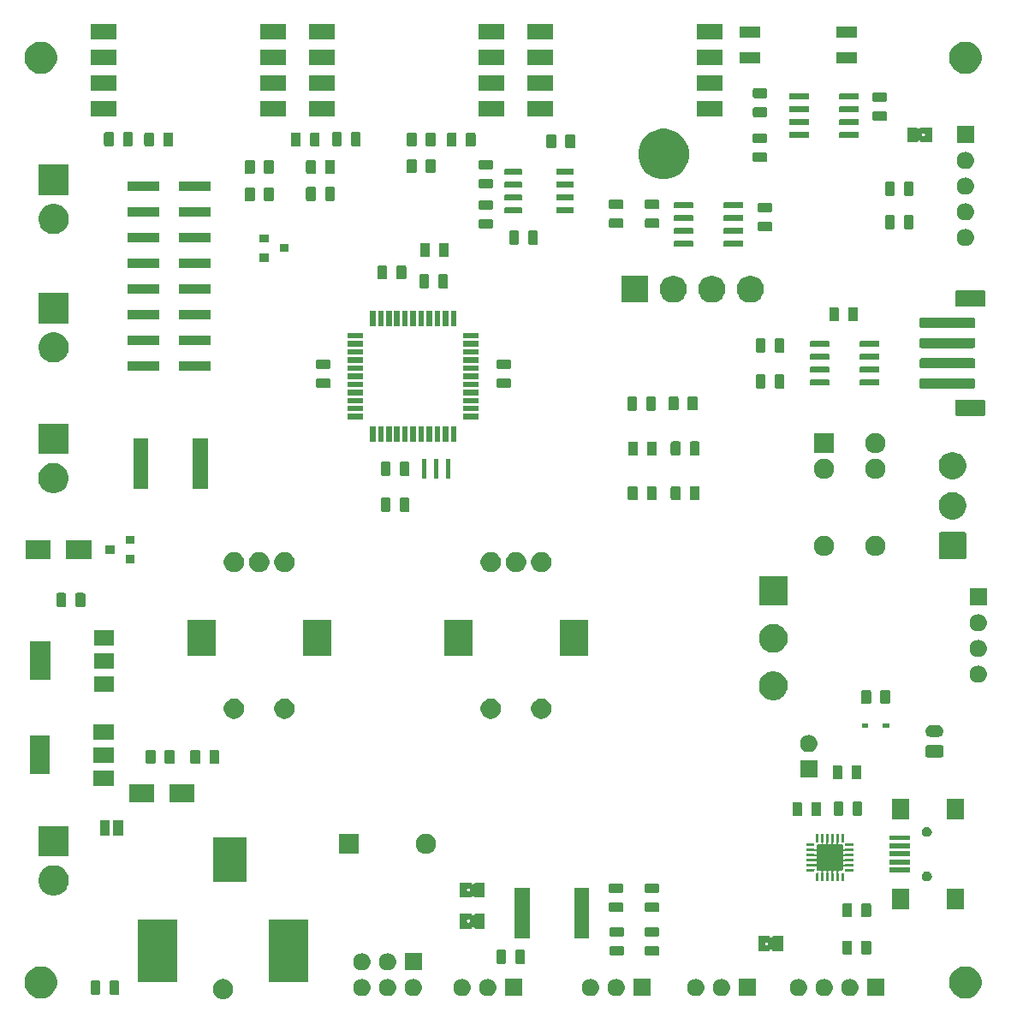
<source format=gbr>
G04 #@! TF.GenerationSoftware,KiCad,Pcbnew,(5.1.4-0-10_14)*
G04 #@! TF.CreationDate,2020-04-29T09:46:46-07:00*
G04 #@! TF.ProjectId,Vent,56656e74-2e6b-4696-9361-645f70636258,rev?*
G04 #@! TF.SameCoordinates,Original*
G04 #@! TF.FileFunction,Soldermask,Top*
G04 #@! TF.FilePolarity,Negative*
%FSLAX46Y46*%
G04 Gerber Fmt 4.6, Leading zero omitted, Abs format (unit mm)*
G04 Created by KiCad (PCBNEW (5.1.4-0-10_14)) date 2020-04-29 09:46:46*
%MOMM*%
%LPD*%
G04 APERTURE LIST*
%ADD10C,0.100000*%
G04 APERTURE END LIST*
D10*
G36*
X72871290Y-122865619D02*
G01*
X72935689Y-122878429D01*
X73117678Y-122953811D01*
X73281463Y-123063249D01*
X73420751Y-123202537D01*
X73530189Y-123366322D01*
X73605571Y-123548311D01*
X73644000Y-123741509D01*
X73644000Y-123938491D01*
X73605571Y-124131689D01*
X73530189Y-124313678D01*
X73420751Y-124477463D01*
X73281463Y-124616751D01*
X73117678Y-124726189D01*
X72935689Y-124801571D01*
X72871290Y-124814381D01*
X72742493Y-124840000D01*
X72545507Y-124840000D01*
X72416710Y-124814381D01*
X72352311Y-124801571D01*
X72170322Y-124726189D01*
X72006537Y-124616751D01*
X71867249Y-124477463D01*
X71757811Y-124313678D01*
X71682429Y-124131689D01*
X71644000Y-123938491D01*
X71644000Y-123741509D01*
X71682429Y-123548311D01*
X71757811Y-123366322D01*
X71867249Y-123202537D01*
X72006537Y-123063249D01*
X72170322Y-122953811D01*
X72352311Y-122878429D01*
X72416710Y-122865619D01*
X72545507Y-122840000D01*
X72742493Y-122840000D01*
X72871290Y-122865619D01*
X72871290Y-122865619D01*
G37*
G36*
X146516703Y-121651486D02*
G01*
X146807883Y-121772097D01*
X147069940Y-121947198D01*
X147292802Y-122170060D01*
X147467903Y-122432117D01*
X147588514Y-122723297D01*
X147650000Y-123032412D01*
X147650000Y-123347588D01*
X147588514Y-123656703D01*
X147467903Y-123947883D01*
X147292802Y-124209940D01*
X147069940Y-124432802D01*
X146807883Y-124607903D01*
X146516703Y-124728514D01*
X146207588Y-124790000D01*
X145892412Y-124790000D01*
X145583297Y-124728514D01*
X145292117Y-124607903D01*
X145030060Y-124432802D01*
X144807198Y-124209940D01*
X144632097Y-123947883D01*
X144511486Y-123656703D01*
X144450000Y-123347588D01*
X144450000Y-123032412D01*
X144511486Y-122723297D01*
X144632097Y-122432117D01*
X144807198Y-122170060D01*
X145030060Y-121947198D01*
X145292117Y-121772097D01*
X145583297Y-121651486D01*
X145892412Y-121590000D01*
X146207588Y-121590000D01*
X146516703Y-121651486D01*
X146516703Y-121651486D01*
G37*
G36*
X55076703Y-121651486D02*
G01*
X55367883Y-121772097D01*
X55629940Y-121947198D01*
X55852802Y-122170060D01*
X56027903Y-122432117D01*
X56148514Y-122723297D01*
X56210000Y-123032412D01*
X56210000Y-123347588D01*
X56148514Y-123656703D01*
X56027903Y-123947883D01*
X55852802Y-124209940D01*
X55629940Y-124432802D01*
X55367883Y-124607903D01*
X55076703Y-124728514D01*
X54767588Y-124790000D01*
X54452412Y-124790000D01*
X54143297Y-124728514D01*
X53852117Y-124607903D01*
X53590060Y-124432802D01*
X53367198Y-124209940D01*
X53192097Y-123947883D01*
X53071486Y-123656703D01*
X53010000Y-123347588D01*
X53010000Y-123032412D01*
X53071486Y-122723297D01*
X53192097Y-122432117D01*
X53367198Y-122170060D01*
X53590060Y-121947198D01*
X53852117Y-121772097D01*
X54143297Y-121651486D01*
X54452412Y-121590000D01*
X54767588Y-121590000D01*
X55076703Y-121651486D01*
X55076703Y-121651486D01*
G37*
G36*
X129706627Y-122860299D02*
G01*
X129766394Y-122878429D01*
X129866855Y-122908903D01*
X129866857Y-122908904D01*
X130014518Y-122987831D01*
X130143949Y-123094051D01*
X130250169Y-123223482D01*
X130329096Y-123371143D01*
X130377701Y-123531373D01*
X130394112Y-123698000D01*
X130377701Y-123864627D01*
X130329096Y-124024857D01*
X130250169Y-124172518D01*
X130143949Y-124301949D01*
X130014518Y-124408169D01*
X129884879Y-124477463D01*
X129866855Y-124487097D01*
X129786742Y-124511399D01*
X129706627Y-124535701D01*
X129581752Y-124548000D01*
X129498248Y-124548000D01*
X129373373Y-124535701D01*
X129293258Y-124511399D01*
X129213145Y-124487097D01*
X129195121Y-124477463D01*
X129065482Y-124408169D01*
X128936051Y-124301949D01*
X128829831Y-124172518D01*
X128750904Y-124024857D01*
X128702299Y-123864627D01*
X128685888Y-123698000D01*
X128702299Y-123531373D01*
X128750904Y-123371143D01*
X128829831Y-123223482D01*
X128936051Y-123094051D01*
X129065482Y-122987831D01*
X129213143Y-122908904D01*
X129213145Y-122908903D01*
X129313606Y-122878429D01*
X129373373Y-122860299D01*
X129498248Y-122848000D01*
X129581752Y-122848000D01*
X129706627Y-122860299D01*
X129706627Y-122860299D01*
G37*
G36*
X125310000Y-124548000D02*
G01*
X123610000Y-124548000D01*
X123610000Y-122848000D01*
X125310000Y-122848000D01*
X125310000Y-124548000D01*
X125310000Y-124548000D01*
G37*
G36*
X122086627Y-122860299D02*
G01*
X122146394Y-122878429D01*
X122246855Y-122908903D01*
X122246857Y-122908904D01*
X122394518Y-122987831D01*
X122523949Y-123094051D01*
X122630169Y-123223482D01*
X122709096Y-123371143D01*
X122757701Y-123531373D01*
X122774112Y-123698000D01*
X122757701Y-123864627D01*
X122709096Y-124024857D01*
X122630169Y-124172518D01*
X122523949Y-124301949D01*
X122394518Y-124408169D01*
X122264879Y-124477463D01*
X122246855Y-124487097D01*
X122166742Y-124511399D01*
X122086627Y-124535701D01*
X121961752Y-124548000D01*
X121878248Y-124548000D01*
X121753373Y-124535701D01*
X121673258Y-124511399D01*
X121593145Y-124487097D01*
X121575121Y-124477463D01*
X121445482Y-124408169D01*
X121316051Y-124301949D01*
X121209831Y-124172518D01*
X121130904Y-124024857D01*
X121082299Y-123864627D01*
X121065888Y-123698000D01*
X121082299Y-123531373D01*
X121130904Y-123371143D01*
X121209831Y-123223482D01*
X121316051Y-123094051D01*
X121445482Y-122987831D01*
X121593143Y-122908904D01*
X121593145Y-122908903D01*
X121693606Y-122878429D01*
X121753373Y-122860299D01*
X121878248Y-122848000D01*
X121961752Y-122848000D01*
X122086627Y-122860299D01*
X122086627Y-122860299D01*
G37*
G36*
X119546627Y-122860299D02*
G01*
X119606394Y-122878429D01*
X119706855Y-122908903D01*
X119706857Y-122908904D01*
X119854518Y-122987831D01*
X119983949Y-123094051D01*
X120090169Y-123223482D01*
X120169096Y-123371143D01*
X120217701Y-123531373D01*
X120234112Y-123698000D01*
X120217701Y-123864627D01*
X120169096Y-124024857D01*
X120090169Y-124172518D01*
X119983949Y-124301949D01*
X119854518Y-124408169D01*
X119724879Y-124477463D01*
X119706855Y-124487097D01*
X119626742Y-124511399D01*
X119546627Y-124535701D01*
X119421752Y-124548000D01*
X119338248Y-124548000D01*
X119213373Y-124535701D01*
X119133258Y-124511399D01*
X119053145Y-124487097D01*
X119035121Y-124477463D01*
X118905482Y-124408169D01*
X118776051Y-124301949D01*
X118669831Y-124172518D01*
X118590904Y-124024857D01*
X118542299Y-123864627D01*
X118525888Y-123698000D01*
X118542299Y-123531373D01*
X118590904Y-123371143D01*
X118669831Y-123223482D01*
X118776051Y-123094051D01*
X118905482Y-122987831D01*
X119053143Y-122908904D01*
X119053145Y-122908903D01*
X119153606Y-122878429D01*
X119213373Y-122860299D01*
X119338248Y-122848000D01*
X119421752Y-122848000D01*
X119546627Y-122860299D01*
X119546627Y-122860299D01*
G37*
G36*
X114896000Y-124548000D02*
G01*
X113196000Y-124548000D01*
X113196000Y-122848000D01*
X114896000Y-122848000D01*
X114896000Y-124548000D01*
X114896000Y-124548000D01*
G37*
G36*
X111672627Y-122860299D02*
G01*
X111732394Y-122878429D01*
X111832855Y-122908903D01*
X111832857Y-122908904D01*
X111980518Y-122987831D01*
X112109949Y-123094051D01*
X112216169Y-123223482D01*
X112295096Y-123371143D01*
X112343701Y-123531373D01*
X112360112Y-123698000D01*
X112343701Y-123864627D01*
X112295096Y-124024857D01*
X112216169Y-124172518D01*
X112109949Y-124301949D01*
X111980518Y-124408169D01*
X111850879Y-124477463D01*
X111832855Y-124487097D01*
X111752742Y-124511399D01*
X111672627Y-124535701D01*
X111547752Y-124548000D01*
X111464248Y-124548000D01*
X111339373Y-124535701D01*
X111259258Y-124511399D01*
X111179145Y-124487097D01*
X111161121Y-124477463D01*
X111031482Y-124408169D01*
X110902051Y-124301949D01*
X110795831Y-124172518D01*
X110716904Y-124024857D01*
X110668299Y-123864627D01*
X110651888Y-123698000D01*
X110668299Y-123531373D01*
X110716904Y-123371143D01*
X110795831Y-123223482D01*
X110902051Y-123094051D01*
X111031482Y-122987831D01*
X111179143Y-122908904D01*
X111179145Y-122908903D01*
X111279606Y-122878429D01*
X111339373Y-122860299D01*
X111464248Y-122848000D01*
X111547752Y-122848000D01*
X111672627Y-122860299D01*
X111672627Y-122860299D01*
G37*
G36*
X109132627Y-122860299D02*
G01*
X109192394Y-122878429D01*
X109292855Y-122908903D01*
X109292857Y-122908904D01*
X109440518Y-122987831D01*
X109569949Y-123094051D01*
X109676169Y-123223482D01*
X109755096Y-123371143D01*
X109803701Y-123531373D01*
X109820112Y-123698000D01*
X109803701Y-123864627D01*
X109755096Y-124024857D01*
X109676169Y-124172518D01*
X109569949Y-124301949D01*
X109440518Y-124408169D01*
X109310879Y-124477463D01*
X109292855Y-124487097D01*
X109212742Y-124511399D01*
X109132627Y-124535701D01*
X109007752Y-124548000D01*
X108924248Y-124548000D01*
X108799373Y-124535701D01*
X108719258Y-124511399D01*
X108639145Y-124487097D01*
X108621121Y-124477463D01*
X108491482Y-124408169D01*
X108362051Y-124301949D01*
X108255831Y-124172518D01*
X108176904Y-124024857D01*
X108128299Y-123864627D01*
X108111888Y-123698000D01*
X108128299Y-123531373D01*
X108176904Y-123371143D01*
X108255831Y-123223482D01*
X108362051Y-123094051D01*
X108491482Y-122987831D01*
X108639143Y-122908904D01*
X108639145Y-122908903D01*
X108739606Y-122878429D01*
X108799373Y-122860299D01*
X108924248Y-122848000D01*
X109007752Y-122848000D01*
X109132627Y-122860299D01*
X109132627Y-122860299D01*
G37*
G36*
X102196000Y-124548000D02*
G01*
X100496000Y-124548000D01*
X100496000Y-122848000D01*
X102196000Y-122848000D01*
X102196000Y-124548000D01*
X102196000Y-124548000D01*
G37*
G36*
X98972627Y-122860299D02*
G01*
X99032394Y-122878429D01*
X99132855Y-122908903D01*
X99132857Y-122908904D01*
X99280518Y-122987831D01*
X99409949Y-123094051D01*
X99516169Y-123223482D01*
X99595096Y-123371143D01*
X99643701Y-123531373D01*
X99660112Y-123698000D01*
X99643701Y-123864627D01*
X99595096Y-124024857D01*
X99516169Y-124172518D01*
X99409949Y-124301949D01*
X99280518Y-124408169D01*
X99150879Y-124477463D01*
X99132855Y-124487097D01*
X99052742Y-124511399D01*
X98972627Y-124535701D01*
X98847752Y-124548000D01*
X98764248Y-124548000D01*
X98639373Y-124535701D01*
X98559258Y-124511399D01*
X98479145Y-124487097D01*
X98461121Y-124477463D01*
X98331482Y-124408169D01*
X98202051Y-124301949D01*
X98095831Y-124172518D01*
X98016904Y-124024857D01*
X97968299Y-123864627D01*
X97951888Y-123698000D01*
X97968299Y-123531373D01*
X98016904Y-123371143D01*
X98095831Y-123223482D01*
X98202051Y-123094051D01*
X98331482Y-122987831D01*
X98479143Y-122908904D01*
X98479145Y-122908903D01*
X98579606Y-122878429D01*
X98639373Y-122860299D01*
X98764248Y-122848000D01*
X98847752Y-122848000D01*
X98972627Y-122860299D01*
X98972627Y-122860299D01*
G37*
G36*
X96432627Y-122860299D02*
G01*
X96492394Y-122878429D01*
X96592855Y-122908903D01*
X96592857Y-122908904D01*
X96740518Y-122987831D01*
X96869949Y-123094051D01*
X96976169Y-123223482D01*
X97055096Y-123371143D01*
X97103701Y-123531373D01*
X97120112Y-123698000D01*
X97103701Y-123864627D01*
X97055096Y-124024857D01*
X96976169Y-124172518D01*
X96869949Y-124301949D01*
X96740518Y-124408169D01*
X96610879Y-124477463D01*
X96592855Y-124487097D01*
X96512742Y-124511399D01*
X96432627Y-124535701D01*
X96307752Y-124548000D01*
X96224248Y-124548000D01*
X96099373Y-124535701D01*
X96019258Y-124511399D01*
X95939145Y-124487097D01*
X95921121Y-124477463D01*
X95791482Y-124408169D01*
X95662051Y-124301949D01*
X95555831Y-124172518D01*
X95476904Y-124024857D01*
X95428299Y-123864627D01*
X95411888Y-123698000D01*
X95428299Y-123531373D01*
X95476904Y-123371143D01*
X95555831Y-123223482D01*
X95662051Y-123094051D01*
X95791482Y-122987831D01*
X95939143Y-122908904D01*
X95939145Y-122908903D01*
X96039606Y-122878429D01*
X96099373Y-122860299D01*
X96224248Y-122848000D01*
X96307752Y-122848000D01*
X96432627Y-122860299D01*
X96432627Y-122860299D01*
G37*
G36*
X91606627Y-122860299D02*
G01*
X91666394Y-122878429D01*
X91766855Y-122908903D01*
X91766857Y-122908904D01*
X91914518Y-122987831D01*
X92043949Y-123094051D01*
X92150169Y-123223482D01*
X92229096Y-123371143D01*
X92277701Y-123531373D01*
X92294112Y-123698000D01*
X92277701Y-123864627D01*
X92229096Y-124024857D01*
X92150169Y-124172518D01*
X92043949Y-124301949D01*
X91914518Y-124408169D01*
X91784879Y-124477463D01*
X91766855Y-124487097D01*
X91686742Y-124511399D01*
X91606627Y-124535701D01*
X91481752Y-124548000D01*
X91398248Y-124548000D01*
X91273373Y-124535701D01*
X91193258Y-124511399D01*
X91113145Y-124487097D01*
X91095121Y-124477463D01*
X90965482Y-124408169D01*
X90836051Y-124301949D01*
X90729831Y-124172518D01*
X90650904Y-124024857D01*
X90602299Y-123864627D01*
X90585888Y-123698000D01*
X90602299Y-123531373D01*
X90650904Y-123371143D01*
X90729831Y-123223482D01*
X90836051Y-123094051D01*
X90965482Y-122987831D01*
X91113143Y-122908904D01*
X91113145Y-122908903D01*
X91213606Y-122878429D01*
X91273373Y-122860299D01*
X91398248Y-122848000D01*
X91481752Y-122848000D01*
X91606627Y-122860299D01*
X91606627Y-122860299D01*
G37*
G36*
X89066627Y-122860299D02*
G01*
X89126394Y-122878429D01*
X89226855Y-122908903D01*
X89226857Y-122908904D01*
X89374518Y-122987831D01*
X89503949Y-123094051D01*
X89610169Y-123223482D01*
X89689096Y-123371143D01*
X89737701Y-123531373D01*
X89754112Y-123698000D01*
X89737701Y-123864627D01*
X89689096Y-124024857D01*
X89610169Y-124172518D01*
X89503949Y-124301949D01*
X89374518Y-124408169D01*
X89244879Y-124477463D01*
X89226855Y-124487097D01*
X89146742Y-124511399D01*
X89066627Y-124535701D01*
X88941752Y-124548000D01*
X88858248Y-124548000D01*
X88733373Y-124535701D01*
X88653258Y-124511399D01*
X88573145Y-124487097D01*
X88555121Y-124477463D01*
X88425482Y-124408169D01*
X88296051Y-124301949D01*
X88189831Y-124172518D01*
X88110904Y-124024857D01*
X88062299Y-123864627D01*
X88045888Y-123698000D01*
X88062299Y-123531373D01*
X88110904Y-123371143D01*
X88189831Y-123223482D01*
X88296051Y-123094051D01*
X88425482Y-122987831D01*
X88573143Y-122908904D01*
X88573145Y-122908903D01*
X88673606Y-122878429D01*
X88733373Y-122860299D01*
X88858248Y-122848000D01*
X88941752Y-122848000D01*
X89066627Y-122860299D01*
X89066627Y-122860299D01*
G37*
G36*
X86526627Y-122860299D02*
G01*
X86586394Y-122878429D01*
X86686855Y-122908903D01*
X86686857Y-122908904D01*
X86834518Y-122987831D01*
X86963949Y-123094051D01*
X87070169Y-123223482D01*
X87149096Y-123371143D01*
X87197701Y-123531373D01*
X87214112Y-123698000D01*
X87197701Y-123864627D01*
X87149096Y-124024857D01*
X87070169Y-124172518D01*
X86963949Y-124301949D01*
X86834518Y-124408169D01*
X86704879Y-124477463D01*
X86686855Y-124487097D01*
X86606742Y-124511399D01*
X86526627Y-124535701D01*
X86401752Y-124548000D01*
X86318248Y-124548000D01*
X86193373Y-124535701D01*
X86113258Y-124511399D01*
X86033145Y-124487097D01*
X86015121Y-124477463D01*
X85885482Y-124408169D01*
X85756051Y-124301949D01*
X85649831Y-124172518D01*
X85570904Y-124024857D01*
X85522299Y-123864627D01*
X85505888Y-123698000D01*
X85522299Y-123531373D01*
X85570904Y-123371143D01*
X85649831Y-123223482D01*
X85756051Y-123094051D01*
X85885482Y-122987831D01*
X86033143Y-122908904D01*
X86033145Y-122908903D01*
X86133606Y-122878429D01*
X86193373Y-122860299D01*
X86318248Y-122848000D01*
X86401752Y-122848000D01*
X86526627Y-122860299D01*
X86526627Y-122860299D01*
G37*
G36*
X138010000Y-124548000D02*
G01*
X136310000Y-124548000D01*
X136310000Y-122848000D01*
X138010000Y-122848000D01*
X138010000Y-124548000D01*
X138010000Y-124548000D01*
G37*
G36*
X132246627Y-122860299D02*
G01*
X132306394Y-122878429D01*
X132406855Y-122908903D01*
X132406857Y-122908904D01*
X132554518Y-122987831D01*
X132683949Y-123094051D01*
X132790169Y-123223482D01*
X132869096Y-123371143D01*
X132917701Y-123531373D01*
X132934112Y-123698000D01*
X132917701Y-123864627D01*
X132869096Y-124024857D01*
X132790169Y-124172518D01*
X132683949Y-124301949D01*
X132554518Y-124408169D01*
X132424879Y-124477463D01*
X132406855Y-124487097D01*
X132326742Y-124511399D01*
X132246627Y-124535701D01*
X132121752Y-124548000D01*
X132038248Y-124548000D01*
X131913373Y-124535701D01*
X131833258Y-124511399D01*
X131753145Y-124487097D01*
X131735121Y-124477463D01*
X131605482Y-124408169D01*
X131476051Y-124301949D01*
X131369831Y-124172518D01*
X131290904Y-124024857D01*
X131242299Y-123864627D01*
X131225888Y-123698000D01*
X131242299Y-123531373D01*
X131290904Y-123371143D01*
X131369831Y-123223482D01*
X131476051Y-123094051D01*
X131605482Y-122987831D01*
X131753143Y-122908904D01*
X131753145Y-122908903D01*
X131853606Y-122878429D01*
X131913373Y-122860299D01*
X132038248Y-122848000D01*
X132121752Y-122848000D01*
X132246627Y-122860299D01*
X132246627Y-122860299D01*
G37*
G36*
X134786627Y-122860299D02*
G01*
X134846394Y-122878429D01*
X134946855Y-122908903D01*
X134946857Y-122908904D01*
X135094518Y-122987831D01*
X135223949Y-123094051D01*
X135330169Y-123223482D01*
X135409096Y-123371143D01*
X135457701Y-123531373D01*
X135474112Y-123698000D01*
X135457701Y-123864627D01*
X135409096Y-124024857D01*
X135330169Y-124172518D01*
X135223949Y-124301949D01*
X135094518Y-124408169D01*
X134964879Y-124477463D01*
X134946855Y-124487097D01*
X134866742Y-124511399D01*
X134786627Y-124535701D01*
X134661752Y-124548000D01*
X134578248Y-124548000D01*
X134453373Y-124535701D01*
X134373258Y-124511399D01*
X134293145Y-124487097D01*
X134275121Y-124477463D01*
X134145482Y-124408169D01*
X134016051Y-124301949D01*
X133909831Y-124172518D01*
X133830904Y-124024857D01*
X133782299Y-123864627D01*
X133765888Y-123698000D01*
X133782299Y-123531373D01*
X133830904Y-123371143D01*
X133909831Y-123223482D01*
X134016051Y-123094051D01*
X134145482Y-122987831D01*
X134293143Y-122908904D01*
X134293145Y-122908903D01*
X134393606Y-122878429D01*
X134453373Y-122860299D01*
X134578248Y-122848000D01*
X134661752Y-122848000D01*
X134786627Y-122860299D01*
X134786627Y-122860299D01*
G37*
G36*
X62238991Y-123002075D02*
G01*
X62272879Y-123012355D01*
X62304112Y-123029050D01*
X62331486Y-123051514D01*
X62353950Y-123078888D01*
X62370645Y-123110121D01*
X62380925Y-123144009D01*
X62385000Y-123185388D01*
X62385000Y-124210612D01*
X62380925Y-124251991D01*
X62370645Y-124285879D01*
X62353950Y-124317112D01*
X62331486Y-124344486D01*
X62304112Y-124366950D01*
X62272879Y-124383645D01*
X62238991Y-124393925D01*
X62197612Y-124398000D01*
X61597388Y-124398000D01*
X61556009Y-124393925D01*
X61522121Y-124383645D01*
X61490888Y-124366950D01*
X61463514Y-124344486D01*
X61441050Y-124317112D01*
X61424355Y-124285879D01*
X61414075Y-124251991D01*
X61410000Y-124210612D01*
X61410000Y-123185388D01*
X61414075Y-123144009D01*
X61424355Y-123110121D01*
X61441050Y-123078888D01*
X61463514Y-123051514D01*
X61490888Y-123029050D01*
X61522121Y-123012355D01*
X61556009Y-123002075D01*
X61597388Y-122998000D01*
X62197612Y-122998000D01*
X62238991Y-123002075D01*
X62238991Y-123002075D01*
G37*
G36*
X60363991Y-123002075D02*
G01*
X60397879Y-123012355D01*
X60429112Y-123029050D01*
X60456486Y-123051514D01*
X60478950Y-123078888D01*
X60495645Y-123110121D01*
X60505925Y-123144009D01*
X60510000Y-123185388D01*
X60510000Y-124210612D01*
X60505925Y-124251991D01*
X60495645Y-124285879D01*
X60478950Y-124317112D01*
X60456486Y-124344486D01*
X60429112Y-124366950D01*
X60397879Y-124383645D01*
X60363991Y-124393925D01*
X60322612Y-124398000D01*
X59722388Y-124398000D01*
X59681009Y-124393925D01*
X59647121Y-124383645D01*
X59615888Y-124366950D01*
X59588514Y-124344486D01*
X59566050Y-124317112D01*
X59549355Y-124285879D01*
X59539075Y-124251991D01*
X59535000Y-124210612D01*
X59535000Y-123185388D01*
X59539075Y-123144009D01*
X59549355Y-123110121D01*
X59566050Y-123078888D01*
X59588514Y-123051514D01*
X59615888Y-123029050D01*
X59647121Y-123012355D01*
X59681009Y-123002075D01*
X59722388Y-122998000D01*
X60322612Y-122998000D01*
X60363991Y-123002075D01*
X60363991Y-123002075D01*
G37*
G36*
X81044000Y-123140000D02*
G01*
X77144000Y-123140000D01*
X77144000Y-116940000D01*
X81044000Y-116940000D01*
X81044000Y-123140000D01*
X81044000Y-123140000D01*
G37*
G36*
X68144000Y-123140000D02*
G01*
X64244000Y-123140000D01*
X64244000Y-116940000D01*
X68144000Y-116940000D01*
X68144000Y-123140000D01*
X68144000Y-123140000D01*
G37*
G36*
X89066627Y-120320299D02*
G01*
X89137078Y-120341670D01*
X89226855Y-120368903D01*
X89226857Y-120368904D01*
X89374518Y-120447831D01*
X89503949Y-120554051D01*
X89610169Y-120683482D01*
X89689096Y-120831143D01*
X89737701Y-120991373D01*
X89754112Y-121158000D01*
X89737701Y-121324627D01*
X89689096Y-121484857D01*
X89610169Y-121632518D01*
X89503949Y-121761949D01*
X89374518Y-121868169D01*
X89226857Y-121947096D01*
X89226855Y-121947097D01*
X89146742Y-121971398D01*
X89066627Y-121995701D01*
X88941752Y-122008000D01*
X88858248Y-122008000D01*
X88733373Y-121995701D01*
X88653258Y-121971398D01*
X88573145Y-121947097D01*
X88573143Y-121947096D01*
X88425482Y-121868169D01*
X88296051Y-121761949D01*
X88189831Y-121632518D01*
X88110904Y-121484857D01*
X88062299Y-121324627D01*
X88045888Y-121158000D01*
X88062299Y-120991373D01*
X88110904Y-120831143D01*
X88189831Y-120683482D01*
X88296051Y-120554051D01*
X88425482Y-120447831D01*
X88573143Y-120368904D01*
X88573145Y-120368903D01*
X88662922Y-120341670D01*
X88733373Y-120320299D01*
X88858248Y-120308000D01*
X88941752Y-120308000D01*
X89066627Y-120320299D01*
X89066627Y-120320299D01*
G37*
G36*
X92290000Y-122008000D02*
G01*
X90590000Y-122008000D01*
X90590000Y-120308000D01*
X92290000Y-120308000D01*
X92290000Y-122008000D01*
X92290000Y-122008000D01*
G37*
G36*
X86526627Y-120320299D02*
G01*
X86597078Y-120341670D01*
X86686855Y-120368903D01*
X86686857Y-120368904D01*
X86834518Y-120447831D01*
X86963949Y-120554051D01*
X87070169Y-120683482D01*
X87149096Y-120831143D01*
X87197701Y-120991373D01*
X87214112Y-121158000D01*
X87197701Y-121324627D01*
X87149096Y-121484857D01*
X87070169Y-121632518D01*
X86963949Y-121761949D01*
X86834518Y-121868169D01*
X86686857Y-121947096D01*
X86686855Y-121947097D01*
X86606742Y-121971398D01*
X86526627Y-121995701D01*
X86401752Y-122008000D01*
X86318248Y-122008000D01*
X86193373Y-121995701D01*
X86113258Y-121971398D01*
X86033145Y-121947097D01*
X86033143Y-121947096D01*
X85885482Y-121868169D01*
X85756051Y-121761949D01*
X85649831Y-121632518D01*
X85570904Y-121484857D01*
X85522299Y-121324627D01*
X85505888Y-121158000D01*
X85522299Y-120991373D01*
X85570904Y-120831143D01*
X85649831Y-120683482D01*
X85756051Y-120554051D01*
X85885482Y-120447831D01*
X86033143Y-120368904D01*
X86033145Y-120368903D01*
X86122922Y-120341670D01*
X86193373Y-120320299D01*
X86318248Y-120308000D01*
X86401752Y-120308000D01*
X86526627Y-120320299D01*
X86526627Y-120320299D01*
G37*
G36*
X102370991Y-119954075D02*
G01*
X102404879Y-119964355D01*
X102436112Y-119981050D01*
X102463486Y-120003514D01*
X102485950Y-120030888D01*
X102502645Y-120062121D01*
X102512925Y-120096009D01*
X102517000Y-120137388D01*
X102517000Y-121162612D01*
X102512925Y-121203991D01*
X102502645Y-121237879D01*
X102485950Y-121269112D01*
X102463486Y-121296486D01*
X102436112Y-121318950D01*
X102404879Y-121335645D01*
X102370991Y-121345925D01*
X102329612Y-121350000D01*
X101729388Y-121350000D01*
X101688009Y-121345925D01*
X101654121Y-121335645D01*
X101622888Y-121318950D01*
X101595514Y-121296486D01*
X101573050Y-121269112D01*
X101556355Y-121237879D01*
X101546075Y-121203991D01*
X101542000Y-121162612D01*
X101542000Y-120137388D01*
X101546075Y-120096009D01*
X101556355Y-120062121D01*
X101573050Y-120030888D01*
X101595514Y-120003514D01*
X101622888Y-119981050D01*
X101654121Y-119964355D01*
X101688009Y-119954075D01*
X101729388Y-119950000D01*
X102329612Y-119950000D01*
X102370991Y-119954075D01*
X102370991Y-119954075D01*
G37*
G36*
X100495991Y-119954075D02*
G01*
X100529879Y-119964355D01*
X100561112Y-119981050D01*
X100588486Y-120003514D01*
X100610950Y-120030888D01*
X100627645Y-120062121D01*
X100637925Y-120096009D01*
X100642000Y-120137388D01*
X100642000Y-121162612D01*
X100637925Y-121203991D01*
X100627645Y-121237879D01*
X100610950Y-121269112D01*
X100588486Y-121296486D01*
X100561112Y-121318950D01*
X100529879Y-121335645D01*
X100495991Y-121345925D01*
X100454612Y-121350000D01*
X99854388Y-121350000D01*
X99813009Y-121345925D01*
X99779121Y-121335645D01*
X99747888Y-121318950D01*
X99720514Y-121296486D01*
X99698050Y-121269112D01*
X99681355Y-121237879D01*
X99671075Y-121203991D01*
X99667000Y-121162612D01*
X99667000Y-120137388D01*
X99671075Y-120096009D01*
X99681355Y-120062121D01*
X99698050Y-120030888D01*
X99720514Y-120003514D01*
X99747888Y-119981050D01*
X99779121Y-119964355D01*
X99813009Y-119954075D01*
X99854388Y-119950000D01*
X100454612Y-119950000D01*
X100495991Y-119954075D01*
X100495991Y-119954075D01*
G37*
G36*
X112138491Y-119580075D02*
G01*
X112172379Y-119590355D01*
X112203612Y-119607050D01*
X112230986Y-119629514D01*
X112253450Y-119656888D01*
X112270145Y-119688121D01*
X112280425Y-119722009D01*
X112284500Y-119763388D01*
X112284500Y-120363612D01*
X112280425Y-120404991D01*
X112270145Y-120438879D01*
X112253450Y-120470112D01*
X112230986Y-120497486D01*
X112203612Y-120519950D01*
X112172379Y-120536645D01*
X112138491Y-120546925D01*
X112097112Y-120551000D01*
X111071888Y-120551000D01*
X111030509Y-120546925D01*
X110996621Y-120536645D01*
X110965388Y-120519950D01*
X110938014Y-120497486D01*
X110915550Y-120470112D01*
X110898855Y-120438879D01*
X110888575Y-120404991D01*
X110884500Y-120363612D01*
X110884500Y-119763388D01*
X110888575Y-119722009D01*
X110898855Y-119688121D01*
X110915550Y-119656888D01*
X110938014Y-119629514D01*
X110965388Y-119607050D01*
X110996621Y-119590355D01*
X111030509Y-119580075D01*
X111071888Y-119576000D01*
X112097112Y-119576000D01*
X112138491Y-119580075D01*
X112138491Y-119580075D01*
G37*
G36*
X115615991Y-119580075D02*
G01*
X115649879Y-119590355D01*
X115681112Y-119607050D01*
X115708486Y-119629514D01*
X115730950Y-119656888D01*
X115747645Y-119688121D01*
X115757925Y-119722009D01*
X115762000Y-119763388D01*
X115762000Y-120363612D01*
X115757925Y-120404991D01*
X115747645Y-120438879D01*
X115730950Y-120470112D01*
X115708486Y-120497486D01*
X115681112Y-120519950D01*
X115649879Y-120536645D01*
X115615991Y-120546925D01*
X115574612Y-120551000D01*
X114549388Y-120551000D01*
X114508009Y-120546925D01*
X114474121Y-120536645D01*
X114442888Y-120519950D01*
X114415514Y-120497486D01*
X114393050Y-120470112D01*
X114376355Y-120438879D01*
X114366075Y-120404991D01*
X114362000Y-120363612D01*
X114362000Y-119763388D01*
X114366075Y-119722009D01*
X114376355Y-119688121D01*
X114393050Y-119656888D01*
X114415514Y-119629514D01*
X114442888Y-119607050D01*
X114474121Y-119590355D01*
X114508009Y-119580075D01*
X114549388Y-119576000D01*
X115574612Y-119576000D01*
X115615991Y-119580075D01*
X115615991Y-119580075D01*
G37*
G36*
X136591491Y-119054075D02*
G01*
X136625379Y-119064355D01*
X136656612Y-119081050D01*
X136683986Y-119103514D01*
X136706450Y-119130888D01*
X136723145Y-119162121D01*
X136733425Y-119196009D01*
X136737500Y-119237388D01*
X136737500Y-120262612D01*
X136733425Y-120303991D01*
X136723145Y-120337879D01*
X136706450Y-120369112D01*
X136683986Y-120396486D01*
X136656612Y-120418950D01*
X136625379Y-120435645D01*
X136591491Y-120445925D01*
X136550112Y-120450000D01*
X135949888Y-120450000D01*
X135908509Y-120445925D01*
X135874621Y-120435645D01*
X135843388Y-120418950D01*
X135816014Y-120396486D01*
X135793550Y-120369112D01*
X135776855Y-120337879D01*
X135766575Y-120303991D01*
X135762500Y-120262612D01*
X135762500Y-119237388D01*
X135766575Y-119196009D01*
X135776855Y-119162121D01*
X135793550Y-119130888D01*
X135816014Y-119103514D01*
X135843388Y-119081050D01*
X135874621Y-119064355D01*
X135908509Y-119054075D01*
X135949888Y-119050000D01*
X136550112Y-119050000D01*
X136591491Y-119054075D01*
X136591491Y-119054075D01*
G37*
G36*
X134716491Y-119054075D02*
G01*
X134750379Y-119064355D01*
X134781612Y-119081050D01*
X134808986Y-119103514D01*
X134831450Y-119130888D01*
X134848145Y-119162121D01*
X134858425Y-119196009D01*
X134862500Y-119237388D01*
X134862500Y-120262612D01*
X134858425Y-120303991D01*
X134848145Y-120337879D01*
X134831450Y-120369112D01*
X134808986Y-120396486D01*
X134781612Y-120418950D01*
X134750379Y-120435645D01*
X134716491Y-120445925D01*
X134675112Y-120450000D01*
X134074888Y-120450000D01*
X134033509Y-120445925D01*
X133999621Y-120435645D01*
X133968388Y-120418950D01*
X133941014Y-120396486D01*
X133918550Y-120369112D01*
X133901855Y-120337879D01*
X133891575Y-120303991D01*
X133887500Y-120262612D01*
X133887500Y-119237388D01*
X133891575Y-119196009D01*
X133901855Y-119162121D01*
X133918550Y-119130888D01*
X133941014Y-119103514D01*
X133968388Y-119081050D01*
X133999621Y-119064355D01*
X134033509Y-119054075D01*
X134074888Y-119050000D01*
X134675112Y-119050000D01*
X134716491Y-119054075D01*
X134716491Y-119054075D01*
G37*
G36*
X126707999Y-118604599D02*
G01*
X126708001Y-118604601D01*
X126706787Y-118608603D01*
X126700572Y-118623627D01*
X126695803Y-118647663D01*
X126695815Y-118672167D01*
X126700607Y-118696198D01*
X126709996Y-118718832D01*
X126723619Y-118739200D01*
X126740955Y-118756518D01*
X126761336Y-118770122D01*
X126783979Y-118779488D01*
X126808015Y-118784257D01*
X126832519Y-118784245D01*
X126856550Y-118779453D01*
X126879184Y-118770064D01*
X126899552Y-118756441D01*
X126916870Y-118739105D01*
X126924211Y-118729191D01*
X127004089Y-118609375D01*
X127007994Y-118604607D01*
X127007995Y-118604607D01*
X127008000Y-118604600D01*
X127008065Y-118604600D01*
X127014175Y-118603995D01*
X128001863Y-118603995D01*
X128007999Y-118604599D01*
X128008001Y-118604601D01*
X128008605Y-118610737D01*
X128008605Y-120098463D01*
X128008001Y-120104599D01*
X128007999Y-120104601D01*
X128001863Y-120105205D01*
X127014137Y-120105205D01*
X127008010Y-120104602D01*
X127008008Y-120104600D01*
X127008000Y-120104600D01*
X127007964Y-120104545D01*
X127004067Y-120099792D01*
X126924161Y-119979934D01*
X126908636Y-119960976D01*
X126889710Y-119945411D01*
X126868112Y-119933837D01*
X126844670Y-119926699D01*
X126820287Y-119924272D01*
X126795898Y-119926648D01*
X126772442Y-119933737D01*
X126750819Y-119945266D01*
X126731861Y-119960791D01*
X126716296Y-119979717D01*
X126704722Y-120001315D01*
X126697584Y-120024757D01*
X126695157Y-120049140D01*
X126697533Y-120073529D01*
X126704622Y-120096985D01*
X126707620Y-120103340D01*
X126708000Y-120104597D01*
X126708000Y-120104600D01*
X126707968Y-120104610D01*
X126701896Y-120105205D01*
X125564137Y-120105205D01*
X125558001Y-120104601D01*
X125557999Y-120104599D01*
X125557395Y-120098463D01*
X125557395Y-119354731D01*
X126233959Y-119354731D01*
X126236386Y-119379115D01*
X126243524Y-119402556D01*
X126254953Y-119423937D01*
X126291838Y-119479264D01*
X126307363Y-119498223D01*
X126326289Y-119513787D01*
X126347888Y-119525361D01*
X126371329Y-119532499D01*
X126395713Y-119534926D01*
X126420101Y-119532550D01*
X126443558Y-119525461D01*
X126465180Y-119513932D01*
X126484139Y-119498407D01*
X126499703Y-119479481D01*
X126511277Y-119457882D01*
X126518415Y-119434441D01*
X126520842Y-119410057D01*
X126518466Y-119385669D01*
X126511377Y-119362212D01*
X126508379Y-119355857D01*
X126508000Y-119354603D01*
X126508000Y-119354599D01*
X126509291Y-119350360D01*
X126515361Y-119335704D01*
X126520140Y-119311671D01*
X126520140Y-119287167D01*
X126515359Y-119263134D01*
X126505981Y-119240495D01*
X126492366Y-119220121D01*
X126475039Y-119202794D01*
X126454664Y-119189181D01*
X126432025Y-119179804D01*
X126407992Y-119175025D01*
X126383488Y-119175025D01*
X126359455Y-119179806D01*
X126336816Y-119189184D01*
X126316442Y-119202799D01*
X126299115Y-119220126D01*
X126291737Y-119230085D01*
X126254952Y-119285263D01*
X126243424Y-119306886D01*
X126236335Y-119330343D01*
X126233959Y-119354731D01*
X125557395Y-119354731D01*
X125557395Y-118610737D01*
X125557999Y-118604601D01*
X125558001Y-118604599D01*
X125564137Y-118603995D01*
X126701863Y-118603995D01*
X126707999Y-118604599D01*
X126707999Y-118604599D01*
G37*
G36*
X108856000Y-118832000D02*
G01*
X107356000Y-118832000D01*
X107356000Y-113832000D01*
X108856000Y-113832000D01*
X108856000Y-118832000D01*
X108856000Y-118832000D01*
G37*
G36*
X102956000Y-118832000D02*
G01*
X101456000Y-118832000D01*
X101456000Y-113832000D01*
X102956000Y-113832000D01*
X102956000Y-118832000D01*
X102956000Y-118832000D01*
G37*
G36*
X112138491Y-117705075D02*
G01*
X112172379Y-117715355D01*
X112203612Y-117732050D01*
X112230986Y-117754514D01*
X112253450Y-117781888D01*
X112270145Y-117813121D01*
X112280425Y-117847009D01*
X112284500Y-117888388D01*
X112284500Y-118488607D01*
X112280425Y-118529991D01*
X112270145Y-118563879D01*
X112253450Y-118595112D01*
X112230986Y-118622486D01*
X112203612Y-118644950D01*
X112172379Y-118661645D01*
X112138491Y-118671925D01*
X112097112Y-118676000D01*
X111071888Y-118676000D01*
X111030509Y-118671925D01*
X110996621Y-118661645D01*
X110965388Y-118644950D01*
X110938014Y-118622486D01*
X110915550Y-118595112D01*
X110898855Y-118563879D01*
X110888575Y-118529991D01*
X110884500Y-118488607D01*
X110884500Y-117888388D01*
X110888575Y-117847009D01*
X110898855Y-117813121D01*
X110915550Y-117781888D01*
X110938014Y-117754514D01*
X110965388Y-117732050D01*
X110996621Y-117715355D01*
X111030509Y-117705075D01*
X111071888Y-117701000D01*
X112097112Y-117701000D01*
X112138491Y-117705075D01*
X112138491Y-117705075D01*
G37*
G36*
X115615991Y-117705075D02*
G01*
X115649879Y-117715355D01*
X115681112Y-117732050D01*
X115708486Y-117754514D01*
X115730950Y-117781888D01*
X115747645Y-117813121D01*
X115757925Y-117847009D01*
X115762000Y-117888388D01*
X115762000Y-118488607D01*
X115757925Y-118529991D01*
X115747645Y-118563879D01*
X115730950Y-118595112D01*
X115708486Y-118622486D01*
X115681112Y-118644950D01*
X115649879Y-118661645D01*
X115615991Y-118671925D01*
X115574612Y-118676000D01*
X114549388Y-118676000D01*
X114508009Y-118671925D01*
X114474121Y-118661645D01*
X114442888Y-118644950D01*
X114415514Y-118622486D01*
X114393050Y-118595112D01*
X114376355Y-118563879D01*
X114366075Y-118529991D01*
X114362000Y-118488607D01*
X114362000Y-117888388D01*
X114366075Y-117847009D01*
X114376355Y-117813121D01*
X114393050Y-117781888D01*
X114415514Y-117754514D01*
X114442888Y-117732050D01*
X114474121Y-117715355D01*
X114508009Y-117705075D01*
X114549388Y-117701000D01*
X115574612Y-117701000D01*
X115615991Y-117705075D01*
X115615991Y-117705075D01*
G37*
G36*
X97232399Y-116369399D02*
G01*
X97232401Y-116369401D01*
X97231187Y-116373403D01*
X97224972Y-116388427D01*
X97220203Y-116412463D01*
X97220215Y-116436967D01*
X97225007Y-116460998D01*
X97234396Y-116483632D01*
X97248019Y-116504000D01*
X97265355Y-116521318D01*
X97285736Y-116534922D01*
X97308379Y-116544288D01*
X97332415Y-116549057D01*
X97356919Y-116549045D01*
X97380950Y-116544253D01*
X97403584Y-116534864D01*
X97423952Y-116521241D01*
X97441270Y-116503905D01*
X97448611Y-116493991D01*
X97528489Y-116374175D01*
X97532394Y-116369407D01*
X97532395Y-116369407D01*
X97532400Y-116369400D01*
X97532465Y-116369400D01*
X97538575Y-116368795D01*
X98526263Y-116368795D01*
X98532399Y-116369399D01*
X98532401Y-116369401D01*
X98533005Y-116375537D01*
X98533005Y-117863263D01*
X98532401Y-117869399D01*
X98532399Y-117869401D01*
X98526263Y-117870005D01*
X97538537Y-117870005D01*
X97532410Y-117869402D01*
X97532408Y-117869400D01*
X97532400Y-117869400D01*
X97532364Y-117869345D01*
X97528467Y-117864592D01*
X97448561Y-117744734D01*
X97433036Y-117725776D01*
X97414110Y-117710211D01*
X97392512Y-117698637D01*
X97369070Y-117691499D01*
X97344687Y-117689072D01*
X97320298Y-117691448D01*
X97296842Y-117698537D01*
X97275219Y-117710066D01*
X97256261Y-117725591D01*
X97240696Y-117744517D01*
X97229122Y-117766115D01*
X97221984Y-117789557D01*
X97219557Y-117813940D01*
X97221933Y-117838329D01*
X97229022Y-117861785D01*
X97232020Y-117868140D01*
X97232400Y-117869397D01*
X97232400Y-117869400D01*
X97232368Y-117869410D01*
X97226296Y-117870005D01*
X96088537Y-117870005D01*
X96082401Y-117869401D01*
X96082399Y-117869399D01*
X96081795Y-117863263D01*
X96081795Y-117119531D01*
X96758359Y-117119531D01*
X96760786Y-117143915D01*
X96767924Y-117167356D01*
X96779353Y-117188737D01*
X96816238Y-117244064D01*
X96831763Y-117263023D01*
X96850689Y-117278587D01*
X96872288Y-117290161D01*
X96895729Y-117297299D01*
X96920113Y-117299726D01*
X96944501Y-117297350D01*
X96967958Y-117290261D01*
X96989580Y-117278732D01*
X97008539Y-117263207D01*
X97024103Y-117244281D01*
X97035677Y-117222682D01*
X97042815Y-117199241D01*
X97045242Y-117174857D01*
X97042866Y-117150469D01*
X97035777Y-117127012D01*
X97032779Y-117120657D01*
X97032400Y-117119403D01*
X97032400Y-117119399D01*
X97033691Y-117115160D01*
X97039761Y-117100504D01*
X97044540Y-117076471D01*
X97044540Y-117051967D01*
X97039759Y-117027934D01*
X97030381Y-117005295D01*
X97016766Y-116984921D01*
X96999439Y-116967594D01*
X96979064Y-116953981D01*
X96956425Y-116944604D01*
X96932392Y-116939825D01*
X96907888Y-116939825D01*
X96883855Y-116944606D01*
X96861216Y-116953984D01*
X96840842Y-116967599D01*
X96823515Y-116984926D01*
X96816137Y-116994885D01*
X96779352Y-117050063D01*
X96767824Y-117071686D01*
X96760735Y-117095143D01*
X96758359Y-117119531D01*
X96081795Y-117119531D01*
X96081795Y-116375537D01*
X96082399Y-116369401D01*
X96082401Y-116369399D01*
X96088537Y-116368795D01*
X97226263Y-116368795D01*
X97232399Y-116369399D01*
X97232399Y-116369399D01*
G37*
G36*
X136591491Y-115354075D02*
G01*
X136625379Y-115364355D01*
X136656612Y-115381050D01*
X136683986Y-115403514D01*
X136706450Y-115430888D01*
X136723145Y-115462121D01*
X136733425Y-115496009D01*
X136737500Y-115537388D01*
X136737500Y-116562612D01*
X136733425Y-116603991D01*
X136723145Y-116637879D01*
X136706450Y-116669112D01*
X136683986Y-116696486D01*
X136656612Y-116718950D01*
X136625379Y-116735645D01*
X136591491Y-116745925D01*
X136550112Y-116750000D01*
X135949888Y-116750000D01*
X135908509Y-116745925D01*
X135874621Y-116735645D01*
X135843388Y-116718950D01*
X135816014Y-116696486D01*
X135793550Y-116669112D01*
X135776855Y-116637879D01*
X135766575Y-116603991D01*
X135762500Y-116562612D01*
X135762500Y-115537388D01*
X135766575Y-115496009D01*
X135776855Y-115462121D01*
X135793550Y-115430888D01*
X135816014Y-115403514D01*
X135843388Y-115381050D01*
X135874621Y-115364355D01*
X135908509Y-115354075D01*
X135949888Y-115350000D01*
X136550112Y-115350000D01*
X136591491Y-115354075D01*
X136591491Y-115354075D01*
G37*
G36*
X134716491Y-115354075D02*
G01*
X134750379Y-115364355D01*
X134781612Y-115381050D01*
X134808986Y-115403514D01*
X134831450Y-115430888D01*
X134848145Y-115462121D01*
X134858425Y-115496009D01*
X134862500Y-115537388D01*
X134862500Y-116562612D01*
X134858425Y-116603991D01*
X134848145Y-116637879D01*
X134831450Y-116669112D01*
X134808986Y-116696486D01*
X134781612Y-116718950D01*
X134750379Y-116735645D01*
X134716491Y-116745925D01*
X134675112Y-116750000D01*
X134074888Y-116750000D01*
X134033509Y-116745925D01*
X133999621Y-116735645D01*
X133968388Y-116718950D01*
X133941014Y-116696486D01*
X133918550Y-116669112D01*
X133901855Y-116637879D01*
X133891575Y-116603991D01*
X133887500Y-116562612D01*
X133887500Y-115537388D01*
X133891575Y-115496009D01*
X133901855Y-115462121D01*
X133918550Y-115430888D01*
X133941014Y-115403514D01*
X133968388Y-115381050D01*
X133999621Y-115364355D01*
X134033509Y-115354075D01*
X134074888Y-115350000D01*
X134675112Y-115350000D01*
X134716491Y-115354075D01*
X134716491Y-115354075D01*
G37*
G36*
X115615991Y-115262075D02*
G01*
X115649879Y-115272355D01*
X115681112Y-115289050D01*
X115708486Y-115311514D01*
X115730950Y-115338888D01*
X115747645Y-115370121D01*
X115757925Y-115404009D01*
X115762000Y-115445388D01*
X115762000Y-116045612D01*
X115757925Y-116086991D01*
X115747645Y-116120879D01*
X115730950Y-116152112D01*
X115708486Y-116179486D01*
X115681112Y-116201950D01*
X115649879Y-116218645D01*
X115615991Y-116228925D01*
X115574612Y-116233000D01*
X114549388Y-116233000D01*
X114508009Y-116228925D01*
X114474121Y-116218645D01*
X114442888Y-116201950D01*
X114415514Y-116179486D01*
X114393050Y-116152112D01*
X114376355Y-116120879D01*
X114366075Y-116086991D01*
X114362000Y-116045612D01*
X114362000Y-115445388D01*
X114366075Y-115404009D01*
X114376355Y-115370121D01*
X114393050Y-115338888D01*
X114415514Y-115311514D01*
X114442888Y-115289050D01*
X114474121Y-115272355D01*
X114508009Y-115262075D01*
X114549388Y-115258000D01*
X115574612Y-115258000D01*
X115615991Y-115262075D01*
X115615991Y-115262075D01*
G37*
G36*
X112059991Y-115262075D02*
G01*
X112093879Y-115272355D01*
X112125112Y-115289050D01*
X112152486Y-115311514D01*
X112174950Y-115338888D01*
X112191645Y-115370121D01*
X112201925Y-115404009D01*
X112206000Y-115445388D01*
X112206000Y-116045612D01*
X112201925Y-116086991D01*
X112191645Y-116120879D01*
X112174950Y-116152112D01*
X112152486Y-116179486D01*
X112125112Y-116201950D01*
X112093879Y-116218645D01*
X112059991Y-116228925D01*
X112018612Y-116233000D01*
X110993388Y-116233000D01*
X110952009Y-116228925D01*
X110918121Y-116218645D01*
X110886888Y-116201950D01*
X110859514Y-116179486D01*
X110837050Y-116152112D01*
X110820355Y-116120879D01*
X110810075Y-116086991D01*
X110806000Y-116045612D01*
X110806000Y-115445388D01*
X110810075Y-115404009D01*
X110820355Y-115370121D01*
X110837050Y-115338888D01*
X110859514Y-115311514D01*
X110886888Y-115289050D01*
X110918121Y-115272355D01*
X110952009Y-115262075D01*
X110993388Y-115258000D01*
X112018612Y-115258000D01*
X112059991Y-115262075D01*
X112059991Y-115262075D01*
G37*
G36*
X140490000Y-115940000D02*
G01*
X138790000Y-115940000D01*
X138790000Y-113940000D01*
X140490000Y-113940000D01*
X140490000Y-115940000D01*
X140490000Y-115940000D01*
G37*
G36*
X145940000Y-115940000D02*
G01*
X144240000Y-115940000D01*
X144240000Y-113940000D01*
X145940000Y-113940000D01*
X145940000Y-115940000D01*
X145940000Y-115940000D01*
G37*
G36*
X97232399Y-113295999D02*
G01*
X97232401Y-113296001D01*
X97231187Y-113300003D01*
X97224972Y-113315027D01*
X97220203Y-113339063D01*
X97220215Y-113363567D01*
X97225007Y-113387598D01*
X97234396Y-113410232D01*
X97248019Y-113430600D01*
X97265355Y-113447918D01*
X97285736Y-113461522D01*
X97308379Y-113470888D01*
X97332415Y-113475657D01*
X97356919Y-113475645D01*
X97380950Y-113470853D01*
X97403584Y-113461464D01*
X97423952Y-113447841D01*
X97441270Y-113430505D01*
X97448611Y-113420591D01*
X97528489Y-113300775D01*
X97532394Y-113296007D01*
X97532395Y-113296007D01*
X97532400Y-113296000D01*
X97532465Y-113296000D01*
X97538575Y-113295395D01*
X98526263Y-113295395D01*
X98532399Y-113295999D01*
X98532401Y-113296001D01*
X98533005Y-113302137D01*
X98533005Y-114789863D01*
X98532401Y-114795999D01*
X98532399Y-114796001D01*
X98526263Y-114796605D01*
X97538537Y-114796605D01*
X97532410Y-114796002D01*
X97532408Y-114796000D01*
X97532400Y-114796000D01*
X97532364Y-114795945D01*
X97528467Y-114791192D01*
X97448561Y-114671334D01*
X97433036Y-114652376D01*
X97414110Y-114636811D01*
X97392512Y-114625237D01*
X97369070Y-114618099D01*
X97344687Y-114615672D01*
X97320298Y-114618048D01*
X97296842Y-114625137D01*
X97275219Y-114636666D01*
X97256261Y-114652191D01*
X97240696Y-114671117D01*
X97229122Y-114692715D01*
X97221984Y-114716157D01*
X97219557Y-114740540D01*
X97221933Y-114764929D01*
X97229022Y-114788385D01*
X97232020Y-114794740D01*
X97232400Y-114795997D01*
X97232400Y-114796000D01*
X97232368Y-114796010D01*
X97226296Y-114796605D01*
X96088537Y-114796605D01*
X96082401Y-114796001D01*
X96082399Y-114795999D01*
X96081795Y-114789863D01*
X96081795Y-114046131D01*
X96758359Y-114046131D01*
X96760786Y-114070515D01*
X96767924Y-114093956D01*
X96779353Y-114115337D01*
X96816238Y-114170664D01*
X96831763Y-114189623D01*
X96850689Y-114205187D01*
X96872288Y-114216761D01*
X96895729Y-114223899D01*
X96920113Y-114226326D01*
X96944501Y-114223950D01*
X96967958Y-114216861D01*
X96989580Y-114205332D01*
X97008539Y-114189807D01*
X97024103Y-114170881D01*
X97035677Y-114149282D01*
X97042815Y-114125841D01*
X97045242Y-114101457D01*
X97042866Y-114077069D01*
X97035777Y-114053612D01*
X97032779Y-114047257D01*
X97032400Y-114046003D01*
X97032400Y-114045999D01*
X97033691Y-114041760D01*
X97039761Y-114027104D01*
X97044540Y-114003071D01*
X97044540Y-113978567D01*
X97039759Y-113954534D01*
X97030381Y-113931895D01*
X97016766Y-113911521D01*
X96999439Y-113894194D01*
X96979064Y-113880581D01*
X96956425Y-113871204D01*
X96932392Y-113866425D01*
X96907888Y-113866425D01*
X96883855Y-113871206D01*
X96861216Y-113880584D01*
X96840842Y-113894199D01*
X96823515Y-113911526D01*
X96816137Y-113921485D01*
X96779352Y-113976663D01*
X96767824Y-113998286D01*
X96760735Y-114021743D01*
X96758359Y-114046131D01*
X96081795Y-114046131D01*
X96081795Y-113302137D01*
X96082399Y-113296001D01*
X96082401Y-113295999D01*
X96088537Y-113295395D01*
X97226263Y-113295395D01*
X97232399Y-113295999D01*
X97232399Y-113295999D01*
G37*
G36*
X56317534Y-111657643D02*
G01*
X56571766Y-111762950D01*
X56590517Y-111770717D01*
X56633200Y-111799237D01*
X56836193Y-111934873D01*
X57045127Y-112143807D01*
X57093416Y-112216077D01*
X57206644Y-112385533D01*
X57209284Y-112389485D01*
X57322357Y-112662466D01*
X57380000Y-112952262D01*
X57380000Y-113247738D01*
X57322357Y-113537534D01*
X57285402Y-113626750D01*
X57209283Y-113810517D01*
X57153368Y-113894199D01*
X57045127Y-114056193D01*
X56836193Y-114265127D01*
X56804046Y-114286607D01*
X56590517Y-114429283D01*
X56590516Y-114429284D01*
X56590515Y-114429284D01*
X56317534Y-114542357D01*
X56027738Y-114600000D01*
X55732262Y-114600000D01*
X55442466Y-114542357D01*
X55169485Y-114429284D01*
X55169484Y-114429284D01*
X55169483Y-114429283D01*
X54955954Y-114286607D01*
X54923807Y-114265127D01*
X54714873Y-114056193D01*
X54606632Y-113894199D01*
X54550717Y-113810517D01*
X54474598Y-113626750D01*
X54437643Y-113537534D01*
X54380000Y-113247738D01*
X54380000Y-112952262D01*
X54437643Y-112662466D01*
X54550716Y-112389485D01*
X54553357Y-112385533D01*
X54666584Y-112216077D01*
X54714873Y-112143807D01*
X54923807Y-111934873D01*
X55126800Y-111799237D01*
X55169483Y-111770717D01*
X55188234Y-111762950D01*
X55442466Y-111657643D01*
X55732262Y-111600000D01*
X56027738Y-111600000D01*
X56317534Y-111657643D01*
X56317534Y-111657643D01*
G37*
G36*
X112059991Y-113387075D02*
G01*
X112093879Y-113397355D01*
X112125112Y-113414050D01*
X112152486Y-113436514D01*
X112174950Y-113463888D01*
X112191645Y-113495121D01*
X112201925Y-113529009D01*
X112206000Y-113570388D01*
X112206000Y-114170612D01*
X112201925Y-114211991D01*
X112191645Y-114245879D01*
X112174950Y-114277112D01*
X112152486Y-114304486D01*
X112125112Y-114326950D01*
X112093879Y-114343645D01*
X112059991Y-114353925D01*
X112018612Y-114358000D01*
X110993388Y-114358000D01*
X110952009Y-114353925D01*
X110918121Y-114343645D01*
X110886888Y-114326950D01*
X110859514Y-114304486D01*
X110837050Y-114277112D01*
X110820355Y-114245879D01*
X110810075Y-114211991D01*
X110806000Y-114170612D01*
X110806000Y-113570388D01*
X110810075Y-113529009D01*
X110820355Y-113495121D01*
X110837050Y-113463888D01*
X110859514Y-113436514D01*
X110886888Y-113414050D01*
X110918121Y-113397355D01*
X110952009Y-113387075D01*
X110993388Y-113383000D01*
X112018612Y-113383000D01*
X112059991Y-113387075D01*
X112059991Y-113387075D01*
G37*
G36*
X115615991Y-113387075D02*
G01*
X115649879Y-113397355D01*
X115681112Y-113414050D01*
X115708486Y-113436514D01*
X115730950Y-113463888D01*
X115747645Y-113495121D01*
X115757925Y-113529009D01*
X115762000Y-113570388D01*
X115762000Y-114170612D01*
X115757925Y-114211991D01*
X115747645Y-114245879D01*
X115730950Y-114277112D01*
X115708486Y-114304486D01*
X115681112Y-114326950D01*
X115649879Y-114343645D01*
X115615991Y-114353925D01*
X115574612Y-114358000D01*
X114549388Y-114358000D01*
X114508009Y-114353925D01*
X114474121Y-114343645D01*
X114442888Y-114326950D01*
X114415514Y-114304486D01*
X114393050Y-114277112D01*
X114376355Y-114245879D01*
X114366075Y-114211991D01*
X114362000Y-114170612D01*
X114362000Y-113570388D01*
X114366075Y-113529009D01*
X114376355Y-113495121D01*
X114393050Y-113463888D01*
X114415514Y-113436514D01*
X114442888Y-113414050D01*
X114474121Y-113397355D01*
X114508009Y-113387075D01*
X114549388Y-113383000D01*
X115574612Y-113383000D01*
X115615991Y-113387075D01*
X115615991Y-113387075D01*
G37*
G36*
X74994000Y-113240000D02*
G01*
X71694000Y-113240000D01*
X71694000Y-108840000D01*
X74994000Y-108840000D01*
X74994000Y-113240000D01*
X74994000Y-113240000D01*
G37*
G36*
X133816948Y-112329301D02*
G01*
X133834276Y-112346628D01*
X133854650Y-112360241D01*
X133877289Y-112369618D01*
X133913573Y-112375000D01*
X134018859Y-112375000D01*
X134024449Y-112375551D01*
X134025000Y-112381141D01*
X134025000Y-113193859D01*
X134024449Y-113199449D01*
X134018859Y-113200000D01*
X133781141Y-113200000D01*
X133775551Y-113199449D01*
X133775000Y-113193859D01*
X133775000Y-112381141D01*
X133775575Y-112375307D01*
X133780060Y-112371626D01*
X133797387Y-112354299D01*
X133811001Y-112333925D01*
X133814459Y-112325577D01*
X133816948Y-112329301D01*
X133816948Y-112329301D01*
G37*
G36*
X132024449Y-108500551D02*
G01*
X132025000Y-108506141D01*
X132025000Y-109318859D01*
X132024425Y-109324693D01*
X132019940Y-109328374D01*
X132002613Y-109345701D01*
X131988999Y-109366075D01*
X131979621Y-109388714D01*
X131974840Y-109412747D01*
X131974840Y-109437251D01*
X131979620Y-109461284D01*
X131988997Y-109483923D01*
X132002610Y-109504298D01*
X132019937Y-109521625D01*
X132040311Y-109535239D01*
X132062950Y-109544617D01*
X132086983Y-109549398D01*
X132099237Y-109550000D01*
X132200763Y-109550000D01*
X132225149Y-109547598D01*
X132248598Y-109540485D01*
X132270209Y-109528934D01*
X132289151Y-109513389D01*
X132304696Y-109494447D01*
X132316247Y-109472836D01*
X132323360Y-109449387D01*
X132325762Y-109425001D01*
X132323360Y-109400615D01*
X132316247Y-109377166D01*
X132304696Y-109355555D01*
X132289151Y-109336613D01*
X132280060Y-109328374D01*
X132275575Y-109324693D01*
X132275000Y-109318859D01*
X132275000Y-108506141D01*
X132275551Y-108500551D01*
X132281141Y-108500000D01*
X132518859Y-108500000D01*
X132524449Y-108500551D01*
X132525000Y-108506141D01*
X132525000Y-109318859D01*
X132524425Y-109324693D01*
X132519940Y-109328374D01*
X132502613Y-109345701D01*
X132488999Y-109366075D01*
X132479621Y-109388714D01*
X132474840Y-109412747D01*
X132474840Y-109437251D01*
X132479620Y-109461284D01*
X132488997Y-109483923D01*
X132502610Y-109504298D01*
X132519937Y-109521625D01*
X132540311Y-109535239D01*
X132562950Y-109544617D01*
X132586983Y-109549398D01*
X132599237Y-109550000D01*
X132700763Y-109550000D01*
X132725149Y-109547598D01*
X132748598Y-109540485D01*
X132770209Y-109528934D01*
X132789151Y-109513389D01*
X132804696Y-109494447D01*
X132816247Y-109472836D01*
X132823360Y-109449387D01*
X132825762Y-109425001D01*
X132823360Y-109400615D01*
X132816247Y-109377166D01*
X132804696Y-109355555D01*
X132789151Y-109336613D01*
X132780060Y-109328374D01*
X132775575Y-109324693D01*
X132775000Y-109318859D01*
X132775000Y-108506141D01*
X132775551Y-108500551D01*
X132781141Y-108500000D01*
X133018859Y-108500000D01*
X133024449Y-108500551D01*
X133025000Y-108506141D01*
X133025000Y-109318859D01*
X133024425Y-109324693D01*
X133019940Y-109328374D01*
X133002613Y-109345701D01*
X132988999Y-109366075D01*
X132979621Y-109388714D01*
X132974840Y-109412747D01*
X132974840Y-109437251D01*
X132979620Y-109461284D01*
X132988997Y-109483923D01*
X133002610Y-109504298D01*
X133019937Y-109521625D01*
X133040311Y-109535239D01*
X133062950Y-109544617D01*
X133086983Y-109549398D01*
X133099237Y-109550000D01*
X133200763Y-109550000D01*
X133225149Y-109547598D01*
X133248598Y-109540485D01*
X133270209Y-109528934D01*
X133289151Y-109513389D01*
X133304696Y-109494447D01*
X133316247Y-109472836D01*
X133323360Y-109449387D01*
X133325762Y-109425001D01*
X133323360Y-109400615D01*
X133316247Y-109377166D01*
X133304696Y-109355555D01*
X133289151Y-109336613D01*
X133280060Y-109328374D01*
X133275575Y-109324693D01*
X133275000Y-109318859D01*
X133275000Y-108506141D01*
X133275551Y-108500551D01*
X133281141Y-108500000D01*
X133518859Y-108500000D01*
X133524449Y-108500551D01*
X133525000Y-108506141D01*
X133525000Y-109318859D01*
X133524425Y-109324693D01*
X133519940Y-109328374D01*
X133502613Y-109345701D01*
X133488999Y-109366075D01*
X133479621Y-109388714D01*
X133474840Y-109412747D01*
X133474840Y-109437251D01*
X133479620Y-109461284D01*
X133488997Y-109483923D01*
X133502610Y-109504298D01*
X133519937Y-109521625D01*
X133540311Y-109535239D01*
X133562950Y-109544617D01*
X133586983Y-109549398D01*
X133599237Y-109550000D01*
X133700763Y-109550000D01*
X133725149Y-109547598D01*
X133748598Y-109540485D01*
X133770209Y-109528934D01*
X133789151Y-109513389D01*
X133799599Y-109500658D01*
X133809640Y-109519445D01*
X133825185Y-109538387D01*
X133854647Y-109560238D01*
X133883428Y-109575622D01*
X133905920Y-109594080D01*
X133924378Y-109616572D01*
X133939762Y-109645353D01*
X133953376Y-109665727D01*
X133970704Y-109683054D01*
X133991078Y-109696667D01*
X133999423Y-109700124D01*
X133995702Y-109702610D01*
X133978375Y-109719937D01*
X133964761Y-109740311D01*
X133955383Y-109762950D01*
X133950602Y-109786983D01*
X133950000Y-109799237D01*
X133950000Y-109900763D01*
X133952402Y-109925149D01*
X133959515Y-109948598D01*
X133971066Y-109970209D01*
X133986611Y-109989151D01*
X134005553Y-110004696D01*
X134027164Y-110016247D01*
X134050613Y-110023360D01*
X134074999Y-110025762D01*
X134099385Y-110023360D01*
X134122834Y-110016247D01*
X134144445Y-110004696D01*
X134163387Y-109989151D01*
X134171626Y-109980060D01*
X134175307Y-109975575D01*
X134181141Y-109975000D01*
X134993859Y-109975000D01*
X134999449Y-109975551D01*
X135000000Y-109981141D01*
X135000000Y-110218859D01*
X134999449Y-110224449D01*
X134993859Y-110225000D01*
X134181141Y-110225000D01*
X134175307Y-110224425D01*
X134171626Y-110219940D01*
X134154299Y-110202613D01*
X134133925Y-110188999D01*
X134111286Y-110179621D01*
X134087253Y-110174840D01*
X134062749Y-110174840D01*
X134038716Y-110179620D01*
X134016077Y-110188997D01*
X133995702Y-110202610D01*
X133978375Y-110219937D01*
X133964761Y-110240311D01*
X133955383Y-110262950D01*
X133950602Y-110286983D01*
X133950000Y-110299237D01*
X133950000Y-110400763D01*
X133952402Y-110425149D01*
X133959515Y-110448598D01*
X133971066Y-110470209D01*
X133986611Y-110489151D01*
X134005553Y-110504696D01*
X134027164Y-110516247D01*
X134050613Y-110523360D01*
X134074999Y-110525762D01*
X134099385Y-110523360D01*
X134122834Y-110516247D01*
X134144445Y-110504696D01*
X134163387Y-110489151D01*
X134171626Y-110480060D01*
X134175307Y-110475575D01*
X134181141Y-110475000D01*
X134993859Y-110475000D01*
X134999449Y-110475551D01*
X135000000Y-110481141D01*
X135000000Y-110718859D01*
X134999449Y-110724449D01*
X134993859Y-110725000D01*
X134181141Y-110725000D01*
X134175307Y-110724425D01*
X134171626Y-110719940D01*
X134154299Y-110702613D01*
X134133925Y-110688999D01*
X134111286Y-110679621D01*
X134087253Y-110674840D01*
X134062749Y-110674840D01*
X134038716Y-110679620D01*
X134016077Y-110688997D01*
X133995702Y-110702610D01*
X133978375Y-110719937D01*
X133964761Y-110740311D01*
X133955383Y-110762950D01*
X133950602Y-110786983D01*
X133950000Y-110799237D01*
X133950000Y-110900763D01*
X133952402Y-110925149D01*
X133959515Y-110948598D01*
X133971066Y-110970209D01*
X133986611Y-110989151D01*
X134005553Y-111004696D01*
X134027164Y-111016247D01*
X134050613Y-111023360D01*
X134074999Y-111025762D01*
X134099385Y-111023360D01*
X134122834Y-111016247D01*
X134144445Y-111004696D01*
X134163387Y-110989151D01*
X134171626Y-110980060D01*
X134175307Y-110975575D01*
X134181141Y-110975000D01*
X134993859Y-110975000D01*
X134999449Y-110975551D01*
X135000000Y-110981141D01*
X135000000Y-111218859D01*
X134999449Y-111224449D01*
X134993859Y-111225000D01*
X134181141Y-111225000D01*
X134175307Y-111224425D01*
X134171626Y-111219940D01*
X134154299Y-111202613D01*
X134133925Y-111188999D01*
X134111286Y-111179621D01*
X134087253Y-111174840D01*
X134062749Y-111174840D01*
X134038716Y-111179620D01*
X134016077Y-111188997D01*
X133995702Y-111202610D01*
X133978375Y-111219937D01*
X133964761Y-111240311D01*
X133955383Y-111262950D01*
X133950602Y-111286983D01*
X133950000Y-111299237D01*
X133950000Y-111400763D01*
X133952402Y-111425149D01*
X133959515Y-111448598D01*
X133971066Y-111470209D01*
X133986611Y-111489151D01*
X134005553Y-111504696D01*
X134027164Y-111516247D01*
X134050613Y-111523360D01*
X134074999Y-111525762D01*
X134099385Y-111523360D01*
X134122834Y-111516247D01*
X134144445Y-111504696D01*
X134163387Y-111489151D01*
X134171626Y-111480060D01*
X134175307Y-111475575D01*
X134181141Y-111475000D01*
X134993859Y-111475000D01*
X134999449Y-111475551D01*
X135000000Y-111481141D01*
X135000000Y-111718859D01*
X134999449Y-111724449D01*
X134993859Y-111725000D01*
X134181141Y-111725000D01*
X134175307Y-111724425D01*
X134171626Y-111719940D01*
X134154299Y-111702613D01*
X134133925Y-111688999D01*
X134111286Y-111679621D01*
X134087253Y-111674840D01*
X134062749Y-111674840D01*
X134038716Y-111679620D01*
X134016077Y-111688997D01*
X133995702Y-111702610D01*
X133978375Y-111719937D01*
X133964761Y-111740311D01*
X133955383Y-111762950D01*
X133950602Y-111786983D01*
X133950000Y-111799237D01*
X133950000Y-111900763D01*
X133952402Y-111925149D01*
X133959515Y-111948598D01*
X133971066Y-111970209D01*
X133986611Y-111989151D01*
X133999342Y-111999599D01*
X133980555Y-112009640D01*
X133961613Y-112025185D01*
X133939762Y-112054647D01*
X133924378Y-112083428D01*
X133905920Y-112105920D01*
X133883428Y-112124378D01*
X133854647Y-112139762D01*
X133834273Y-112153376D01*
X133816946Y-112170704D01*
X133803333Y-112191078D01*
X133799876Y-112199423D01*
X133797390Y-112195702D01*
X133780063Y-112178375D01*
X133759689Y-112164761D01*
X133737050Y-112155383D01*
X133713017Y-112150602D01*
X133700763Y-112150000D01*
X133599237Y-112150000D01*
X133574851Y-112152402D01*
X133551402Y-112159515D01*
X133529791Y-112171066D01*
X133510849Y-112186611D01*
X133495304Y-112205553D01*
X133483753Y-112227164D01*
X133476640Y-112250613D01*
X133474238Y-112274999D01*
X133476640Y-112299385D01*
X133483753Y-112322834D01*
X133495304Y-112344445D01*
X133510849Y-112363387D01*
X133519940Y-112371626D01*
X133524425Y-112375307D01*
X133525000Y-112381141D01*
X133525000Y-113193859D01*
X133524449Y-113199449D01*
X133518859Y-113200000D01*
X133281141Y-113200000D01*
X133275551Y-113199449D01*
X133275000Y-113193859D01*
X133275000Y-112381141D01*
X133275575Y-112375307D01*
X133280060Y-112371626D01*
X133297387Y-112354299D01*
X133311001Y-112333925D01*
X133320379Y-112311286D01*
X133325160Y-112287253D01*
X133325160Y-112262749D01*
X133320380Y-112238716D01*
X133311003Y-112216077D01*
X133297390Y-112195702D01*
X133280063Y-112178375D01*
X133259689Y-112164761D01*
X133237050Y-112155383D01*
X133213017Y-112150602D01*
X133200763Y-112150000D01*
X133099237Y-112150000D01*
X133074851Y-112152402D01*
X133051402Y-112159515D01*
X133029791Y-112171066D01*
X133010849Y-112186611D01*
X132995304Y-112205553D01*
X132983753Y-112227164D01*
X132976640Y-112250613D01*
X132974238Y-112274999D01*
X132976640Y-112299385D01*
X132983753Y-112322834D01*
X132995304Y-112344445D01*
X133010849Y-112363387D01*
X133019940Y-112371626D01*
X133024425Y-112375307D01*
X133025000Y-112381141D01*
X133025000Y-113193859D01*
X133024449Y-113199449D01*
X133018859Y-113200000D01*
X132781141Y-113200000D01*
X132775551Y-113199449D01*
X132775000Y-113193859D01*
X132775000Y-112381141D01*
X132775575Y-112375307D01*
X132780060Y-112371626D01*
X132797387Y-112354299D01*
X132811001Y-112333925D01*
X132820379Y-112311286D01*
X132825160Y-112287253D01*
X132825160Y-112262749D01*
X132820380Y-112238716D01*
X132811003Y-112216077D01*
X132797390Y-112195702D01*
X132780063Y-112178375D01*
X132759689Y-112164761D01*
X132737050Y-112155383D01*
X132713017Y-112150602D01*
X132700763Y-112150000D01*
X132599237Y-112150000D01*
X132574851Y-112152402D01*
X132551402Y-112159515D01*
X132529791Y-112171066D01*
X132510849Y-112186611D01*
X132495304Y-112205553D01*
X132483753Y-112227164D01*
X132476640Y-112250613D01*
X132474238Y-112274999D01*
X132476640Y-112299385D01*
X132483753Y-112322834D01*
X132495304Y-112344445D01*
X132510849Y-112363387D01*
X132519940Y-112371626D01*
X132524425Y-112375307D01*
X132525000Y-112381141D01*
X132525000Y-113193859D01*
X132524449Y-113199449D01*
X132518859Y-113200000D01*
X132281141Y-113200000D01*
X132275551Y-113199449D01*
X132275000Y-113193859D01*
X132275000Y-112381141D01*
X132275575Y-112375307D01*
X132280060Y-112371626D01*
X132297387Y-112354299D01*
X132311001Y-112333925D01*
X132320379Y-112311286D01*
X132325160Y-112287253D01*
X132325160Y-112262749D01*
X132320380Y-112238716D01*
X132311003Y-112216077D01*
X132297390Y-112195702D01*
X132280063Y-112178375D01*
X132259689Y-112164761D01*
X132237050Y-112155383D01*
X132213017Y-112150602D01*
X132200763Y-112150000D01*
X132099237Y-112150000D01*
X132074851Y-112152402D01*
X132051402Y-112159515D01*
X132029791Y-112171066D01*
X132010849Y-112186611D01*
X131995304Y-112205553D01*
X131983753Y-112227164D01*
X131976640Y-112250613D01*
X131974238Y-112274999D01*
X131976640Y-112299385D01*
X131983753Y-112322834D01*
X131995304Y-112344445D01*
X132010849Y-112363387D01*
X132019940Y-112371626D01*
X132024425Y-112375307D01*
X132025000Y-112381141D01*
X132025000Y-113193859D01*
X132024449Y-113199449D01*
X132018859Y-113200000D01*
X131781141Y-113200000D01*
X131775551Y-113199449D01*
X131775000Y-113193859D01*
X131775000Y-112381141D01*
X131775575Y-112375307D01*
X131780060Y-112371626D01*
X131797387Y-112354299D01*
X131811001Y-112333925D01*
X131820379Y-112311286D01*
X131825160Y-112287253D01*
X131825160Y-112262749D01*
X131820380Y-112238716D01*
X131811003Y-112216077D01*
X131797390Y-112195702D01*
X131780063Y-112178375D01*
X131759689Y-112164761D01*
X131737050Y-112155383D01*
X131713017Y-112150602D01*
X131700763Y-112150000D01*
X131599237Y-112150000D01*
X131574851Y-112152402D01*
X131551402Y-112159515D01*
X131529791Y-112171066D01*
X131510849Y-112186611D01*
X131500401Y-112199342D01*
X131490360Y-112180555D01*
X131474815Y-112161613D01*
X131445353Y-112139762D01*
X131416572Y-112124378D01*
X131394080Y-112105920D01*
X131375622Y-112083428D01*
X131360238Y-112054647D01*
X131346624Y-112034273D01*
X131329296Y-112016946D01*
X131308922Y-112003333D01*
X131300577Y-111999876D01*
X131304298Y-111997390D01*
X131321625Y-111980063D01*
X131335239Y-111959689D01*
X131344617Y-111937050D01*
X131349398Y-111913017D01*
X131350000Y-111900763D01*
X131350000Y-111799237D01*
X131347598Y-111774851D01*
X131340485Y-111751402D01*
X131328934Y-111729791D01*
X131313389Y-111710849D01*
X131294447Y-111695304D01*
X131272836Y-111683753D01*
X131249387Y-111676640D01*
X131225001Y-111674238D01*
X131200615Y-111676640D01*
X131177166Y-111683753D01*
X131155555Y-111695304D01*
X131136613Y-111710849D01*
X131128374Y-111719940D01*
X131124693Y-111724425D01*
X131118859Y-111725000D01*
X130306141Y-111725000D01*
X130300551Y-111724449D01*
X130300000Y-111718859D01*
X130300000Y-111481141D01*
X130300551Y-111475551D01*
X130306141Y-111475000D01*
X131118859Y-111475000D01*
X131124693Y-111475575D01*
X131128374Y-111480060D01*
X131145701Y-111497387D01*
X131166075Y-111511001D01*
X131188714Y-111520379D01*
X131212747Y-111525160D01*
X131237251Y-111525160D01*
X131261284Y-111520380D01*
X131283923Y-111511003D01*
X131304298Y-111497390D01*
X131321625Y-111480063D01*
X131335239Y-111459689D01*
X131344617Y-111437050D01*
X131349398Y-111413017D01*
X131350000Y-111400763D01*
X131350000Y-111299237D01*
X131347598Y-111274851D01*
X131340485Y-111251402D01*
X131328934Y-111229791D01*
X131313389Y-111210849D01*
X131294447Y-111195304D01*
X131272836Y-111183753D01*
X131249387Y-111176640D01*
X131225001Y-111174238D01*
X131200615Y-111176640D01*
X131177166Y-111183753D01*
X131155555Y-111195304D01*
X131136613Y-111210849D01*
X131128374Y-111219940D01*
X131124693Y-111224425D01*
X131118859Y-111225000D01*
X130306141Y-111225000D01*
X130300551Y-111224449D01*
X130300000Y-111218859D01*
X130300000Y-110981141D01*
X130300551Y-110975551D01*
X130306141Y-110975000D01*
X131118859Y-110975000D01*
X131124693Y-110975575D01*
X131128374Y-110980060D01*
X131145701Y-110997387D01*
X131166075Y-111011001D01*
X131188714Y-111020379D01*
X131212747Y-111025160D01*
X131237251Y-111025160D01*
X131261284Y-111020380D01*
X131283923Y-111011003D01*
X131304298Y-110997390D01*
X131321625Y-110980063D01*
X131335239Y-110959689D01*
X131344617Y-110937050D01*
X131349398Y-110913017D01*
X131350000Y-110900763D01*
X131350000Y-110799237D01*
X131347598Y-110774851D01*
X131340485Y-110751402D01*
X131328934Y-110729791D01*
X131313389Y-110710849D01*
X131294447Y-110695304D01*
X131272836Y-110683753D01*
X131249387Y-110676640D01*
X131225001Y-110674238D01*
X131200615Y-110676640D01*
X131177166Y-110683753D01*
X131155555Y-110695304D01*
X131136613Y-110710849D01*
X131128374Y-110719940D01*
X131124693Y-110724425D01*
X131118859Y-110725000D01*
X130306141Y-110725000D01*
X130300551Y-110724449D01*
X130300000Y-110718859D01*
X130300000Y-110481141D01*
X130300551Y-110475551D01*
X130306141Y-110475000D01*
X131118859Y-110475000D01*
X131124693Y-110475575D01*
X131128374Y-110480060D01*
X131145701Y-110497387D01*
X131166075Y-110511001D01*
X131188714Y-110520379D01*
X131212747Y-110525160D01*
X131237251Y-110525160D01*
X131261284Y-110520380D01*
X131283923Y-110511003D01*
X131304298Y-110497390D01*
X131321625Y-110480063D01*
X131335239Y-110459689D01*
X131344617Y-110437050D01*
X131349398Y-110413017D01*
X131350000Y-110400763D01*
X131350000Y-110299237D01*
X131347598Y-110274851D01*
X131340485Y-110251402D01*
X131328934Y-110229791D01*
X131313389Y-110210849D01*
X131294447Y-110195304D01*
X131272836Y-110183753D01*
X131249387Y-110176640D01*
X131225001Y-110174238D01*
X131200615Y-110176640D01*
X131177166Y-110183753D01*
X131155555Y-110195304D01*
X131136613Y-110210849D01*
X131128374Y-110219940D01*
X131124693Y-110224425D01*
X131118859Y-110225000D01*
X130306141Y-110225000D01*
X130300551Y-110224449D01*
X130300000Y-110218859D01*
X130300000Y-109981141D01*
X130300551Y-109975551D01*
X130306141Y-109975000D01*
X131118859Y-109975000D01*
X131124693Y-109975575D01*
X131128374Y-109980060D01*
X131145701Y-109997387D01*
X131166075Y-110011001D01*
X131188714Y-110020379D01*
X131212747Y-110025160D01*
X131237251Y-110025160D01*
X131261284Y-110020380D01*
X131283923Y-110011003D01*
X131304298Y-109997390D01*
X131321625Y-109980063D01*
X131335239Y-109959689D01*
X131344617Y-109937050D01*
X131349398Y-109913017D01*
X131350000Y-109900763D01*
X131350000Y-109799237D01*
X131347598Y-109774851D01*
X131340485Y-109751402D01*
X131328934Y-109729791D01*
X131313389Y-109710849D01*
X131300658Y-109700401D01*
X131319445Y-109690360D01*
X131338387Y-109674815D01*
X131360238Y-109645353D01*
X131375622Y-109616572D01*
X131394080Y-109594080D01*
X131416572Y-109575622D01*
X131445353Y-109560238D01*
X131465727Y-109546624D01*
X131483054Y-109529296D01*
X131496667Y-109508922D01*
X131500124Y-109500577D01*
X131502610Y-109504298D01*
X131519937Y-109521625D01*
X131540311Y-109535239D01*
X131562950Y-109544617D01*
X131586983Y-109549398D01*
X131599237Y-109550000D01*
X131700763Y-109550000D01*
X131725149Y-109547598D01*
X131748598Y-109540485D01*
X131770209Y-109528934D01*
X131789151Y-109513389D01*
X131804696Y-109494447D01*
X131816247Y-109472836D01*
X131823360Y-109449387D01*
X131825762Y-109425001D01*
X131823360Y-109400615D01*
X131816247Y-109377166D01*
X131804696Y-109355555D01*
X131789151Y-109336613D01*
X131780060Y-109328374D01*
X131775575Y-109324693D01*
X131775000Y-109318859D01*
X131775000Y-108506141D01*
X131775551Y-108500551D01*
X131781141Y-108500000D01*
X132018859Y-108500000D01*
X132024449Y-108500551D01*
X132024449Y-108500551D01*
G37*
G36*
X131495304Y-112344445D02*
G01*
X131510849Y-112363387D01*
X131519940Y-112371626D01*
X131524425Y-112375307D01*
X131525000Y-112381141D01*
X131525000Y-113193859D01*
X131524449Y-113199449D01*
X131518859Y-113200000D01*
X131281141Y-113200000D01*
X131275551Y-113199449D01*
X131275000Y-113193859D01*
X131275000Y-112381141D01*
X131275551Y-112375551D01*
X131281141Y-112375000D01*
X131386427Y-112375000D01*
X131410813Y-112372598D01*
X131434262Y-112365485D01*
X131455873Y-112353934D01*
X131474815Y-112338389D01*
X131485263Y-112325658D01*
X131495304Y-112344445D01*
X131495304Y-112344445D01*
G37*
G36*
X142385843Y-112209214D02*
G01*
X142429178Y-112227164D01*
X142476839Y-112246906D01*
X142518063Y-112274451D01*
X142558730Y-112301624D01*
X142628376Y-112371270D01*
X142640547Y-112389485D01*
X142672630Y-112437500D01*
X142683095Y-112453163D01*
X142720786Y-112544157D01*
X142740000Y-112640753D01*
X142740000Y-112739247D01*
X142720786Y-112835843D01*
X142720785Y-112835845D01*
X142683094Y-112926839D01*
X142628375Y-113008731D01*
X142558731Y-113078375D01*
X142476839Y-113133094D01*
X142476838Y-113133095D01*
X142476837Y-113133095D01*
X142385843Y-113170786D01*
X142289247Y-113190000D01*
X142190753Y-113190000D01*
X142094157Y-113170786D01*
X142003163Y-113133095D01*
X142003162Y-113133095D01*
X142003161Y-113133094D01*
X141921269Y-113078375D01*
X141851625Y-113008731D01*
X141796906Y-112926839D01*
X141759215Y-112835845D01*
X141759214Y-112835843D01*
X141740000Y-112739247D01*
X141740000Y-112640753D01*
X141759214Y-112544157D01*
X141796905Y-112453163D01*
X141807371Y-112437500D01*
X141839453Y-112389485D01*
X141851624Y-112371270D01*
X141921270Y-112301624D01*
X141961937Y-112274451D01*
X142003161Y-112246906D01*
X142050822Y-112227164D01*
X142094157Y-112209214D01*
X142190753Y-112190000D01*
X142289247Y-112190000D01*
X142385843Y-112209214D01*
X142385843Y-112209214D01*
G37*
G36*
X140540000Y-112340000D02*
G01*
X138540000Y-112340000D01*
X138540000Y-111840000D01*
X140540000Y-111840000D01*
X140540000Y-112340000D01*
X140540000Y-112340000D01*
G37*
G36*
X134999449Y-111975551D02*
G01*
X135000000Y-111981141D01*
X135000000Y-112218859D01*
X134999449Y-112224449D01*
X134993859Y-112225000D01*
X134181141Y-112225000D01*
X134175551Y-112224449D01*
X134175000Y-112218859D01*
X134175000Y-112113573D01*
X134172598Y-112089187D01*
X134165485Y-112065738D01*
X134153934Y-112044127D01*
X134138389Y-112025185D01*
X134125658Y-112014737D01*
X134144445Y-112004696D01*
X134163387Y-111989151D01*
X134171626Y-111980060D01*
X134175307Y-111975575D01*
X134181141Y-111975000D01*
X134993859Y-111975000D01*
X134999449Y-111975551D01*
X134999449Y-111975551D01*
G37*
G36*
X131124693Y-111975575D02*
G01*
X131128374Y-111980060D01*
X131145701Y-111997387D01*
X131166075Y-112011001D01*
X131174423Y-112014459D01*
X131170699Y-112016948D01*
X131153372Y-112034276D01*
X131139759Y-112054650D01*
X131130382Y-112077289D01*
X131125000Y-112113573D01*
X131125000Y-112218859D01*
X131124449Y-112224449D01*
X131118859Y-112225000D01*
X130306141Y-112225000D01*
X130300551Y-112224449D01*
X130300000Y-112218859D01*
X130300000Y-111981141D01*
X130300551Y-111975551D01*
X130306141Y-111975000D01*
X131118859Y-111975000D01*
X131124693Y-111975575D01*
X131124693Y-111975575D01*
G37*
G36*
X140540000Y-111540000D02*
G01*
X138540000Y-111540000D01*
X138540000Y-111040000D01*
X140540000Y-111040000D01*
X140540000Y-111540000D01*
X140540000Y-111540000D01*
G37*
G36*
X140540000Y-110740000D02*
G01*
X138540000Y-110740000D01*
X138540000Y-110240000D01*
X140540000Y-110240000D01*
X140540000Y-110740000D01*
X140540000Y-110740000D01*
G37*
G36*
X57380000Y-110720000D02*
G01*
X54380000Y-110720000D01*
X54380000Y-107720000D01*
X57380000Y-107720000D01*
X57380000Y-110720000D01*
X57380000Y-110720000D01*
G37*
G36*
X86090000Y-110474000D02*
G01*
X84090000Y-110474000D01*
X84090000Y-108474000D01*
X86090000Y-108474000D01*
X86090000Y-110474000D01*
X86090000Y-110474000D01*
G37*
G36*
X92917290Y-108499619D02*
G01*
X92981689Y-108512429D01*
X93163678Y-108587811D01*
X93327463Y-108697249D01*
X93466751Y-108836537D01*
X93576189Y-109000322D01*
X93634045Y-109140000D01*
X93651571Y-109182312D01*
X93690000Y-109375507D01*
X93690000Y-109572493D01*
X93669671Y-109674693D01*
X93651571Y-109765689D01*
X93576189Y-109947678D01*
X93466751Y-110111463D01*
X93327463Y-110250751D01*
X93163678Y-110360189D01*
X92981689Y-110435571D01*
X92974253Y-110437050D01*
X92788493Y-110474000D01*
X92591507Y-110474000D01*
X92405747Y-110437050D01*
X92398311Y-110435571D01*
X92216322Y-110360189D01*
X92052537Y-110250751D01*
X91913249Y-110111463D01*
X91803811Y-109947678D01*
X91728429Y-109765689D01*
X91710329Y-109674693D01*
X91690000Y-109572493D01*
X91690000Y-109375507D01*
X91728429Y-109182312D01*
X91745955Y-109140000D01*
X91803811Y-109000322D01*
X91913249Y-108836537D01*
X92052537Y-108697249D01*
X92216322Y-108587811D01*
X92398311Y-108512429D01*
X92462710Y-108499619D01*
X92591507Y-108474000D01*
X92788493Y-108474000D01*
X92917290Y-108499619D01*
X92917290Y-108499619D01*
G37*
G36*
X140540000Y-109940000D02*
G01*
X138540000Y-109940000D01*
X138540000Y-109440000D01*
X140540000Y-109440000D01*
X140540000Y-109940000D01*
X140540000Y-109940000D01*
G37*
G36*
X134999449Y-109475551D02*
G01*
X135000000Y-109481141D01*
X135000000Y-109718859D01*
X134999449Y-109724449D01*
X134993859Y-109725000D01*
X134181141Y-109725000D01*
X134175307Y-109724425D01*
X134171626Y-109719940D01*
X134154299Y-109702613D01*
X134133925Y-109688999D01*
X134125577Y-109685541D01*
X134129301Y-109683052D01*
X134146628Y-109665724D01*
X134160241Y-109645350D01*
X134169618Y-109622711D01*
X134175000Y-109586427D01*
X134175000Y-109481141D01*
X134175551Y-109475551D01*
X134181141Y-109475000D01*
X134993859Y-109475000D01*
X134999449Y-109475551D01*
X134999449Y-109475551D01*
G37*
G36*
X131124449Y-109475551D02*
G01*
X131125000Y-109481141D01*
X131125000Y-109586427D01*
X131127402Y-109610813D01*
X131134515Y-109634262D01*
X131146066Y-109655873D01*
X131161611Y-109674815D01*
X131174342Y-109685263D01*
X131155555Y-109695304D01*
X131136613Y-109710849D01*
X131128374Y-109719940D01*
X131124693Y-109724425D01*
X131118859Y-109725000D01*
X130306141Y-109725000D01*
X130300551Y-109724449D01*
X130300000Y-109718859D01*
X130300000Y-109481141D01*
X130300551Y-109475551D01*
X130306141Y-109475000D01*
X131118859Y-109475000D01*
X131124449Y-109475551D01*
X131124449Y-109475551D01*
G37*
G36*
X131524449Y-108500551D02*
G01*
X131525000Y-108506141D01*
X131525000Y-109318859D01*
X131524425Y-109324693D01*
X131519940Y-109328374D01*
X131502613Y-109345701D01*
X131488999Y-109366075D01*
X131485541Y-109374423D01*
X131483052Y-109370699D01*
X131465724Y-109353372D01*
X131445350Y-109339759D01*
X131422711Y-109330382D01*
X131386427Y-109325000D01*
X131281141Y-109325000D01*
X131275551Y-109324449D01*
X131275000Y-109318859D01*
X131275000Y-108506141D01*
X131275551Y-108500551D01*
X131281141Y-108500000D01*
X131518859Y-108500000D01*
X131524449Y-108500551D01*
X131524449Y-108500551D01*
G37*
G36*
X134024449Y-108500551D02*
G01*
X134025000Y-108506141D01*
X134025000Y-109318859D01*
X134024449Y-109324449D01*
X134018859Y-109325000D01*
X133913573Y-109325000D01*
X133889187Y-109327402D01*
X133865738Y-109334515D01*
X133844127Y-109346066D01*
X133825185Y-109361611D01*
X133814737Y-109374342D01*
X133804696Y-109355555D01*
X133789151Y-109336613D01*
X133780060Y-109328374D01*
X133775575Y-109324693D01*
X133775000Y-109318859D01*
X133775000Y-108506141D01*
X133775551Y-108500551D01*
X133781141Y-108500000D01*
X134018859Y-108500000D01*
X134024449Y-108500551D01*
X134024449Y-108500551D01*
G37*
G36*
X140540000Y-109140000D02*
G01*
X138540000Y-109140000D01*
X138540000Y-108640000D01*
X140540000Y-108640000D01*
X140540000Y-109140000D01*
X140540000Y-109140000D01*
G37*
G36*
X142385843Y-107809214D02*
G01*
X142385846Y-107809215D01*
X142385845Y-107809215D01*
X142476839Y-107846906D01*
X142518063Y-107874451D01*
X142558730Y-107901624D01*
X142628376Y-107971270D01*
X142683095Y-108053163D01*
X142720786Y-108144157D01*
X142740000Y-108240753D01*
X142740000Y-108339247D01*
X142720786Y-108435843D01*
X142683095Y-108526837D01*
X142683094Y-108526839D01*
X142667413Y-108550307D01*
X142642354Y-108587811D01*
X142628375Y-108608731D01*
X142558731Y-108678375D01*
X142476839Y-108733094D01*
X142476838Y-108733095D01*
X142476837Y-108733095D01*
X142385843Y-108770786D01*
X142289247Y-108790000D01*
X142190753Y-108790000D01*
X142094157Y-108770786D01*
X142003163Y-108733095D01*
X142003162Y-108733095D01*
X142003161Y-108733094D01*
X141921269Y-108678375D01*
X141851625Y-108608731D01*
X141837647Y-108587811D01*
X141812587Y-108550307D01*
X141796906Y-108526839D01*
X141796905Y-108526837D01*
X141759214Y-108435843D01*
X141740000Y-108339247D01*
X141740000Y-108240753D01*
X141759214Y-108144157D01*
X141796905Y-108053163D01*
X141851624Y-107971270D01*
X141921270Y-107901624D01*
X141961937Y-107874451D01*
X142003161Y-107846906D01*
X142094155Y-107809215D01*
X142094154Y-107809215D01*
X142094157Y-107809214D01*
X142190753Y-107790000D01*
X142289247Y-107790000D01*
X142385843Y-107809214D01*
X142385843Y-107809214D01*
G37*
G36*
X61455400Y-108674600D02*
G01*
X60455400Y-108674600D01*
X60455400Y-107174600D01*
X61455400Y-107174600D01*
X61455400Y-108674600D01*
X61455400Y-108674600D01*
G37*
G36*
X62755400Y-108674600D02*
G01*
X61755400Y-108674600D01*
X61755400Y-107174600D01*
X62755400Y-107174600D01*
X62755400Y-108674600D01*
X62755400Y-108674600D01*
G37*
G36*
X140490000Y-107040000D02*
G01*
X138790000Y-107040000D01*
X138790000Y-105040000D01*
X140490000Y-105040000D01*
X140490000Y-107040000D01*
X140490000Y-107040000D01*
G37*
G36*
X145940000Y-107040000D02*
G01*
X144240000Y-107040000D01*
X144240000Y-105040000D01*
X145940000Y-105040000D01*
X145940000Y-107040000D01*
X145940000Y-107040000D01*
G37*
G36*
X129766491Y-105354075D02*
G01*
X129800379Y-105364355D01*
X129831612Y-105381050D01*
X129858986Y-105403514D01*
X129881450Y-105430888D01*
X129898145Y-105462121D01*
X129908425Y-105496009D01*
X129912500Y-105537388D01*
X129912500Y-106562612D01*
X129908425Y-106603991D01*
X129898145Y-106637879D01*
X129881450Y-106669112D01*
X129858986Y-106696486D01*
X129831612Y-106718950D01*
X129800379Y-106735645D01*
X129766491Y-106745925D01*
X129725112Y-106750000D01*
X129124888Y-106750000D01*
X129083509Y-106745925D01*
X129049621Y-106735645D01*
X129018388Y-106718950D01*
X128991014Y-106696486D01*
X128968550Y-106669112D01*
X128951855Y-106637879D01*
X128941575Y-106603991D01*
X128937500Y-106562612D01*
X128937500Y-105537388D01*
X128941575Y-105496009D01*
X128951855Y-105462121D01*
X128968550Y-105430888D01*
X128991014Y-105403514D01*
X129018388Y-105381050D01*
X129049621Y-105364355D01*
X129083509Y-105354075D01*
X129124888Y-105350000D01*
X129725112Y-105350000D01*
X129766491Y-105354075D01*
X129766491Y-105354075D01*
G37*
G36*
X131641491Y-105354075D02*
G01*
X131675379Y-105364355D01*
X131706612Y-105381050D01*
X131733986Y-105403514D01*
X131756450Y-105430888D01*
X131773145Y-105462121D01*
X131783425Y-105496009D01*
X131787500Y-105537388D01*
X131787500Y-106562612D01*
X131783425Y-106603991D01*
X131773145Y-106637879D01*
X131756450Y-106669112D01*
X131733986Y-106696486D01*
X131706612Y-106718950D01*
X131675379Y-106735645D01*
X131641491Y-106745925D01*
X131600112Y-106750000D01*
X130999888Y-106750000D01*
X130958509Y-106745925D01*
X130924621Y-106735645D01*
X130893388Y-106718950D01*
X130866014Y-106696486D01*
X130843550Y-106669112D01*
X130826855Y-106637879D01*
X130816575Y-106603991D01*
X130812500Y-106562612D01*
X130812500Y-105537388D01*
X130816575Y-105496009D01*
X130826855Y-105462121D01*
X130843550Y-105430888D01*
X130866014Y-105403514D01*
X130893388Y-105381050D01*
X130924621Y-105364355D01*
X130958509Y-105354075D01*
X130999888Y-105350000D01*
X131600112Y-105350000D01*
X131641491Y-105354075D01*
X131641491Y-105354075D01*
G37*
G36*
X135716491Y-105304075D02*
G01*
X135750379Y-105314355D01*
X135781612Y-105331050D01*
X135808986Y-105353514D01*
X135831450Y-105380888D01*
X135848145Y-105412121D01*
X135858425Y-105446009D01*
X135862500Y-105487388D01*
X135862500Y-106512612D01*
X135858425Y-106553991D01*
X135848145Y-106587879D01*
X135831450Y-106619112D01*
X135808986Y-106646486D01*
X135781612Y-106668950D01*
X135750379Y-106685645D01*
X135716491Y-106695925D01*
X135675112Y-106700000D01*
X135074888Y-106700000D01*
X135033509Y-106695925D01*
X134999621Y-106685645D01*
X134968388Y-106668950D01*
X134941014Y-106646486D01*
X134918550Y-106619112D01*
X134901855Y-106587879D01*
X134891575Y-106553991D01*
X134887500Y-106512612D01*
X134887500Y-105487388D01*
X134891575Y-105446009D01*
X134901855Y-105412121D01*
X134918550Y-105380888D01*
X134941014Y-105353514D01*
X134968388Y-105331050D01*
X134999621Y-105314355D01*
X135033509Y-105304075D01*
X135074888Y-105300000D01*
X135675112Y-105300000D01*
X135716491Y-105304075D01*
X135716491Y-105304075D01*
G37*
G36*
X133841491Y-105304075D02*
G01*
X133875379Y-105314355D01*
X133906612Y-105331050D01*
X133933986Y-105353514D01*
X133956450Y-105380888D01*
X133973145Y-105412121D01*
X133983425Y-105446009D01*
X133987500Y-105487388D01*
X133987500Y-106512612D01*
X133983425Y-106553991D01*
X133973145Y-106587879D01*
X133956450Y-106619112D01*
X133933986Y-106646486D01*
X133906612Y-106668950D01*
X133875379Y-106685645D01*
X133841491Y-106695925D01*
X133800112Y-106700000D01*
X133199888Y-106700000D01*
X133158509Y-106695925D01*
X133124621Y-106685645D01*
X133093388Y-106668950D01*
X133066014Y-106646486D01*
X133043550Y-106619112D01*
X133026855Y-106587879D01*
X133016575Y-106553991D01*
X133012500Y-106512612D01*
X133012500Y-105487388D01*
X133016575Y-105446009D01*
X133026855Y-105412121D01*
X133043550Y-105380888D01*
X133066014Y-105353514D01*
X133093388Y-105331050D01*
X133124621Y-105314355D01*
X133158509Y-105304075D01*
X133199888Y-105300000D01*
X133800112Y-105300000D01*
X133841491Y-105304075D01*
X133841491Y-105304075D01*
G37*
G36*
X69823400Y-105395600D02*
G01*
X67323400Y-105395600D01*
X67323400Y-103595600D01*
X69823400Y-103595600D01*
X69823400Y-105395600D01*
X69823400Y-105395600D01*
G37*
G36*
X65823400Y-105395600D02*
G01*
X63323400Y-105395600D01*
X63323400Y-103595600D01*
X65823400Y-103595600D01*
X65823400Y-105395600D01*
X65823400Y-105395600D01*
G37*
G36*
X61808000Y-103761000D02*
G01*
X59808000Y-103761000D01*
X59808000Y-102261000D01*
X61808000Y-102261000D01*
X61808000Y-103761000D01*
X61808000Y-103761000D01*
G37*
G36*
X133753991Y-101704075D02*
G01*
X133787879Y-101714355D01*
X133819112Y-101731050D01*
X133846486Y-101753514D01*
X133868950Y-101780888D01*
X133885645Y-101812121D01*
X133895925Y-101846009D01*
X133900000Y-101887388D01*
X133900000Y-102912612D01*
X133895925Y-102953991D01*
X133885645Y-102987879D01*
X133868950Y-103019112D01*
X133846486Y-103046486D01*
X133819112Y-103068950D01*
X133787879Y-103085645D01*
X133753991Y-103095925D01*
X133712612Y-103100000D01*
X133112388Y-103100000D01*
X133071009Y-103095925D01*
X133037121Y-103085645D01*
X133005888Y-103068950D01*
X132978514Y-103046486D01*
X132956050Y-103019112D01*
X132939355Y-102987879D01*
X132929075Y-102953991D01*
X132925000Y-102912612D01*
X132925000Y-101887388D01*
X132929075Y-101846009D01*
X132939355Y-101812121D01*
X132956050Y-101780888D01*
X132978514Y-101753514D01*
X133005888Y-101731050D01*
X133037121Y-101714355D01*
X133071009Y-101704075D01*
X133112388Y-101700000D01*
X133712612Y-101700000D01*
X133753991Y-101704075D01*
X133753991Y-101704075D01*
G37*
G36*
X135628991Y-101704075D02*
G01*
X135662879Y-101714355D01*
X135694112Y-101731050D01*
X135721486Y-101753514D01*
X135743950Y-101780888D01*
X135760645Y-101812121D01*
X135770925Y-101846009D01*
X135775000Y-101887388D01*
X135775000Y-102912612D01*
X135770925Y-102953991D01*
X135760645Y-102987879D01*
X135743950Y-103019112D01*
X135721486Y-103046486D01*
X135694112Y-103068950D01*
X135662879Y-103085645D01*
X135628991Y-103095925D01*
X135587612Y-103100000D01*
X134987388Y-103100000D01*
X134946009Y-103095925D01*
X134912121Y-103085645D01*
X134880888Y-103068950D01*
X134853514Y-103046486D01*
X134831050Y-103019112D01*
X134814355Y-102987879D01*
X134804075Y-102953991D01*
X134800000Y-102912612D01*
X134800000Y-101887388D01*
X134804075Y-101846009D01*
X134814355Y-101812121D01*
X134831050Y-101780888D01*
X134853514Y-101753514D01*
X134880888Y-101731050D01*
X134912121Y-101714355D01*
X134946009Y-101704075D01*
X134987388Y-101700000D01*
X135587612Y-101700000D01*
X135628991Y-101704075D01*
X135628991Y-101704075D01*
G37*
G36*
X131406000Y-102958000D02*
G01*
X129706000Y-102958000D01*
X129706000Y-101258000D01*
X131406000Y-101258000D01*
X131406000Y-102958000D01*
X131406000Y-102958000D01*
G37*
G36*
X55508000Y-102611000D02*
G01*
X53508000Y-102611000D01*
X53508000Y-98811000D01*
X55508000Y-98811000D01*
X55508000Y-102611000D01*
X55508000Y-102611000D01*
G37*
G36*
X65824991Y-100192875D02*
G01*
X65858879Y-100203155D01*
X65890112Y-100219850D01*
X65917486Y-100242314D01*
X65939950Y-100269688D01*
X65956645Y-100300921D01*
X65966925Y-100334809D01*
X65971000Y-100376188D01*
X65971000Y-101401412D01*
X65966925Y-101442791D01*
X65956645Y-101476679D01*
X65939950Y-101507912D01*
X65917486Y-101535286D01*
X65890112Y-101557750D01*
X65858879Y-101574445D01*
X65824991Y-101584725D01*
X65783612Y-101588800D01*
X65183388Y-101588800D01*
X65142009Y-101584725D01*
X65108121Y-101574445D01*
X65076888Y-101557750D01*
X65049514Y-101535286D01*
X65027050Y-101507912D01*
X65010355Y-101476679D01*
X65000075Y-101442791D01*
X64996000Y-101401412D01*
X64996000Y-100376188D01*
X65000075Y-100334809D01*
X65010355Y-100300921D01*
X65027050Y-100269688D01*
X65049514Y-100242314D01*
X65076888Y-100219850D01*
X65108121Y-100203155D01*
X65142009Y-100192875D01*
X65183388Y-100188800D01*
X65783612Y-100188800D01*
X65824991Y-100192875D01*
X65824991Y-100192875D01*
G37*
G36*
X67699991Y-100192875D02*
G01*
X67733879Y-100203155D01*
X67765112Y-100219850D01*
X67792486Y-100242314D01*
X67814950Y-100269688D01*
X67831645Y-100300921D01*
X67841925Y-100334809D01*
X67846000Y-100376188D01*
X67846000Y-101401412D01*
X67841925Y-101442791D01*
X67831645Y-101476679D01*
X67814950Y-101507912D01*
X67792486Y-101535286D01*
X67765112Y-101557750D01*
X67733879Y-101574445D01*
X67699991Y-101584725D01*
X67658612Y-101588800D01*
X67058388Y-101588800D01*
X67017009Y-101584725D01*
X66983121Y-101574445D01*
X66951888Y-101557750D01*
X66924514Y-101535286D01*
X66902050Y-101507912D01*
X66885355Y-101476679D01*
X66875075Y-101442791D01*
X66871000Y-101401412D01*
X66871000Y-100376188D01*
X66875075Y-100334809D01*
X66885355Y-100300921D01*
X66902050Y-100269688D01*
X66924514Y-100242314D01*
X66951888Y-100219850D01*
X66983121Y-100203155D01*
X67017009Y-100192875D01*
X67058388Y-100188800D01*
X67658612Y-100188800D01*
X67699991Y-100192875D01*
X67699991Y-100192875D01*
G37*
G36*
X70234991Y-100192875D02*
G01*
X70268879Y-100203155D01*
X70300112Y-100219850D01*
X70327486Y-100242314D01*
X70349950Y-100269688D01*
X70366645Y-100300921D01*
X70376925Y-100334809D01*
X70381000Y-100376188D01*
X70381000Y-101401412D01*
X70376925Y-101442791D01*
X70366645Y-101476679D01*
X70349950Y-101507912D01*
X70327486Y-101535286D01*
X70300112Y-101557750D01*
X70268879Y-101574445D01*
X70234991Y-101584725D01*
X70193612Y-101588800D01*
X69593388Y-101588800D01*
X69552009Y-101584725D01*
X69518121Y-101574445D01*
X69486888Y-101557750D01*
X69459514Y-101535286D01*
X69437050Y-101507912D01*
X69420355Y-101476679D01*
X69410075Y-101442791D01*
X69406000Y-101401412D01*
X69406000Y-100376188D01*
X69410075Y-100334809D01*
X69420355Y-100300921D01*
X69437050Y-100269688D01*
X69459514Y-100242314D01*
X69486888Y-100219850D01*
X69518121Y-100203155D01*
X69552009Y-100192875D01*
X69593388Y-100188800D01*
X70193612Y-100188800D01*
X70234991Y-100192875D01*
X70234991Y-100192875D01*
G37*
G36*
X72109991Y-100192875D02*
G01*
X72143879Y-100203155D01*
X72175112Y-100219850D01*
X72202486Y-100242314D01*
X72224950Y-100269688D01*
X72241645Y-100300921D01*
X72251925Y-100334809D01*
X72256000Y-100376188D01*
X72256000Y-101401412D01*
X72251925Y-101442791D01*
X72241645Y-101476679D01*
X72224950Y-101507912D01*
X72202486Y-101535286D01*
X72175112Y-101557750D01*
X72143879Y-101574445D01*
X72109991Y-101584725D01*
X72068612Y-101588800D01*
X71468388Y-101588800D01*
X71427009Y-101584725D01*
X71393121Y-101574445D01*
X71361888Y-101557750D01*
X71334514Y-101535286D01*
X71312050Y-101507912D01*
X71295355Y-101476679D01*
X71285075Y-101442791D01*
X71281000Y-101401412D01*
X71281000Y-100376188D01*
X71285075Y-100334809D01*
X71295355Y-100300921D01*
X71312050Y-100269688D01*
X71334514Y-100242314D01*
X71361888Y-100219850D01*
X71393121Y-100203155D01*
X71427009Y-100192875D01*
X71468388Y-100188800D01*
X72068612Y-100188800D01*
X72109991Y-100192875D01*
X72109991Y-100192875D01*
G37*
G36*
X61808000Y-101461000D02*
G01*
X59808000Y-101461000D01*
X59808000Y-99961000D01*
X61808000Y-99961000D01*
X61808000Y-101461000D01*
X61808000Y-101461000D01*
G37*
G36*
X143734345Y-99733995D02*
G01*
X143767451Y-99744038D01*
X143797964Y-99760347D01*
X143824706Y-99782294D01*
X143846653Y-99809036D01*
X143862962Y-99839549D01*
X143873005Y-99872655D01*
X143877000Y-99913221D01*
X143877000Y-100746779D01*
X143873005Y-100787345D01*
X143862962Y-100820451D01*
X143846653Y-100850964D01*
X143824706Y-100877706D01*
X143797964Y-100899653D01*
X143767451Y-100915962D01*
X143734345Y-100926005D01*
X143693779Y-100930000D01*
X142310221Y-100930000D01*
X142269655Y-100926005D01*
X142236549Y-100915962D01*
X142206036Y-100899653D01*
X142179294Y-100877706D01*
X142157347Y-100850964D01*
X142141038Y-100820451D01*
X142130995Y-100787345D01*
X142127000Y-100746779D01*
X142127000Y-99913221D01*
X142130995Y-99872655D01*
X142141038Y-99839549D01*
X142157347Y-99809036D01*
X142179294Y-99782294D01*
X142206036Y-99760347D01*
X142236549Y-99744038D01*
X142269655Y-99733995D01*
X142310221Y-99730000D01*
X143693779Y-99730000D01*
X143734345Y-99733995D01*
X143734345Y-99733995D01*
G37*
G36*
X130722627Y-98730299D02*
G01*
X130802742Y-98754602D01*
X130882855Y-98778903D01*
X130882857Y-98778904D01*
X131030518Y-98857831D01*
X131159949Y-98964051D01*
X131266169Y-99093482D01*
X131345096Y-99241143D01*
X131393701Y-99401373D01*
X131410112Y-99568000D01*
X131393701Y-99734627D01*
X131393700Y-99734629D01*
X131361874Y-99839549D01*
X131345096Y-99894857D01*
X131266169Y-100042518D01*
X131159949Y-100171949D01*
X131030518Y-100278169D01*
X130916205Y-100339271D01*
X130882855Y-100357097D01*
X130819919Y-100376188D01*
X130722627Y-100405701D01*
X130597752Y-100418000D01*
X130514248Y-100418000D01*
X130389373Y-100405701D01*
X130292081Y-100376188D01*
X130229145Y-100357097D01*
X130195795Y-100339271D01*
X130081482Y-100278169D01*
X129952051Y-100171949D01*
X129845831Y-100042518D01*
X129766904Y-99894857D01*
X129750127Y-99839549D01*
X129718300Y-99734629D01*
X129718299Y-99734627D01*
X129701888Y-99568000D01*
X129718299Y-99401373D01*
X129766904Y-99241143D01*
X129845831Y-99093482D01*
X129952051Y-98964051D01*
X130081482Y-98857831D01*
X130229143Y-98778904D01*
X130229145Y-98778903D01*
X130309258Y-98754602D01*
X130389373Y-98730299D01*
X130514248Y-98718000D01*
X130597752Y-98718000D01*
X130722627Y-98730299D01*
X130722627Y-98730299D01*
G37*
G36*
X61808000Y-99161000D02*
G01*
X59808000Y-99161000D01*
X59808000Y-97661000D01*
X61808000Y-97661000D01*
X61808000Y-99161000D01*
X61808000Y-99161000D01*
G37*
G36*
X143394621Y-97738682D02*
G01*
X143507721Y-97772990D01*
X143611955Y-97828704D01*
X143703317Y-97903683D01*
X143778296Y-97995045D01*
X143834010Y-98099279D01*
X143868318Y-98212379D01*
X143879903Y-98330000D01*
X143868318Y-98447621D01*
X143834010Y-98560721D01*
X143778296Y-98664955D01*
X143703317Y-98756317D01*
X143611955Y-98831296D01*
X143507721Y-98887010D01*
X143394621Y-98921318D01*
X143306474Y-98930000D01*
X142697526Y-98930000D01*
X142609379Y-98921318D01*
X142496279Y-98887010D01*
X142392045Y-98831296D01*
X142300683Y-98756317D01*
X142225704Y-98664955D01*
X142169990Y-98560721D01*
X142135682Y-98447621D01*
X142124097Y-98330000D01*
X142135682Y-98212379D01*
X142169990Y-98099279D01*
X142225704Y-97995045D01*
X142300683Y-97903683D01*
X142392045Y-97828704D01*
X142496279Y-97772990D01*
X142609379Y-97738682D01*
X142697526Y-97730000D01*
X143306474Y-97730000D01*
X143394621Y-97738682D01*
X143394621Y-97738682D01*
G37*
G36*
X136410000Y-98015000D02*
G01*
X135810000Y-98015000D01*
X135810000Y-97565000D01*
X136410000Y-97565000D01*
X136410000Y-98015000D01*
X136410000Y-98015000D01*
G37*
G36*
X138510000Y-98015000D02*
G01*
X137910000Y-98015000D01*
X137910000Y-97565000D01*
X138510000Y-97565000D01*
X138510000Y-98015000D01*
X138510000Y-98015000D01*
G37*
G36*
X78937290Y-95154219D02*
G01*
X79001689Y-95167029D01*
X79183678Y-95242411D01*
X79347463Y-95351849D01*
X79486751Y-95491137D01*
X79596189Y-95654922D01*
X79671571Y-95836911D01*
X79710000Y-96030109D01*
X79710000Y-96227091D01*
X79671571Y-96420289D01*
X79596189Y-96602278D01*
X79486751Y-96766063D01*
X79347463Y-96905351D01*
X79183678Y-97014789D01*
X79001689Y-97090171D01*
X78937290Y-97102981D01*
X78808493Y-97128600D01*
X78611507Y-97128600D01*
X78482710Y-97102981D01*
X78418311Y-97090171D01*
X78236322Y-97014789D01*
X78072537Y-96905351D01*
X77933249Y-96766063D01*
X77823811Y-96602278D01*
X77748429Y-96420289D01*
X77710000Y-96227091D01*
X77710000Y-96030109D01*
X77748429Y-95836911D01*
X77823811Y-95654922D01*
X77933249Y-95491137D01*
X78072537Y-95351849D01*
X78236322Y-95242411D01*
X78418311Y-95167029D01*
X78482710Y-95154219D01*
X78611507Y-95128600D01*
X78808493Y-95128600D01*
X78937290Y-95154219D01*
X78937290Y-95154219D01*
G37*
G36*
X104337290Y-95154219D02*
G01*
X104401689Y-95167029D01*
X104583678Y-95242411D01*
X104747463Y-95351849D01*
X104886751Y-95491137D01*
X104996189Y-95654922D01*
X105071571Y-95836911D01*
X105110000Y-96030109D01*
X105110000Y-96227091D01*
X105071571Y-96420289D01*
X104996189Y-96602278D01*
X104886751Y-96766063D01*
X104747463Y-96905351D01*
X104583678Y-97014789D01*
X104401689Y-97090171D01*
X104337290Y-97102981D01*
X104208493Y-97128600D01*
X104011507Y-97128600D01*
X103882710Y-97102981D01*
X103818311Y-97090171D01*
X103636322Y-97014789D01*
X103472537Y-96905351D01*
X103333249Y-96766063D01*
X103223811Y-96602278D01*
X103148429Y-96420289D01*
X103110000Y-96227091D01*
X103110000Y-96030109D01*
X103148429Y-95836911D01*
X103223811Y-95654922D01*
X103333249Y-95491137D01*
X103472537Y-95351849D01*
X103636322Y-95242411D01*
X103818311Y-95167029D01*
X103882710Y-95154219D01*
X104011507Y-95128600D01*
X104208493Y-95128600D01*
X104337290Y-95154219D01*
X104337290Y-95154219D01*
G37*
G36*
X99337290Y-95154219D02*
G01*
X99401689Y-95167029D01*
X99583678Y-95242411D01*
X99747463Y-95351849D01*
X99886751Y-95491137D01*
X99996189Y-95654922D01*
X100071571Y-95836911D01*
X100110000Y-96030109D01*
X100110000Y-96227091D01*
X100071571Y-96420289D01*
X99996189Y-96602278D01*
X99886751Y-96766063D01*
X99747463Y-96905351D01*
X99583678Y-97014789D01*
X99401689Y-97090171D01*
X99337290Y-97102981D01*
X99208493Y-97128600D01*
X99011507Y-97128600D01*
X98882710Y-97102981D01*
X98818311Y-97090171D01*
X98636322Y-97014789D01*
X98472537Y-96905351D01*
X98333249Y-96766063D01*
X98223811Y-96602278D01*
X98148429Y-96420289D01*
X98110000Y-96227091D01*
X98110000Y-96030109D01*
X98148429Y-95836911D01*
X98223811Y-95654922D01*
X98333249Y-95491137D01*
X98472537Y-95351849D01*
X98636322Y-95242411D01*
X98818311Y-95167029D01*
X98882710Y-95154219D01*
X99011507Y-95128600D01*
X99208493Y-95128600D01*
X99337290Y-95154219D01*
X99337290Y-95154219D01*
G37*
G36*
X73937290Y-95154219D02*
G01*
X74001689Y-95167029D01*
X74183678Y-95242411D01*
X74347463Y-95351849D01*
X74486751Y-95491137D01*
X74596189Y-95654922D01*
X74671571Y-95836911D01*
X74710000Y-96030109D01*
X74710000Y-96227091D01*
X74671571Y-96420289D01*
X74596189Y-96602278D01*
X74486751Y-96766063D01*
X74347463Y-96905351D01*
X74183678Y-97014789D01*
X74001689Y-97090171D01*
X73937290Y-97102981D01*
X73808493Y-97128600D01*
X73611507Y-97128600D01*
X73482710Y-97102981D01*
X73418311Y-97090171D01*
X73236322Y-97014789D01*
X73072537Y-96905351D01*
X72933249Y-96766063D01*
X72823811Y-96602278D01*
X72748429Y-96420289D01*
X72710000Y-96227091D01*
X72710000Y-96030109D01*
X72748429Y-95836911D01*
X72823811Y-95654922D01*
X72933249Y-95491137D01*
X73072537Y-95351849D01*
X73236322Y-95242411D01*
X73418311Y-95167029D01*
X73482710Y-95154219D01*
X73611507Y-95128600D01*
X73808493Y-95128600D01*
X73937290Y-95154219D01*
X73937290Y-95154219D01*
G37*
G36*
X136589391Y-94274675D02*
G01*
X136623279Y-94284955D01*
X136654512Y-94301650D01*
X136681886Y-94324114D01*
X136704350Y-94351488D01*
X136721045Y-94382721D01*
X136731325Y-94416609D01*
X136735400Y-94457988D01*
X136735400Y-95483212D01*
X136731325Y-95524591D01*
X136721045Y-95558479D01*
X136704350Y-95589712D01*
X136681886Y-95617086D01*
X136654512Y-95639550D01*
X136623279Y-95656245D01*
X136589391Y-95666525D01*
X136548012Y-95670600D01*
X135947788Y-95670600D01*
X135906409Y-95666525D01*
X135872521Y-95656245D01*
X135841288Y-95639550D01*
X135813914Y-95617086D01*
X135791450Y-95589712D01*
X135774755Y-95558479D01*
X135764475Y-95524591D01*
X135760400Y-95483212D01*
X135760400Y-94457988D01*
X135764475Y-94416609D01*
X135774755Y-94382721D01*
X135791450Y-94351488D01*
X135813914Y-94324114D01*
X135841288Y-94301650D01*
X135872521Y-94284955D01*
X135906409Y-94274675D01*
X135947788Y-94270600D01*
X136548012Y-94270600D01*
X136589391Y-94274675D01*
X136589391Y-94274675D01*
G37*
G36*
X138464391Y-94274675D02*
G01*
X138498279Y-94284955D01*
X138529512Y-94301650D01*
X138556886Y-94324114D01*
X138579350Y-94351488D01*
X138596045Y-94382721D01*
X138606325Y-94416609D01*
X138610400Y-94457988D01*
X138610400Y-95483212D01*
X138606325Y-95524591D01*
X138596045Y-95558479D01*
X138579350Y-95589712D01*
X138556886Y-95617086D01*
X138529512Y-95639550D01*
X138498279Y-95656245D01*
X138464391Y-95666525D01*
X138423012Y-95670600D01*
X137822788Y-95670600D01*
X137781409Y-95666525D01*
X137747521Y-95656245D01*
X137716288Y-95639550D01*
X137688914Y-95617086D01*
X137666450Y-95589712D01*
X137649755Y-95558479D01*
X137639475Y-95524591D01*
X137635400Y-95483212D01*
X137635400Y-94457988D01*
X137639475Y-94416609D01*
X137649755Y-94382721D01*
X137666450Y-94351488D01*
X137688914Y-94324114D01*
X137716288Y-94301650D01*
X137747521Y-94284955D01*
X137781409Y-94274675D01*
X137822788Y-94270600D01*
X138423012Y-94270600D01*
X138464391Y-94274675D01*
X138464391Y-94274675D01*
G37*
G36*
X127475656Y-92484761D02*
G01*
X127583076Y-92529256D01*
X127734991Y-92592181D01*
X127968385Y-92748130D01*
X128166870Y-92946615D01*
X128322819Y-93180009D01*
X128368047Y-93289200D01*
X128430239Y-93439344D01*
X128485000Y-93714648D01*
X128485000Y-93995352D01*
X128430239Y-94270656D01*
X128408096Y-94324114D01*
X128322819Y-94529991D01*
X128166870Y-94763385D01*
X127968385Y-94961870D01*
X127734991Y-95117819D01*
X127583076Y-95180744D01*
X127475656Y-95225239D01*
X127200352Y-95280000D01*
X126919648Y-95280000D01*
X126644344Y-95225239D01*
X126536924Y-95180744D01*
X126385009Y-95117819D01*
X126151615Y-94961870D01*
X125953130Y-94763385D01*
X125797181Y-94529991D01*
X125711904Y-94324114D01*
X125689761Y-94270656D01*
X125635000Y-93995352D01*
X125635000Y-93714648D01*
X125689761Y-93439344D01*
X125751953Y-93289200D01*
X125797181Y-93180009D01*
X125953130Y-92946615D01*
X126151615Y-92748130D01*
X126385009Y-92592181D01*
X126536924Y-92529256D01*
X126644344Y-92484761D01*
X126919648Y-92430000D01*
X127200352Y-92430000D01*
X127475656Y-92484761D01*
X127475656Y-92484761D01*
G37*
G36*
X61858800Y-94439200D02*
G01*
X59858800Y-94439200D01*
X59858800Y-92939200D01*
X61858800Y-92939200D01*
X61858800Y-94439200D01*
X61858800Y-94439200D01*
G37*
G36*
X147486627Y-91872299D02*
G01*
X147566742Y-91896602D01*
X147646855Y-91920903D01*
X147646857Y-91920904D01*
X147794518Y-91999831D01*
X147923949Y-92106051D01*
X148030169Y-92235482D01*
X148109096Y-92383143D01*
X148157701Y-92543373D01*
X148174112Y-92710000D01*
X148157701Y-92876627D01*
X148109096Y-93036857D01*
X148030169Y-93184518D01*
X147923949Y-93313949D01*
X147794518Y-93420169D01*
X147758646Y-93439343D01*
X147646855Y-93499097D01*
X147566742Y-93523398D01*
X147486627Y-93547701D01*
X147361752Y-93560000D01*
X147278248Y-93560000D01*
X147153373Y-93547701D01*
X147073258Y-93523398D01*
X146993145Y-93499097D01*
X146881354Y-93439343D01*
X146845482Y-93420169D01*
X146716051Y-93313949D01*
X146609831Y-93184518D01*
X146530904Y-93036857D01*
X146482299Y-92876627D01*
X146465888Y-92710000D01*
X146482299Y-92543373D01*
X146530904Y-92383143D01*
X146609831Y-92235482D01*
X146716051Y-92106051D01*
X146845482Y-91999831D01*
X146993143Y-91920904D01*
X146993145Y-91920903D01*
X147073258Y-91896602D01*
X147153373Y-91872299D01*
X147278248Y-91860000D01*
X147361752Y-91860000D01*
X147486627Y-91872299D01*
X147486627Y-91872299D01*
G37*
G36*
X55558800Y-93289200D02*
G01*
X53558800Y-93289200D01*
X53558800Y-89489200D01*
X55558800Y-89489200D01*
X55558800Y-93289200D01*
X55558800Y-93289200D01*
G37*
G36*
X61858800Y-92139200D02*
G01*
X59858800Y-92139200D01*
X59858800Y-90639200D01*
X61858800Y-90639200D01*
X61858800Y-92139200D01*
X61858800Y-92139200D01*
G37*
G36*
X147486627Y-89332299D02*
G01*
X147566742Y-89356602D01*
X147646855Y-89380903D01*
X147646857Y-89380904D01*
X147794518Y-89459831D01*
X147923949Y-89566051D01*
X148030169Y-89695482D01*
X148109096Y-89843143D01*
X148157701Y-90003373D01*
X148174112Y-90170000D01*
X148157701Y-90336627D01*
X148109096Y-90496857D01*
X148030169Y-90644518D01*
X147923949Y-90773949D01*
X147794518Y-90880169D01*
X147646857Y-90959096D01*
X147646855Y-90959097D01*
X147566742Y-90983399D01*
X147486627Y-91007701D01*
X147361752Y-91020000D01*
X147278248Y-91020000D01*
X147153373Y-91007701D01*
X147073258Y-90983399D01*
X146993145Y-90959097D01*
X146993143Y-90959096D01*
X146845482Y-90880169D01*
X146716051Y-90773949D01*
X146609831Y-90644518D01*
X146530904Y-90496857D01*
X146482299Y-90336627D01*
X146465888Y-90170000D01*
X146482299Y-90003373D01*
X146530904Y-89843143D01*
X146609831Y-89695482D01*
X146716051Y-89566051D01*
X146845482Y-89459831D01*
X146993143Y-89380904D01*
X146993145Y-89380903D01*
X147073258Y-89356602D01*
X147153373Y-89332299D01*
X147278248Y-89320000D01*
X147361752Y-89320000D01*
X147486627Y-89332299D01*
X147486627Y-89332299D01*
G37*
G36*
X71910000Y-90928600D02*
G01*
X69110000Y-90928600D01*
X69110000Y-87328600D01*
X71910000Y-87328600D01*
X71910000Y-90928600D01*
X71910000Y-90928600D01*
G37*
G36*
X83310000Y-90928600D02*
G01*
X80510000Y-90928600D01*
X80510000Y-87328600D01*
X83310000Y-87328600D01*
X83310000Y-90928600D01*
X83310000Y-90928600D01*
G37*
G36*
X97310000Y-90928600D02*
G01*
X94510000Y-90928600D01*
X94510000Y-87328600D01*
X97310000Y-87328600D01*
X97310000Y-90928600D01*
X97310000Y-90928600D01*
G37*
G36*
X108710000Y-90928600D02*
G01*
X105910000Y-90928600D01*
X105910000Y-87328600D01*
X108710000Y-87328600D01*
X108710000Y-90928600D01*
X108710000Y-90928600D01*
G37*
G36*
X127475656Y-87784761D02*
G01*
X127583076Y-87829256D01*
X127734991Y-87892181D01*
X127968385Y-88048130D01*
X128166870Y-88246615D01*
X128322819Y-88480009D01*
X128385744Y-88631924D01*
X128430239Y-88739344D01*
X128485000Y-89014648D01*
X128485000Y-89295352D01*
X128430239Y-89570656D01*
X128385744Y-89678076D01*
X128322819Y-89829991D01*
X128166870Y-90063385D01*
X127968385Y-90261870D01*
X127734991Y-90417819D01*
X127583076Y-90480744D01*
X127475656Y-90525239D01*
X127200352Y-90580000D01*
X126919648Y-90580000D01*
X126644344Y-90525239D01*
X126536924Y-90480744D01*
X126385009Y-90417819D01*
X126151615Y-90261870D01*
X125953130Y-90063385D01*
X125797181Y-89829991D01*
X125734256Y-89678076D01*
X125689761Y-89570656D01*
X125635000Y-89295352D01*
X125635000Y-89014648D01*
X125689761Y-88739344D01*
X125734256Y-88631924D01*
X125797181Y-88480009D01*
X125953130Y-88246615D01*
X126151615Y-88048130D01*
X126385009Y-87892181D01*
X126536924Y-87829256D01*
X126644344Y-87784761D01*
X126919648Y-87730000D01*
X127200352Y-87730000D01*
X127475656Y-87784761D01*
X127475656Y-87784761D01*
G37*
G36*
X61858800Y-89839200D02*
G01*
X59858800Y-89839200D01*
X59858800Y-88339200D01*
X61858800Y-88339200D01*
X61858800Y-89839200D01*
X61858800Y-89839200D01*
G37*
G36*
X147486627Y-86792299D02*
G01*
X147566742Y-86816601D01*
X147646855Y-86840903D01*
X147646857Y-86840904D01*
X147794518Y-86919831D01*
X147923949Y-87026051D01*
X148030168Y-87155481D01*
X148109097Y-87303145D01*
X148133399Y-87383258D01*
X148157701Y-87463373D01*
X148174112Y-87630000D01*
X148157701Y-87796627D01*
X148109096Y-87956857D01*
X148030169Y-88104518D01*
X147923949Y-88233949D01*
X147794518Y-88340169D01*
X147646857Y-88419096D01*
X147646855Y-88419097D01*
X147566742Y-88443399D01*
X147486627Y-88467701D01*
X147361752Y-88480000D01*
X147278248Y-88480000D01*
X147153373Y-88467701D01*
X147073258Y-88443399D01*
X146993145Y-88419097D01*
X146993143Y-88419096D01*
X146845482Y-88340169D01*
X146716051Y-88233949D01*
X146609831Y-88104518D01*
X146530904Y-87956857D01*
X146482299Y-87796627D01*
X146465888Y-87630000D01*
X146482299Y-87463373D01*
X146506601Y-87383258D01*
X146530903Y-87303145D01*
X146609832Y-87155481D01*
X146716051Y-87026051D01*
X146845482Y-86919831D01*
X146993143Y-86840904D01*
X146993145Y-86840903D01*
X147073258Y-86816601D01*
X147153373Y-86792299D01*
X147278248Y-86780000D01*
X147361752Y-86780000D01*
X147486627Y-86792299D01*
X147486627Y-86792299D01*
G37*
G36*
X56985791Y-84673475D02*
G01*
X57019679Y-84683755D01*
X57050912Y-84700450D01*
X57078286Y-84722914D01*
X57100750Y-84750288D01*
X57117445Y-84781521D01*
X57127725Y-84815409D01*
X57131800Y-84856788D01*
X57131800Y-85882012D01*
X57127725Y-85923391D01*
X57117445Y-85957279D01*
X57100750Y-85988512D01*
X57078286Y-86015886D01*
X57050912Y-86038350D01*
X57019679Y-86055045D01*
X56985791Y-86065325D01*
X56944412Y-86069400D01*
X56344188Y-86069400D01*
X56302809Y-86065325D01*
X56268921Y-86055045D01*
X56237688Y-86038350D01*
X56210314Y-86015886D01*
X56187850Y-85988512D01*
X56171155Y-85957279D01*
X56160875Y-85923391D01*
X56156800Y-85882012D01*
X56156800Y-84856788D01*
X56160875Y-84815409D01*
X56171155Y-84781521D01*
X56187850Y-84750288D01*
X56210314Y-84722914D01*
X56237688Y-84700450D01*
X56268921Y-84683755D01*
X56302809Y-84673475D01*
X56344188Y-84669400D01*
X56944412Y-84669400D01*
X56985791Y-84673475D01*
X56985791Y-84673475D01*
G37*
G36*
X58860791Y-84673475D02*
G01*
X58894679Y-84683755D01*
X58925912Y-84700450D01*
X58953286Y-84722914D01*
X58975750Y-84750288D01*
X58992445Y-84781521D01*
X59002725Y-84815409D01*
X59006800Y-84856788D01*
X59006800Y-85882012D01*
X59002725Y-85923391D01*
X58992445Y-85957279D01*
X58975750Y-85988512D01*
X58953286Y-86015886D01*
X58925912Y-86038350D01*
X58894679Y-86055045D01*
X58860791Y-86065325D01*
X58819412Y-86069400D01*
X58219188Y-86069400D01*
X58177809Y-86065325D01*
X58143921Y-86055045D01*
X58112688Y-86038350D01*
X58085314Y-86015886D01*
X58062850Y-85988512D01*
X58046155Y-85957279D01*
X58035875Y-85923391D01*
X58031800Y-85882012D01*
X58031800Y-84856788D01*
X58035875Y-84815409D01*
X58046155Y-84781521D01*
X58062850Y-84750288D01*
X58085314Y-84722914D01*
X58112688Y-84700450D01*
X58143921Y-84683755D01*
X58177809Y-84673475D01*
X58219188Y-84669400D01*
X58819412Y-84669400D01*
X58860791Y-84673475D01*
X58860791Y-84673475D01*
G37*
G36*
X148170000Y-85940000D02*
G01*
X146470000Y-85940000D01*
X146470000Y-84240000D01*
X148170000Y-84240000D01*
X148170000Y-85940000D01*
X148170000Y-85940000D01*
G37*
G36*
X128485000Y-85880000D02*
G01*
X125635000Y-85880000D01*
X125635000Y-83030000D01*
X128485000Y-83030000D01*
X128485000Y-85880000D01*
X128485000Y-85880000D01*
G37*
G36*
X76403313Y-80647461D02*
G01*
X76501689Y-80667029D01*
X76683678Y-80742411D01*
X76847463Y-80851849D01*
X76986751Y-80991137D01*
X77096189Y-81154922D01*
X77171571Y-81336911D01*
X77176164Y-81360000D01*
X77210000Y-81530107D01*
X77210000Y-81727093D01*
X77184381Y-81855890D01*
X77171571Y-81920289D01*
X77096189Y-82102278D01*
X76986751Y-82266063D01*
X76847463Y-82405351D01*
X76683678Y-82514789D01*
X76501689Y-82590171D01*
X76437290Y-82602981D01*
X76308493Y-82628600D01*
X76111507Y-82628600D01*
X75982710Y-82602981D01*
X75918311Y-82590171D01*
X75736322Y-82514789D01*
X75572537Y-82405351D01*
X75433249Y-82266063D01*
X75323811Y-82102278D01*
X75248429Y-81920289D01*
X75235619Y-81855890D01*
X75210000Y-81727093D01*
X75210000Y-81530107D01*
X75243836Y-81360000D01*
X75248429Y-81336911D01*
X75323811Y-81154922D01*
X75433249Y-80991137D01*
X75572537Y-80851849D01*
X75736322Y-80742411D01*
X75918311Y-80667029D01*
X76016687Y-80647461D01*
X76111507Y-80628600D01*
X76308493Y-80628600D01*
X76403313Y-80647461D01*
X76403313Y-80647461D01*
G37*
G36*
X104303313Y-80647461D02*
G01*
X104401689Y-80667029D01*
X104583678Y-80742411D01*
X104747463Y-80851849D01*
X104886751Y-80991137D01*
X104996189Y-81154922D01*
X105071571Y-81336911D01*
X105076164Y-81360000D01*
X105110000Y-81530107D01*
X105110000Y-81727093D01*
X105084381Y-81855890D01*
X105071571Y-81920289D01*
X104996189Y-82102278D01*
X104886751Y-82266063D01*
X104747463Y-82405351D01*
X104583678Y-82514789D01*
X104401689Y-82590171D01*
X104337290Y-82602981D01*
X104208493Y-82628600D01*
X104011507Y-82628600D01*
X103882710Y-82602981D01*
X103818311Y-82590171D01*
X103636322Y-82514789D01*
X103472537Y-82405351D01*
X103333249Y-82266063D01*
X103223811Y-82102278D01*
X103148429Y-81920289D01*
X103135619Y-81855890D01*
X103110000Y-81727093D01*
X103110000Y-81530107D01*
X103143836Y-81360000D01*
X103148429Y-81336911D01*
X103223811Y-81154922D01*
X103333249Y-80991137D01*
X103472537Y-80851849D01*
X103636322Y-80742411D01*
X103818311Y-80667029D01*
X103916687Y-80647461D01*
X104011507Y-80628600D01*
X104208493Y-80628600D01*
X104303313Y-80647461D01*
X104303313Y-80647461D01*
G37*
G36*
X78903313Y-80647461D02*
G01*
X79001689Y-80667029D01*
X79183678Y-80742411D01*
X79347463Y-80851849D01*
X79486751Y-80991137D01*
X79596189Y-81154922D01*
X79671571Y-81336911D01*
X79676164Y-81360000D01*
X79710000Y-81530107D01*
X79710000Y-81727093D01*
X79684381Y-81855890D01*
X79671571Y-81920289D01*
X79596189Y-82102278D01*
X79486751Y-82266063D01*
X79347463Y-82405351D01*
X79183678Y-82514789D01*
X79001689Y-82590171D01*
X78937290Y-82602981D01*
X78808493Y-82628600D01*
X78611507Y-82628600D01*
X78482710Y-82602981D01*
X78418311Y-82590171D01*
X78236322Y-82514789D01*
X78072537Y-82405351D01*
X77933249Y-82266063D01*
X77823811Y-82102278D01*
X77748429Y-81920289D01*
X77735619Y-81855890D01*
X77710000Y-81727093D01*
X77710000Y-81530107D01*
X77743836Y-81360000D01*
X77748429Y-81336911D01*
X77823811Y-81154922D01*
X77933249Y-80991137D01*
X78072537Y-80851849D01*
X78236322Y-80742411D01*
X78418311Y-80667029D01*
X78516687Y-80647461D01*
X78611507Y-80628600D01*
X78808493Y-80628600D01*
X78903313Y-80647461D01*
X78903313Y-80647461D01*
G37*
G36*
X73903313Y-80647461D02*
G01*
X74001689Y-80667029D01*
X74183678Y-80742411D01*
X74347463Y-80851849D01*
X74486751Y-80991137D01*
X74596189Y-81154922D01*
X74671571Y-81336911D01*
X74676164Y-81360000D01*
X74710000Y-81530107D01*
X74710000Y-81727093D01*
X74684381Y-81855890D01*
X74671571Y-81920289D01*
X74596189Y-82102278D01*
X74486751Y-82266063D01*
X74347463Y-82405351D01*
X74183678Y-82514789D01*
X74001689Y-82590171D01*
X73937290Y-82602981D01*
X73808493Y-82628600D01*
X73611507Y-82628600D01*
X73482710Y-82602981D01*
X73418311Y-82590171D01*
X73236322Y-82514789D01*
X73072537Y-82405351D01*
X72933249Y-82266063D01*
X72823811Y-82102278D01*
X72748429Y-81920289D01*
X72735619Y-81855890D01*
X72710000Y-81727093D01*
X72710000Y-81530107D01*
X72743836Y-81360000D01*
X72748429Y-81336911D01*
X72823811Y-81154922D01*
X72933249Y-80991137D01*
X73072537Y-80851849D01*
X73236322Y-80742411D01*
X73418311Y-80667029D01*
X73516687Y-80647461D01*
X73611507Y-80628600D01*
X73808493Y-80628600D01*
X73903313Y-80647461D01*
X73903313Y-80647461D01*
G37*
G36*
X99303313Y-80647461D02*
G01*
X99401689Y-80667029D01*
X99583678Y-80742411D01*
X99747463Y-80851849D01*
X99886751Y-80991137D01*
X99996189Y-81154922D01*
X100071571Y-81336911D01*
X100076164Y-81360000D01*
X100110000Y-81530107D01*
X100110000Y-81727093D01*
X100084381Y-81855890D01*
X100071571Y-81920289D01*
X99996189Y-82102278D01*
X99886751Y-82266063D01*
X99747463Y-82405351D01*
X99583678Y-82514789D01*
X99401689Y-82590171D01*
X99337290Y-82602981D01*
X99208493Y-82628600D01*
X99011507Y-82628600D01*
X98882710Y-82602981D01*
X98818311Y-82590171D01*
X98636322Y-82514789D01*
X98472537Y-82405351D01*
X98333249Y-82266063D01*
X98223811Y-82102278D01*
X98148429Y-81920289D01*
X98135619Y-81855890D01*
X98110000Y-81727093D01*
X98110000Y-81530107D01*
X98143836Y-81360000D01*
X98148429Y-81336911D01*
X98223811Y-81154922D01*
X98333249Y-80991137D01*
X98472537Y-80851849D01*
X98636322Y-80742411D01*
X98818311Y-80667029D01*
X98916687Y-80647461D01*
X99011507Y-80628600D01*
X99208493Y-80628600D01*
X99303313Y-80647461D01*
X99303313Y-80647461D01*
G37*
G36*
X101803313Y-80647461D02*
G01*
X101901689Y-80667029D01*
X102083678Y-80742411D01*
X102247463Y-80851849D01*
X102386751Y-80991137D01*
X102496189Y-81154922D01*
X102571571Y-81336911D01*
X102576164Y-81360000D01*
X102610000Y-81530107D01*
X102610000Y-81727093D01*
X102584381Y-81855890D01*
X102571571Y-81920289D01*
X102496189Y-82102278D01*
X102386751Y-82266063D01*
X102247463Y-82405351D01*
X102083678Y-82514789D01*
X101901689Y-82590171D01*
X101837290Y-82602981D01*
X101708493Y-82628600D01*
X101511507Y-82628600D01*
X101382710Y-82602981D01*
X101318311Y-82590171D01*
X101136322Y-82514789D01*
X100972537Y-82405351D01*
X100833249Y-82266063D01*
X100723811Y-82102278D01*
X100648429Y-81920289D01*
X100635619Y-81855890D01*
X100610000Y-81727093D01*
X100610000Y-81530107D01*
X100643836Y-81360000D01*
X100648429Y-81336911D01*
X100723811Y-81154922D01*
X100833249Y-80991137D01*
X100972537Y-80851849D01*
X101136322Y-80742411D01*
X101318311Y-80667029D01*
X101416687Y-80647461D01*
X101511507Y-80628600D01*
X101708493Y-80628600D01*
X101803313Y-80647461D01*
X101803313Y-80647461D01*
G37*
G36*
X63908600Y-81741000D02*
G01*
X63008600Y-81741000D01*
X63008600Y-80941000D01*
X63908600Y-80941000D01*
X63908600Y-81741000D01*
X63908600Y-81741000D01*
G37*
G36*
X146010636Y-78663439D02*
G01*
X146038308Y-78671834D01*
X146063824Y-78685473D01*
X146086180Y-78703820D01*
X146104527Y-78726176D01*
X146118166Y-78751692D01*
X146126561Y-78779364D01*
X146130000Y-78814288D01*
X146130000Y-81205712D01*
X146126561Y-81240636D01*
X146118166Y-81268308D01*
X146104527Y-81293824D01*
X146086180Y-81316180D01*
X146063824Y-81334527D01*
X146038308Y-81348166D01*
X146010636Y-81356561D01*
X145975712Y-81360000D01*
X143584288Y-81360000D01*
X143549364Y-81356561D01*
X143521692Y-81348166D01*
X143496176Y-81334527D01*
X143473820Y-81316180D01*
X143455473Y-81293824D01*
X143441834Y-81268308D01*
X143433439Y-81240636D01*
X143430000Y-81205712D01*
X143430000Y-78814288D01*
X143433439Y-78779364D01*
X143441834Y-78751692D01*
X143455473Y-78726176D01*
X143473820Y-78703820D01*
X143496176Y-78685473D01*
X143521692Y-78671834D01*
X143549364Y-78663439D01*
X143584288Y-78660000D01*
X145975712Y-78660000D01*
X146010636Y-78663439D01*
X146010636Y-78663439D01*
G37*
G36*
X59612600Y-81291000D02*
G01*
X57112600Y-81291000D01*
X57112600Y-79491000D01*
X59612600Y-79491000D01*
X59612600Y-81291000D01*
X59612600Y-81291000D01*
G37*
G36*
X55612600Y-81291000D02*
G01*
X53112600Y-81291000D01*
X53112600Y-79491000D01*
X55612600Y-79491000D01*
X55612600Y-81291000D01*
X55612600Y-81291000D01*
G37*
G36*
X137387290Y-79035619D02*
G01*
X137451689Y-79048429D01*
X137633678Y-79123811D01*
X137797463Y-79233249D01*
X137936751Y-79372537D01*
X138046189Y-79536322D01*
X138121571Y-79718311D01*
X138160000Y-79911509D01*
X138160000Y-80108491D01*
X138121571Y-80301689D01*
X138046189Y-80483678D01*
X137936751Y-80647463D01*
X137797463Y-80786751D01*
X137633678Y-80896189D01*
X137451689Y-80971571D01*
X137387290Y-80984381D01*
X137258493Y-81010000D01*
X137061507Y-81010000D01*
X136932710Y-80984381D01*
X136868311Y-80971571D01*
X136686322Y-80896189D01*
X136522537Y-80786751D01*
X136383249Y-80647463D01*
X136273811Y-80483678D01*
X136198429Y-80301689D01*
X136160000Y-80108491D01*
X136160000Y-79911509D01*
X136198429Y-79718311D01*
X136273811Y-79536322D01*
X136383249Y-79372537D01*
X136522537Y-79233249D01*
X136686322Y-79123811D01*
X136868311Y-79048429D01*
X136932710Y-79035619D01*
X137061507Y-79010000D01*
X137258493Y-79010000D01*
X137387290Y-79035619D01*
X137387290Y-79035619D01*
G37*
G36*
X132307290Y-79035619D02*
G01*
X132371689Y-79048429D01*
X132553678Y-79123811D01*
X132717463Y-79233249D01*
X132856751Y-79372537D01*
X132966189Y-79536322D01*
X133041571Y-79718311D01*
X133080000Y-79911509D01*
X133080000Y-80108491D01*
X133041571Y-80301689D01*
X132966189Y-80483678D01*
X132856751Y-80647463D01*
X132717463Y-80786751D01*
X132553678Y-80896189D01*
X132371689Y-80971571D01*
X132307290Y-80984381D01*
X132178493Y-81010000D01*
X131981507Y-81010000D01*
X131852710Y-80984381D01*
X131788311Y-80971571D01*
X131606322Y-80896189D01*
X131442537Y-80786751D01*
X131303249Y-80647463D01*
X131193811Y-80483678D01*
X131118429Y-80301689D01*
X131080000Y-80108491D01*
X131080000Y-79911509D01*
X131118429Y-79718311D01*
X131193811Y-79536322D01*
X131303249Y-79372537D01*
X131442537Y-79233249D01*
X131606322Y-79123811D01*
X131788311Y-79048429D01*
X131852710Y-79035619D01*
X131981507Y-79010000D01*
X132178493Y-79010000D01*
X132307290Y-79035619D01*
X132307290Y-79035619D01*
G37*
G36*
X61908600Y-80791000D02*
G01*
X61008600Y-80791000D01*
X61008600Y-79991000D01*
X61908600Y-79991000D01*
X61908600Y-80791000D01*
X61908600Y-80791000D01*
G37*
G36*
X63908600Y-79841000D02*
G01*
X63008600Y-79841000D01*
X63008600Y-79041000D01*
X63908600Y-79041000D01*
X63908600Y-79841000D01*
X63908600Y-79841000D01*
G37*
G36*
X145173779Y-74751879D02*
G01*
X145419463Y-74853645D01*
X145419465Y-74853646D01*
X145640575Y-75001387D01*
X145828613Y-75189425D01*
X145966957Y-75396471D01*
X145976355Y-75410537D01*
X146078121Y-75656221D01*
X146130000Y-75917035D01*
X146130000Y-76182965D01*
X146078121Y-76443779D01*
X146007219Y-76614950D01*
X145976354Y-76689465D01*
X145828613Y-76910575D01*
X145640575Y-77098613D01*
X145419465Y-77246354D01*
X145419464Y-77246355D01*
X145419463Y-77246355D01*
X145173779Y-77348121D01*
X144912965Y-77400000D01*
X144647035Y-77400000D01*
X144386221Y-77348121D01*
X144140537Y-77246355D01*
X144140536Y-77246355D01*
X144140535Y-77246354D01*
X143919425Y-77098613D01*
X143731387Y-76910575D01*
X143583646Y-76689465D01*
X143552781Y-76614950D01*
X143481879Y-76443779D01*
X143430000Y-76182965D01*
X143430000Y-75917035D01*
X143481879Y-75656221D01*
X143583645Y-75410537D01*
X143593044Y-75396471D01*
X143731387Y-75189425D01*
X143919425Y-75001387D01*
X144140535Y-74853646D01*
X144140537Y-74853645D01*
X144386221Y-74751879D01*
X144647035Y-74700000D01*
X144912965Y-74700000D01*
X145173779Y-74751879D01*
X145173779Y-74751879D01*
G37*
G36*
X90940991Y-75250075D02*
G01*
X90974879Y-75260355D01*
X91006112Y-75277050D01*
X91033486Y-75299514D01*
X91055950Y-75326888D01*
X91072645Y-75358121D01*
X91082925Y-75392009D01*
X91087000Y-75433388D01*
X91087000Y-76458612D01*
X91082925Y-76499991D01*
X91072645Y-76533879D01*
X91055950Y-76565112D01*
X91033486Y-76592486D01*
X91006112Y-76614950D01*
X90974879Y-76631645D01*
X90940991Y-76641925D01*
X90899612Y-76646000D01*
X90299388Y-76646000D01*
X90258009Y-76641925D01*
X90224121Y-76631645D01*
X90192888Y-76614950D01*
X90165514Y-76592486D01*
X90143050Y-76565112D01*
X90126355Y-76533879D01*
X90116075Y-76499991D01*
X90112000Y-76458612D01*
X90112000Y-75433388D01*
X90116075Y-75392009D01*
X90126355Y-75358121D01*
X90143050Y-75326888D01*
X90165514Y-75299514D01*
X90192888Y-75277050D01*
X90224121Y-75260355D01*
X90258009Y-75250075D01*
X90299388Y-75246000D01*
X90899612Y-75246000D01*
X90940991Y-75250075D01*
X90940991Y-75250075D01*
G37*
G36*
X89065991Y-75250075D02*
G01*
X89099879Y-75260355D01*
X89131112Y-75277050D01*
X89158486Y-75299514D01*
X89180950Y-75326888D01*
X89197645Y-75358121D01*
X89207925Y-75392009D01*
X89212000Y-75433388D01*
X89212000Y-76458612D01*
X89207925Y-76499991D01*
X89197645Y-76533879D01*
X89180950Y-76565112D01*
X89158486Y-76592486D01*
X89131112Y-76614950D01*
X89099879Y-76631645D01*
X89065991Y-76641925D01*
X89024612Y-76646000D01*
X88424388Y-76646000D01*
X88383009Y-76641925D01*
X88349121Y-76631645D01*
X88317888Y-76614950D01*
X88290514Y-76592486D01*
X88268050Y-76565112D01*
X88251355Y-76533879D01*
X88241075Y-76499991D01*
X88237000Y-76458612D01*
X88237000Y-75433388D01*
X88241075Y-75392009D01*
X88251355Y-75358121D01*
X88268050Y-75326888D01*
X88290514Y-75299514D01*
X88317888Y-75277050D01*
X88349121Y-75260355D01*
X88383009Y-75250075D01*
X88424388Y-75246000D01*
X89024612Y-75246000D01*
X89065991Y-75250075D01*
X89065991Y-75250075D01*
G37*
G36*
X113503091Y-74107075D02*
G01*
X113536979Y-74117355D01*
X113568212Y-74134050D01*
X113595586Y-74156514D01*
X113618050Y-74183888D01*
X113634745Y-74215121D01*
X113645025Y-74249009D01*
X113649100Y-74290388D01*
X113649100Y-75315612D01*
X113645025Y-75356991D01*
X113634745Y-75390879D01*
X113618050Y-75422112D01*
X113595586Y-75449486D01*
X113568212Y-75471950D01*
X113536979Y-75488645D01*
X113503091Y-75498925D01*
X113461712Y-75503000D01*
X112861488Y-75503000D01*
X112820109Y-75498925D01*
X112786221Y-75488645D01*
X112754988Y-75471950D01*
X112727614Y-75449486D01*
X112705150Y-75422112D01*
X112688455Y-75390879D01*
X112678175Y-75356991D01*
X112674100Y-75315612D01*
X112674100Y-74290388D01*
X112678175Y-74249009D01*
X112688455Y-74215121D01*
X112705150Y-74183888D01*
X112727614Y-74156514D01*
X112754988Y-74134050D01*
X112786221Y-74117355D01*
X112820109Y-74107075D01*
X112861488Y-74103000D01*
X113461712Y-74103000D01*
X113503091Y-74107075D01*
X113503091Y-74107075D01*
G37*
G36*
X117742591Y-74107075D02*
G01*
X117776479Y-74117355D01*
X117807712Y-74134050D01*
X117835086Y-74156514D01*
X117857550Y-74183888D01*
X117874245Y-74215121D01*
X117884525Y-74249009D01*
X117888600Y-74290388D01*
X117888600Y-75315612D01*
X117884525Y-75356991D01*
X117874245Y-75390879D01*
X117857550Y-75422112D01*
X117835086Y-75449486D01*
X117807712Y-75471950D01*
X117776479Y-75488645D01*
X117742591Y-75498925D01*
X117701212Y-75503000D01*
X117100988Y-75503000D01*
X117059609Y-75498925D01*
X117025721Y-75488645D01*
X116994488Y-75471950D01*
X116967114Y-75449486D01*
X116944650Y-75422112D01*
X116927955Y-75390879D01*
X116917675Y-75356991D01*
X116913600Y-75315612D01*
X116913600Y-74290388D01*
X116917675Y-74249009D01*
X116927955Y-74215121D01*
X116944650Y-74183888D01*
X116967114Y-74156514D01*
X116994488Y-74134050D01*
X117025721Y-74117355D01*
X117059609Y-74107075D01*
X117100988Y-74103000D01*
X117701212Y-74103000D01*
X117742591Y-74107075D01*
X117742591Y-74107075D01*
G37*
G36*
X115378091Y-74107075D02*
G01*
X115411979Y-74117355D01*
X115443212Y-74134050D01*
X115470586Y-74156514D01*
X115493050Y-74183888D01*
X115509745Y-74215121D01*
X115520025Y-74249009D01*
X115524100Y-74290388D01*
X115524100Y-75315612D01*
X115520025Y-75356991D01*
X115509745Y-75390879D01*
X115493050Y-75422112D01*
X115470586Y-75449486D01*
X115443212Y-75471950D01*
X115411979Y-75488645D01*
X115378091Y-75498925D01*
X115336712Y-75503000D01*
X114736488Y-75503000D01*
X114695109Y-75498925D01*
X114661221Y-75488645D01*
X114629988Y-75471950D01*
X114602614Y-75449486D01*
X114580150Y-75422112D01*
X114563455Y-75390879D01*
X114553175Y-75356991D01*
X114549100Y-75315612D01*
X114549100Y-74290388D01*
X114553175Y-74249009D01*
X114563455Y-74215121D01*
X114580150Y-74183888D01*
X114602614Y-74156514D01*
X114629988Y-74134050D01*
X114661221Y-74117355D01*
X114695109Y-74107075D01*
X114736488Y-74103000D01*
X115336712Y-74103000D01*
X115378091Y-74107075D01*
X115378091Y-74107075D01*
G37*
G36*
X119617591Y-74107075D02*
G01*
X119651479Y-74117355D01*
X119682712Y-74134050D01*
X119710086Y-74156514D01*
X119732550Y-74183888D01*
X119749245Y-74215121D01*
X119759525Y-74249009D01*
X119763600Y-74290388D01*
X119763600Y-75315612D01*
X119759525Y-75356991D01*
X119749245Y-75390879D01*
X119732550Y-75422112D01*
X119710086Y-75449486D01*
X119682712Y-75471950D01*
X119651479Y-75488645D01*
X119617591Y-75498925D01*
X119576212Y-75503000D01*
X118975988Y-75503000D01*
X118934609Y-75498925D01*
X118900721Y-75488645D01*
X118869488Y-75471950D01*
X118842114Y-75449486D01*
X118819650Y-75422112D01*
X118802955Y-75390879D01*
X118792675Y-75356991D01*
X118788600Y-75315612D01*
X118788600Y-74290388D01*
X118792675Y-74249009D01*
X118802955Y-74215121D01*
X118819650Y-74183888D01*
X118842114Y-74156514D01*
X118869488Y-74134050D01*
X118900721Y-74117355D01*
X118934609Y-74107075D01*
X118975988Y-74103000D01*
X119576212Y-74103000D01*
X119617591Y-74107075D01*
X119617591Y-74107075D01*
G37*
G36*
X56292134Y-71881243D02*
G01*
X56565115Y-71994316D01*
X56565117Y-71994317D01*
X56688790Y-72076953D01*
X56810793Y-72158473D01*
X57019727Y-72367407D01*
X57183884Y-72613085D01*
X57296957Y-72886066D01*
X57354600Y-73175862D01*
X57354600Y-73471338D01*
X57296957Y-73761134D01*
X57183884Y-74034115D01*
X57183883Y-74034117D01*
X57101247Y-74157790D01*
X57062940Y-74215121D01*
X57019726Y-74279794D01*
X56810794Y-74488726D01*
X56565117Y-74652883D01*
X56565116Y-74652884D01*
X56565115Y-74652884D01*
X56292134Y-74765957D01*
X56002338Y-74823600D01*
X55706862Y-74823600D01*
X55417066Y-74765957D01*
X55144085Y-74652884D01*
X55144084Y-74652884D01*
X55144083Y-74652883D01*
X54898406Y-74488726D01*
X54689474Y-74279794D01*
X54646261Y-74215121D01*
X54607953Y-74157790D01*
X54525317Y-74034117D01*
X54525316Y-74034115D01*
X54412243Y-73761134D01*
X54354600Y-73471338D01*
X54354600Y-73175862D01*
X54412243Y-72886066D01*
X54525316Y-72613085D01*
X54689473Y-72367407D01*
X54898407Y-72158473D01*
X55020410Y-72076953D01*
X55144083Y-71994317D01*
X55144085Y-71994316D01*
X55417066Y-71881243D01*
X55706862Y-71823600D01*
X56002338Y-71823600D01*
X56292134Y-71881243D01*
X56292134Y-71881243D01*
G37*
G36*
X71162400Y-74356600D02*
G01*
X69662400Y-74356600D01*
X69662400Y-69356600D01*
X71162400Y-69356600D01*
X71162400Y-74356600D01*
X71162400Y-74356600D01*
G37*
G36*
X65262400Y-74356600D02*
G01*
X63762400Y-74356600D01*
X63762400Y-69356600D01*
X65262400Y-69356600D01*
X65262400Y-74356600D01*
X65262400Y-74356600D01*
G37*
G36*
X145173779Y-70791879D02*
G01*
X145419463Y-70893645D01*
X145419465Y-70893646D01*
X145478256Y-70932929D01*
X145620409Y-71027912D01*
X145640575Y-71041387D01*
X145828613Y-71229425D01*
X145969315Y-71440000D01*
X145976355Y-71450537D01*
X146078121Y-71696221D01*
X146130000Y-71957035D01*
X146130000Y-72222965D01*
X146078121Y-72483779D01*
X145976355Y-72729463D01*
X145828614Y-72950574D01*
X145640574Y-73138614D01*
X145530769Y-73211983D01*
X145419465Y-73286354D01*
X145419464Y-73286355D01*
X145419463Y-73286355D01*
X145173779Y-73388121D01*
X144912965Y-73440000D01*
X144647035Y-73440000D01*
X144386221Y-73388121D01*
X144140537Y-73286355D01*
X144140536Y-73286355D01*
X144140535Y-73286354D01*
X144029231Y-73211983D01*
X143919426Y-73138614D01*
X143731386Y-72950574D01*
X143583645Y-72729463D01*
X143481879Y-72483779D01*
X143430000Y-72222965D01*
X143430000Y-71957035D01*
X143481879Y-71696221D01*
X143583645Y-71450537D01*
X143590686Y-71440000D01*
X143731387Y-71229425D01*
X143919425Y-71041387D01*
X143939592Y-71027912D01*
X144081744Y-70932929D01*
X144140535Y-70893646D01*
X144140537Y-70893645D01*
X144386221Y-70791879D01*
X144647035Y-70740000D01*
X144912965Y-70740000D01*
X145173779Y-70791879D01*
X145173779Y-70791879D01*
G37*
G36*
X132307290Y-71415619D02*
G01*
X132371689Y-71428429D01*
X132553678Y-71503811D01*
X132717463Y-71613249D01*
X132856751Y-71752537D01*
X132966189Y-71916322D01*
X133041571Y-72098311D01*
X133080000Y-72291509D01*
X133080000Y-72488491D01*
X133041571Y-72681689D01*
X132966189Y-72863678D01*
X132856751Y-73027463D01*
X132717463Y-73166751D01*
X132553678Y-73276189D01*
X132371689Y-73351571D01*
X132307290Y-73364381D01*
X132178493Y-73390000D01*
X131981507Y-73390000D01*
X131852710Y-73364381D01*
X131788311Y-73351571D01*
X131606322Y-73276189D01*
X131442537Y-73166751D01*
X131303249Y-73027463D01*
X131193811Y-72863678D01*
X131118429Y-72681689D01*
X131080000Y-72488491D01*
X131080000Y-72291509D01*
X131118429Y-72098311D01*
X131193811Y-71916322D01*
X131303249Y-71752537D01*
X131442537Y-71613249D01*
X131606322Y-71503811D01*
X131788311Y-71428429D01*
X131852710Y-71415619D01*
X131981507Y-71390000D01*
X132178493Y-71390000D01*
X132307290Y-71415619D01*
X132307290Y-71415619D01*
G37*
G36*
X137387290Y-71415619D02*
G01*
X137451689Y-71428429D01*
X137633678Y-71503811D01*
X137797463Y-71613249D01*
X137936751Y-71752537D01*
X138046189Y-71916322D01*
X138121571Y-72098311D01*
X138160000Y-72291509D01*
X138160000Y-72488491D01*
X138121571Y-72681689D01*
X138046189Y-72863678D01*
X137936751Y-73027463D01*
X137797463Y-73166751D01*
X137633678Y-73276189D01*
X137451689Y-73351571D01*
X137387290Y-73364381D01*
X137258493Y-73390000D01*
X137061507Y-73390000D01*
X136932710Y-73364381D01*
X136868311Y-73351571D01*
X136686322Y-73276189D01*
X136522537Y-73166751D01*
X136383249Y-73027463D01*
X136273811Y-72863678D01*
X136198429Y-72681689D01*
X136160000Y-72488491D01*
X136160000Y-72291509D01*
X136198429Y-72098311D01*
X136273811Y-71916322D01*
X136383249Y-71752537D01*
X136522537Y-71613249D01*
X136686322Y-71503811D01*
X136868311Y-71428429D01*
X136932710Y-71415619D01*
X137061507Y-71390000D01*
X137258493Y-71390000D01*
X137387290Y-71415619D01*
X137387290Y-71415619D01*
G37*
G36*
X95126000Y-73340000D02*
G01*
X94726000Y-73340000D01*
X94726000Y-71440000D01*
X95126000Y-71440000D01*
X95126000Y-73340000D01*
X95126000Y-73340000D01*
G37*
G36*
X93926000Y-73340000D02*
G01*
X93526000Y-73340000D01*
X93526000Y-71440000D01*
X93926000Y-71440000D01*
X93926000Y-73340000D01*
X93926000Y-73340000D01*
G37*
G36*
X92726000Y-73340000D02*
G01*
X92326000Y-73340000D01*
X92326000Y-71440000D01*
X92726000Y-71440000D01*
X92726000Y-73340000D01*
X92726000Y-73340000D01*
G37*
G36*
X89065991Y-71694075D02*
G01*
X89099879Y-71704355D01*
X89131112Y-71721050D01*
X89158486Y-71743514D01*
X89180950Y-71770888D01*
X89197645Y-71802121D01*
X89207925Y-71836009D01*
X89212000Y-71877388D01*
X89212000Y-72902612D01*
X89207925Y-72943991D01*
X89197645Y-72977879D01*
X89180950Y-73009112D01*
X89158486Y-73036486D01*
X89131112Y-73058950D01*
X89099879Y-73075645D01*
X89065991Y-73085925D01*
X89024612Y-73090000D01*
X88424388Y-73090000D01*
X88383009Y-73085925D01*
X88349121Y-73075645D01*
X88317888Y-73058950D01*
X88290514Y-73036486D01*
X88268050Y-73009112D01*
X88251355Y-72977879D01*
X88241075Y-72943991D01*
X88237000Y-72902612D01*
X88237000Y-71877388D01*
X88241075Y-71836009D01*
X88251355Y-71802121D01*
X88268050Y-71770888D01*
X88290514Y-71743514D01*
X88317888Y-71721050D01*
X88349121Y-71704355D01*
X88383009Y-71694075D01*
X88424388Y-71690000D01*
X89024612Y-71690000D01*
X89065991Y-71694075D01*
X89065991Y-71694075D01*
G37*
G36*
X90940991Y-71694075D02*
G01*
X90974879Y-71704355D01*
X91006112Y-71721050D01*
X91033486Y-71743514D01*
X91055950Y-71770888D01*
X91072645Y-71802121D01*
X91082925Y-71836009D01*
X91087000Y-71877388D01*
X91087000Y-72902612D01*
X91082925Y-72943991D01*
X91072645Y-72977879D01*
X91055950Y-73009112D01*
X91033486Y-73036486D01*
X91006112Y-73058950D01*
X90974879Y-73075645D01*
X90940991Y-73085925D01*
X90899612Y-73090000D01*
X90299388Y-73090000D01*
X90258009Y-73085925D01*
X90224121Y-73075645D01*
X90192888Y-73058950D01*
X90165514Y-73036486D01*
X90143050Y-73009112D01*
X90126355Y-72977879D01*
X90116075Y-72943991D01*
X90112000Y-72902612D01*
X90112000Y-71877388D01*
X90116075Y-71836009D01*
X90126355Y-71802121D01*
X90143050Y-71770888D01*
X90165514Y-71743514D01*
X90192888Y-71721050D01*
X90224121Y-71704355D01*
X90258009Y-71694075D01*
X90299388Y-71690000D01*
X90899612Y-71690000D01*
X90940991Y-71694075D01*
X90940991Y-71694075D01*
G37*
G36*
X113523891Y-69712875D02*
G01*
X113557779Y-69723155D01*
X113589012Y-69739850D01*
X113616386Y-69762314D01*
X113638850Y-69789688D01*
X113655545Y-69820921D01*
X113665825Y-69854809D01*
X113669900Y-69896188D01*
X113669900Y-70921412D01*
X113665825Y-70962791D01*
X113655545Y-70996679D01*
X113638850Y-71027912D01*
X113616386Y-71055286D01*
X113589012Y-71077750D01*
X113557779Y-71094445D01*
X113523891Y-71104725D01*
X113482512Y-71108800D01*
X112882288Y-71108800D01*
X112840909Y-71104725D01*
X112807021Y-71094445D01*
X112775788Y-71077750D01*
X112748414Y-71055286D01*
X112725950Y-71027912D01*
X112709255Y-70996679D01*
X112698975Y-70962791D01*
X112694900Y-70921412D01*
X112694900Y-69896188D01*
X112698975Y-69854809D01*
X112709255Y-69820921D01*
X112725950Y-69789688D01*
X112748414Y-69762314D01*
X112775788Y-69739850D01*
X112807021Y-69723155D01*
X112840909Y-69712875D01*
X112882288Y-69708800D01*
X113482512Y-69708800D01*
X113523891Y-69712875D01*
X113523891Y-69712875D01*
G37*
G36*
X115398891Y-69712875D02*
G01*
X115432779Y-69723155D01*
X115464012Y-69739850D01*
X115491386Y-69762314D01*
X115513850Y-69789688D01*
X115530545Y-69820921D01*
X115540825Y-69854809D01*
X115544900Y-69896188D01*
X115544900Y-70921412D01*
X115540825Y-70962791D01*
X115530545Y-70996679D01*
X115513850Y-71027912D01*
X115491386Y-71055286D01*
X115464012Y-71077750D01*
X115432779Y-71094445D01*
X115398891Y-71104725D01*
X115357512Y-71108800D01*
X114757288Y-71108800D01*
X114715909Y-71104725D01*
X114682021Y-71094445D01*
X114650788Y-71077750D01*
X114623414Y-71055286D01*
X114600950Y-71027912D01*
X114584255Y-70996679D01*
X114573975Y-70962791D01*
X114569900Y-70921412D01*
X114569900Y-69896188D01*
X114573975Y-69854809D01*
X114584255Y-69820921D01*
X114600950Y-69789688D01*
X114623414Y-69762314D01*
X114650788Y-69739850D01*
X114682021Y-69723155D01*
X114715909Y-69712875D01*
X114757288Y-69708800D01*
X115357512Y-69708800D01*
X115398891Y-69712875D01*
X115398891Y-69712875D01*
G37*
G36*
X117742591Y-69687475D02*
G01*
X117776479Y-69697755D01*
X117807712Y-69714450D01*
X117835086Y-69736914D01*
X117857550Y-69764288D01*
X117874245Y-69795521D01*
X117884525Y-69829409D01*
X117888600Y-69870788D01*
X117888600Y-70896012D01*
X117884525Y-70937391D01*
X117874245Y-70971279D01*
X117857550Y-71002512D01*
X117835086Y-71029886D01*
X117807712Y-71052350D01*
X117776479Y-71069045D01*
X117742591Y-71079325D01*
X117701212Y-71083400D01*
X117100988Y-71083400D01*
X117059609Y-71079325D01*
X117025721Y-71069045D01*
X116994488Y-71052350D01*
X116967114Y-71029886D01*
X116944650Y-71002512D01*
X116927955Y-70971279D01*
X116917675Y-70937391D01*
X116913600Y-70896012D01*
X116913600Y-69870788D01*
X116917675Y-69829409D01*
X116927955Y-69795521D01*
X116944650Y-69764288D01*
X116967114Y-69736914D01*
X116994488Y-69714450D01*
X117025721Y-69697755D01*
X117059609Y-69687475D01*
X117100988Y-69683400D01*
X117701212Y-69683400D01*
X117742591Y-69687475D01*
X117742591Y-69687475D01*
G37*
G36*
X119617591Y-69687475D02*
G01*
X119651479Y-69697755D01*
X119682712Y-69714450D01*
X119710086Y-69736914D01*
X119732550Y-69764288D01*
X119749245Y-69795521D01*
X119759525Y-69829409D01*
X119763600Y-69870788D01*
X119763600Y-70896012D01*
X119759525Y-70937391D01*
X119749245Y-70971279D01*
X119732550Y-71002512D01*
X119710086Y-71029886D01*
X119682712Y-71052350D01*
X119651479Y-71069045D01*
X119617591Y-71079325D01*
X119576212Y-71083400D01*
X118975988Y-71083400D01*
X118934609Y-71079325D01*
X118900721Y-71069045D01*
X118869488Y-71052350D01*
X118842114Y-71029886D01*
X118819650Y-71002512D01*
X118802955Y-70971279D01*
X118792675Y-70937391D01*
X118788600Y-70896012D01*
X118788600Y-69870788D01*
X118792675Y-69829409D01*
X118802955Y-69795521D01*
X118819650Y-69764288D01*
X118842114Y-69736914D01*
X118869488Y-69714450D01*
X118900721Y-69697755D01*
X118934609Y-69687475D01*
X118975988Y-69683400D01*
X119576212Y-69683400D01*
X119617591Y-69687475D01*
X119617591Y-69687475D01*
G37*
G36*
X57354600Y-70943600D02*
G01*
X54354600Y-70943600D01*
X54354600Y-67943600D01*
X57354600Y-67943600D01*
X57354600Y-70943600D01*
X57354600Y-70943600D01*
G37*
G36*
X137387290Y-68875619D02*
G01*
X137451689Y-68888429D01*
X137633678Y-68963811D01*
X137797463Y-69073249D01*
X137936751Y-69212537D01*
X138046189Y-69376322D01*
X138121571Y-69558311D01*
X138121571Y-69558312D01*
X138155196Y-69727354D01*
X138160000Y-69751509D01*
X138160000Y-69948491D01*
X138121571Y-70141689D01*
X138046189Y-70323678D01*
X137936751Y-70487463D01*
X137797463Y-70626751D01*
X137633678Y-70736189D01*
X137451689Y-70811571D01*
X137387290Y-70824381D01*
X137258493Y-70850000D01*
X137061507Y-70850000D01*
X136932710Y-70824381D01*
X136868311Y-70811571D01*
X136686322Y-70736189D01*
X136522537Y-70626751D01*
X136383249Y-70487463D01*
X136273811Y-70323678D01*
X136198429Y-70141689D01*
X136160000Y-69948491D01*
X136160000Y-69751509D01*
X136164805Y-69727354D01*
X136198429Y-69558312D01*
X136198429Y-69558311D01*
X136273811Y-69376322D01*
X136383249Y-69212537D01*
X136522537Y-69073249D01*
X136686322Y-68963811D01*
X136868311Y-68888429D01*
X136932710Y-68875619D01*
X137061507Y-68850000D01*
X137258493Y-68850000D01*
X137387290Y-68875619D01*
X137387290Y-68875619D01*
G37*
G36*
X133080000Y-70850000D02*
G01*
X131080000Y-70850000D01*
X131080000Y-68850000D01*
X133080000Y-68850000D01*
X133080000Y-70850000D01*
X133080000Y-70850000D01*
G37*
G36*
X92515000Y-69696000D02*
G01*
X91965000Y-69696000D01*
X91965000Y-68196000D01*
X92515000Y-68196000D01*
X92515000Y-69696000D01*
X92515000Y-69696000D01*
G37*
G36*
X95715000Y-69696000D02*
G01*
X95165000Y-69696000D01*
X95165000Y-68196000D01*
X95715000Y-68196000D01*
X95715000Y-69696000D01*
X95715000Y-69696000D01*
G37*
G36*
X87715000Y-69696000D02*
G01*
X87165000Y-69696000D01*
X87165000Y-68196000D01*
X87715000Y-68196000D01*
X87715000Y-69696000D01*
X87715000Y-69696000D01*
G37*
G36*
X88515000Y-69696000D02*
G01*
X87965000Y-69696000D01*
X87965000Y-68196000D01*
X88515000Y-68196000D01*
X88515000Y-69696000D01*
X88515000Y-69696000D01*
G37*
G36*
X89315000Y-69696000D02*
G01*
X88765000Y-69696000D01*
X88765000Y-68196000D01*
X89315000Y-68196000D01*
X89315000Y-69696000D01*
X89315000Y-69696000D01*
G37*
G36*
X90115000Y-69696000D02*
G01*
X89565000Y-69696000D01*
X89565000Y-68196000D01*
X90115000Y-68196000D01*
X90115000Y-69696000D01*
X90115000Y-69696000D01*
G37*
G36*
X90915000Y-69696000D02*
G01*
X90365000Y-69696000D01*
X90365000Y-68196000D01*
X90915000Y-68196000D01*
X90915000Y-69696000D01*
X90915000Y-69696000D01*
G37*
G36*
X91715000Y-69696000D02*
G01*
X91165000Y-69696000D01*
X91165000Y-68196000D01*
X91715000Y-68196000D01*
X91715000Y-69696000D01*
X91715000Y-69696000D01*
G37*
G36*
X93315000Y-69696000D02*
G01*
X92765000Y-69696000D01*
X92765000Y-68196000D01*
X93315000Y-68196000D01*
X93315000Y-69696000D01*
X93315000Y-69696000D01*
G37*
G36*
X94115000Y-69696000D02*
G01*
X93565000Y-69696000D01*
X93565000Y-68196000D01*
X94115000Y-68196000D01*
X94115000Y-69696000D01*
X94115000Y-69696000D01*
G37*
G36*
X94915000Y-69696000D02*
G01*
X94365000Y-69696000D01*
X94365000Y-68196000D01*
X94915000Y-68196000D01*
X94915000Y-69696000D01*
X94915000Y-69696000D01*
G37*
G36*
X86490000Y-67521000D02*
G01*
X84990000Y-67521000D01*
X84990000Y-66971000D01*
X86490000Y-66971000D01*
X86490000Y-67521000D01*
X86490000Y-67521000D01*
G37*
G36*
X97890000Y-67521000D02*
G01*
X96390000Y-67521000D01*
X96390000Y-66971000D01*
X97890000Y-66971000D01*
X97890000Y-67521000D01*
X97890000Y-67521000D01*
G37*
G36*
X147897825Y-65563745D02*
G01*
X147928490Y-65573048D01*
X147956748Y-65588152D01*
X147981519Y-65608481D01*
X148001848Y-65633252D01*
X148016952Y-65661510D01*
X148026255Y-65692175D01*
X148030000Y-65730203D01*
X148030000Y-66989797D01*
X148026255Y-67027825D01*
X148016952Y-67058490D01*
X148001848Y-67086748D01*
X147981519Y-67111519D01*
X147956748Y-67131848D01*
X147928490Y-67146952D01*
X147897825Y-67156255D01*
X147859797Y-67160000D01*
X145200203Y-67160000D01*
X145162175Y-67156255D01*
X145131510Y-67146952D01*
X145103252Y-67131848D01*
X145078481Y-67111519D01*
X145058152Y-67086748D01*
X145043048Y-67058490D01*
X145033745Y-67027825D01*
X145030000Y-66989797D01*
X145030000Y-65730203D01*
X145033745Y-65692175D01*
X145043048Y-65661510D01*
X145058152Y-65633252D01*
X145078481Y-65608481D01*
X145103252Y-65588152D01*
X145131510Y-65573048D01*
X145162175Y-65563745D01*
X145200203Y-65560000D01*
X147859797Y-65560000D01*
X147897825Y-65563745D01*
X147897825Y-65563745D01*
G37*
G36*
X97890000Y-66721000D02*
G01*
X96390000Y-66721000D01*
X96390000Y-66171000D01*
X97890000Y-66171000D01*
X97890000Y-66721000D01*
X97890000Y-66721000D01*
G37*
G36*
X86490000Y-66721000D02*
G01*
X84990000Y-66721000D01*
X84990000Y-66171000D01*
X86490000Y-66171000D01*
X86490000Y-66721000D01*
X86490000Y-66721000D01*
G37*
G36*
X113447691Y-65267875D02*
G01*
X113481579Y-65278155D01*
X113512812Y-65294850D01*
X113540186Y-65317314D01*
X113562650Y-65344688D01*
X113579345Y-65375921D01*
X113589625Y-65409809D01*
X113593700Y-65451188D01*
X113593700Y-66476412D01*
X113589625Y-66517791D01*
X113579345Y-66551679D01*
X113562650Y-66582912D01*
X113540186Y-66610286D01*
X113512812Y-66632750D01*
X113481579Y-66649445D01*
X113447691Y-66659725D01*
X113406312Y-66663800D01*
X112806088Y-66663800D01*
X112764709Y-66659725D01*
X112730821Y-66649445D01*
X112699588Y-66632750D01*
X112672214Y-66610286D01*
X112649750Y-66582912D01*
X112633055Y-66551679D01*
X112622775Y-66517791D01*
X112618700Y-66476412D01*
X112618700Y-65451188D01*
X112622775Y-65409809D01*
X112633055Y-65375921D01*
X112649750Y-65344688D01*
X112672214Y-65317314D01*
X112699588Y-65294850D01*
X112730821Y-65278155D01*
X112764709Y-65267875D01*
X112806088Y-65263800D01*
X113406312Y-65263800D01*
X113447691Y-65267875D01*
X113447691Y-65267875D01*
G37*
G36*
X115322691Y-65267875D02*
G01*
X115356579Y-65278155D01*
X115387812Y-65294850D01*
X115415186Y-65317314D01*
X115437650Y-65344688D01*
X115454345Y-65375921D01*
X115464625Y-65409809D01*
X115468700Y-65451188D01*
X115468700Y-66476412D01*
X115464625Y-66517791D01*
X115454345Y-66551679D01*
X115437650Y-66582912D01*
X115415186Y-66610286D01*
X115387812Y-66632750D01*
X115356579Y-66649445D01*
X115322691Y-66659725D01*
X115281312Y-66663800D01*
X114681088Y-66663800D01*
X114639709Y-66659725D01*
X114605821Y-66649445D01*
X114574588Y-66632750D01*
X114547214Y-66610286D01*
X114524750Y-66582912D01*
X114508055Y-66551679D01*
X114497775Y-66517791D01*
X114493700Y-66476412D01*
X114493700Y-65451188D01*
X114497775Y-65409809D01*
X114508055Y-65375921D01*
X114524750Y-65344688D01*
X114547214Y-65317314D01*
X114574588Y-65294850D01*
X114605821Y-65278155D01*
X114639709Y-65267875D01*
X114681088Y-65263800D01*
X115281312Y-65263800D01*
X115322691Y-65267875D01*
X115322691Y-65267875D01*
G37*
G36*
X117539391Y-65242475D02*
G01*
X117573279Y-65252755D01*
X117604512Y-65269450D01*
X117631886Y-65291914D01*
X117654350Y-65319288D01*
X117671045Y-65350521D01*
X117681325Y-65384409D01*
X117685400Y-65425788D01*
X117685400Y-66451012D01*
X117681325Y-66492391D01*
X117671045Y-66526279D01*
X117654350Y-66557512D01*
X117631886Y-66584886D01*
X117604512Y-66607350D01*
X117573279Y-66624045D01*
X117539391Y-66634325D01*
X117498012Y-66638400D01*
X116897788Y-66638400D01*
X116856409Y-66634325D01*
X116822521Y-66624045D01*
X116791288Y-66607350D01*
X116763914Y-66584886D01*
X116741450Y-66557512D01*
X116724755Y-66526279D01*
X116714475Y-66492391D01*
X116710400Y-66451012D01*
X116710400Y-65425788D01*
X116714475Y-65384409D01*
X116724755Y-65350521D01*
X116741450Y-65319288D01*
X116763914Y-65291914D01*
X116791288Y-65269450D01*
X116822521Y-65252755D01*
X116856409Y-65242475D01*
X116897788Y-65238400D01*
X117498012Y-65238400D01*
X117539391Y-65242475D01*
X117539391Y-65242475D01*
G37*
G36*
X119414391Y-65242475D02*
G01*
X119448279Y-65252755D01*
X119479512Y-65269450D01*
X119506886Y-65291914D01*
X119529350Y-65319288D01*
X119546045Y-65350521D01*
X119556325Y-65384409D01*
X119560400Y-65425788D01*
X119560400Y-66451012D01*
X119556325Y-66492391D01*
X119546045Y-66526279D01*
X119529350Y-66557512D01*
X119506886Y-66584886D01*
X119479512Y-66607350D01*
X119448279Y-66624045D01*
X119414391Y-66634325D01*
X119373012Y-66638400D01*
X118772788Y-66638400D01*
X118731409Y-66634325D01*
X118697521Y-66624045D01*
X118666288Y-66607350D01*
X118638914Y-66584886D01*
X118616450Y-66557512D01*
X118599755Y-66526279D01*
X118589475Y-66492391D01*
X118585400Y-66451012D01*
X118585400Y-65425788D01*
X118589475Y-65384409D01*
X118599755Y-65350521D01*
X118616450Y-65319288D01*
X118638914Y-65291914D01*
X118666288Y-65269450D01*
X118697521Y-65252755D01*
X118731409Y-65242475D01*
X118772788Y-65238400D01*
X119373012Y-65238400D01*
X119414391Y-65242475D01*
X119414391Y-65242475D01*
G37*
G36*
X97890000Y-65921000D02*
G01*
X96390000Y-65921000D01*
X96390000Y-65371000D01*
X97890000Y-65371000D01*
X97890000Y-65921000D01*
X97890000Y-65921000D01*
G37*
G36*
X86490000Y-65921000D02*
G01*
X84990000Y-65921000D01*
X84990000Y-65371000D01*
X86490000Y-65371000D01*
X86490000Y-65921000D01*
X86490000Y-65921000D01*
G37*
G36*
X97890000Y-65121000D02*
G01*
X96390000Y-65121000D01*
X96390000Y-64571000D01*
X97890000Y-64571000D01*
X97890000Y-65121000D01*
X97890000Y-65121000D01*
G37*
G36*
X86490000Y-65121000D02*
G01*
X84990000Y-65121000D01*
X84990000Y-64571000D01*
X86490000Y-64571000D01*
X86490000Y-65121000D01*
X86490000Y-65121000D01*
G37*
G36*
X146878963Y-63464196D02*
G01*
X146914021Y-63474831D01*
X146946332Y-63492102D01*
X146974655Y-63515345D01*
X146997898Y-63543668D01*
X147015169Y-63575979D01*
X147025804Y-63611037D01*
X147030000Y-63653641D01*
X147030000Y-64266359D01*
X147025804Y-64308963D01*
X147015169Y-64344021D01*
X146997898Y-64376332D01*
X146974655Y-64404655D01*
X146946332Y-64427898D01*
X146914021Y-64445169D01*
X146878963Y-64455804D01*
X146836359Y-64460000D01*
X141723641Y-64460000D01*
X141681037Y-64455804D01*
X141645979Y-64445169D01*
X141613668Y-64427898D01*
X141585345Y-64404655D01*
X141562102Y-64376332D01*
X141544831Y-64344021D01*
X141534196Y-64308963D01*
X141530000Y-64266359D01*
X141530000Y-63653641D01*
X141534196Y-63611037D01*
X141544831Y-63575979D01*
X141562102Y-63543668D01*
X141585345Y-63515345D01*
X141613668Y-63492102D01*
X141645979Y-63474831D01*
X141681037Y-63464196D01*
X141723641Y-63460000D01*
X146836359Y-63460000D01*
X146878963Y-63464196D01*
X146878963Y-63464196D01*
G37*
G36*
X128024991Y-63058075D02*
G01*
X128058879Y-63068355D01*
X128090112Y-63085050D01*
X128117486Y-63107514D01*
X128139950Y-63134888D01*
X128156645Y-63166121D01*
X128166925Y-63200009D01*
X128171000Y-63241388D01*
X128171000Y-64266612D01*
X128166925Y-64307991D01*
X128156645Y-64341879D01*
X128139950Y-64373112D01*
X128117486Y-64400486D01*
X128090112Y-64422950D01*
X128058879Y-64439645D01*
X128024991Y-64449925D01*
X127983612Y-64454000D01*
X127383388Y-64454000D01*
X127342009Y-64449925D01*
X127308121Y-64439645D01*
X127276888Y-64422950D01*
X127249514Y-64400486D01*
X127227050Y-64373112D01*
X127210355Y-64341879D01*
X127200075Y-64307991D01*
X127196000Y-64266612D01*
X127196000Y-63241388D01*
X127200075Y-63200009D01*
X127210355Y-63166121D01*
X127227050Y-63134888D01*
X127249514Y-63107514D01*
X127276888Y-63085050D01*
X127308121Y-63068355D01*
X127342009Y-63058075D01*
X127383388Y-63054000D01*
X127983612Y-63054000D01*
X128024991Y-63058075D01*
X128024991Y-63058075D01*
G37*
G36*
X126149991Y-63058075D02*
G01*
X126183879Y-63068355D01*
X126215112Y-63085050D01*
X126242486Y-63107514D01*
X126264950Y-63134888D01*
X126281645Y-63166121D01*
X126291925Y-63200009D01*
X126296000Y-63241388D01*
X126296000Y-64266612D01*
X126291925Y-64307991D01*
X126281645Y-64341879D01*
X126264950Y-64373112D01*
X126242486Y-64400486D01*
X126215112Y-64422950D01*
X126183879Y-64439645D01*
X126149991Y-64449925D01*
X126108612Y-64454000D01*
X125508388Y-64454000D01*
X125467009Y-64449925D01*
X125433121Y-64439645D01*
X125401888Y-64422950D01*
X125374514Y-64400486D01*
X125352050Y-64373112D01*
X125335355Y-64341879D01*
X125325075Y-64307991D01*
X125321000Y-64266612D01*
X125321000Y-63241388D01*
X125325075Y-63200009D01*
X125335355Y-63166121D01*
X125352050Y-63134888D01*
X125374514Y-63107514D01*
X125401888Y-63085050D01*
X125433121Y-63068355D01*
X125467009Y-63058075D01*
X125508388Y-63054000D01*
X126108612Y-63054000D01*
X126149991Y-63058075D01*
X126149991Y-63058075D01*
G37*
G36*
X100960191Y-63446075D02*
G01*
X100994079Y-63456355D01*
X101025312Y-63473050D01*
X101052686Y-63495514D01*
X101075150Y-63522888D01*
X101091845Y-63554121D01*
X101102125Y-63588009D01*
X101106200Y-63629388D01*
X101106200Y-64229612D01*
X101102125Y-64270991D01*
X101091845Y-64304879D01*
X101075150Y-64336112D01*
X101052686Y-64363486D01*
X101025312Y-64385950D01*
X100994079Y-64402645D01*
X100960191Y-64412925D01*
X100918812Y-64417000D01*
X99893588Y-64417000D01*
X99852209Y-64412925D01*
X99818321Y-64402645D01*
X99787088Y-64385950D01*
X99759714Y-64363486D01*
X99737250Y-64336112D01*
X99720555Y-64304879D01*
X99710275Y-64270991D01*
X99706200Y-64229612D01*
X99706200Y-63629388D01*
X99710275Y-63588009D01*
X99720555Y-63554121D01*
X99737250Y-63522888D01*
X99759714Y-63495514D01*
X99787088Y-63473050D01*
X99818321Y-63456355D01*
X99852209Y-63446075D01*
X99893588Y-63442000D01*
X100918812Y-63442000D01*
X100960191Y-63446075D01*
X100960191Y-63446075D01*
G37*
G36*
X83103991Y-63446075D02*
G01*
X83137879Y-63456355D01*
X83169112Y-63473050D01*
X83196486Y-63495514D01*
X83218950Y-63522888D01*
X83235645Y-63554121D01*
X83245925Y-63588009D01*
X83250000Y-63629388D01*
X83250000Y-64229612D01*
X83245925Y-64270991D01*
X83235645Y-64304879D01*
X83218950Y-64336112D01*
X83196486Y-64363486D01*
X83169112Y-64385950D01*
X83137879Y-64402645D01*
X83103991Y-64412925D01*
X83062612Y-64417000D01*
X82037388Y-64417000D01*
X81996009Y-64412925D01*
X81962121Y-64402645D01*
X81930888Y-64385950D01*
X81903514Y-64363486D01*
X81881050Y-64336112D01*
X81864355Y-64304879D01*
X81854075Y-64270991D01*
X81850000Y-64229612D01*
X81850000Y-63629388D01*
X81854075Y-63588009D01*
X81864355Y-63554121D01*
X81881050Y-63522888D01*
X81903514Y-63495514D01*
X81930888Y-63473050D01*
X81962121Y-63456355D01*
X81996009Y-63446075D01*
X82037388Y-63442000D01*
X83062612Y-63442000D01*
X83103991Y-63446075D01*
X83103991Y-63446075D01*
G37*
G36*
X86490000Y-64321000D02*
G01*
X84990000Y-64321000D01*
X84990000Y-63771000D01*
X86490000Y-63771000D01*
X86490000Y-64321000D01*
X86490000Y-64321000D01*
G37*
G36*
X97890000Y-64321000D02*
G01*
X96390000Y-64321000D01*
X96390000Y-63771000D01*
X97890000Y-63771000D01*
X97890000Y-64321000D01*
X97890000Y-64321000D01*
G37*
G36*
X132541453Y-63583274D02*
G01*
X132557753Y-63588219D01*
X132572775Y-63596249D01*
X132585944Y-63607056D01*
X132596751Y-63620225D01*
X132604781Y-63635247D01*
X132609726Y-63651547D01*
X132612000Y-63674640D01*
X132612000Y-64087360D01*
X132609726Y-64110453D01*
X132604781Y-64126753D01*
X132596751Y-64141775D01*
X132585944Y-64154944D01*
X132572775Y-64165751D01*
X132557753Y-64173781D01*
X132541453Y-64178726D01*
X132518360Y-64181000D01*
X130755640Y-64181000D01*
X130732547Y-64178726D01*
X130716247Y-64173781D01*
X130701225Y-64165751D01*
X130688056Y-64154944D01*
X130677249Y-64141775D01*
X130669219Y-64126753D01*
X130664274Y-64110453D01*
X130662000Y-64087360D01*
X130662000Y-63674640D01*
X130664274Y-63651547D01*
X130669219Y-63635247D01*
X130677249Y-63620225D01*
X130688056Y-63607056D01*
X130701225Y-63596249D01*
X130716247Y-63588219D01*
X130732547Y-63583274D01*
X130755640Y-63581000D01*
X132518360Y-63581000D01*
X132541453Y-63583274D01*
X132541453Y-63583274D01*
G37*
G36*
X137491453Y-63583274D02*
G01*
X137507753Y-63588219D01*
X137522775Y-63596249D01*
X137535944Y-63607056D01*
X137546751Y-63620225D01*
X137554781Y-63635247D01*
X137559726Y-63651547D01*
X137562000Y-63674640D01*
X137562000Y-64087360D01*
X137559726Y-64110453D01*
X137554781Y-64126753D01*
X137546751Y-64141775D01*
X137535944Y-64154944D01*
X137522775Y-64165751D01*
X137507753Y-64173781D01*
X137491453Y-64178726D01*
X137468360Y-64181000D01*
X135705640Y-64181000D01*
X135682547Y-64178726D01*
X135666247Y-64173781D01*
X135651225Y-64165751D01*
X135638056Y-64154944D01*
X135627249Y-64141775D01*
X135619219Y-64126753D01*
X135614274Y-64110453D01*
X135612000Y-64087360D01*
X135612000Y-63674640D01*
X135614274Y-63651547D01*
X135619219Y-63635247D01*
X135627249Y-63620225D01*
X135638056Y-63607056D01*
X135651225Y-63596249D01*
X135666247Y-63588219D01*
X135682547Y-63583274D01*
X135705640Y-63581000D01*
X137468360Y-63581000D01*
X137491453Y-63583274D01*
X137491453Y-63583274D01*
G37*
G36*
X86490000Y-63521000D02*
G01*
X84990000Y-63521000D01*
X84990000Y-62971000D01*
X86490000Y-62971000D01*
X86490000Y-63521000D01*
X86490000Y-63521000D01*
G37*
G36*
X97890000Y-63521000D02*
G01*
X96390000Y-63521000D01*
X96390000Y-62971000D01*
X97890000Y-62971000D01*
X97890000Y-63521000D01*
X97890000Y-63521000D01*
G37*
G36*
X132541453Y-62313274D02*
G01*
X132557753Y-62318219D01*
X132572775Y-62326249D01*
X132585944Y-62337056D01*
X132596751Y-62350225D01*
X132604781Y-62365247D01*
X132609726Y-62381547D01*
X132612000Y-62404640D01*
X132612000Y-62817360D01*
X132609726Y-62840453D01*
X132604781Y-62856753D01*
X132596751Y-62871775D01*
X132585944Y-62884944D01*
X132572775Y-62895751D01*
X132557753Y-62903781D01*
X132541453Y-62908726D01*
X132518360Y-62911000D01*
X130755640Y-62911000D01*
X130732547Y-62908726D01*
X130716247Y-62903781D01*
X130701225Y-62895751D01*
X130688056Y-62884944D01*
X130677249Y-62871775D01*
X130669219Y-62856753D01*
X130664274Y-62840453D01*
X130662000Y-62817360D01*
X130662000Y-62404640D01*
X130664274Y-62381547D01*
X130669219Y-62365247D01*
X130677249Y-62350225D01*
X130688056Y-62337056D01*
X130701225Y-62326249D01*
X130716247Y-62318219D01*
X130732547Y-62313274D01*
X130755640Y-62311000D01*
X132518360Y-62311000D01*
X132541453Y-62313274D01*
X132541453Y-62313274D01*
G37*
G36*
X137491453Y-62313274D02*
G01*
X137507753Y-62318219D01*
X137522775Y-62326249D01*
X137535944Y-62337056D01*
X137546751Y-62350225D01*
X137554781Y-62365247D01*
X137559726Y-62381547D01*
X137562000Y-62404640D01*
X137562000Y-62817360D01*
X137559726Y-62840453D01*
X137554781Y-62856753D01*
X137546751Y-62871775D01*
X137535944Y-62884944D01*
X137522775Y-62895751D01*
X137507753Y-62903781D01*
X137491453Y-62908726D01*
X137468360Y-62911000D01*
X135705640Y-62911000D01*
X135682547Y-62908726D01*
X135666247Y-62903781D01*
X135651225Y-62895751D01*
X135638056Y-62884944D01*
X135627249Y-62871775D01*
X135619219Y-62856753D01*
X135614274Y-62840453D01*
X135612000Y-62817360D01*
X135612000Y-62404640D01*
X135614274Y-62381547D01*
X135619219Y-62365247D01*
X135627249Y-62350225D01*
X135638056Y-62337056D01*
X135651225Y-62326249D01*
X135666247Y-62318219D01*
X135682547Y-62313274D01*
X135705640Y-62311000D01*
X137468360Y-62311000D01*
X137491453Y-62313274D01*
X137491453Y-62313274D01*
G37*
G36*
X71410000Y-62730000D02*
G01*
X68260000Y-62730000D01*
X68260000Y-61730000D01*
X71410000Y-61730000D01*
X71410000Y-62730000D01*
X71410000Y-62730000D01*
G37*
G36*
X66360000Y-62730000D02*
G01*
X63210000Y-62730000D01*
X63210000Y-61730000D01*
X66360000Y-61730000D01*
X66360000Y-62730000D01*
X66360000Y-62730000D01*
G37*
G36*
X86490000Y-62721000D02*
G01*
X84990000Y-62721000D01*
X84990000Y-62171000D01*
X86490000Y-62171000D01*
X86490000Y-62721000D01*
X86490000Y-62721000D01*
G37*
G36*
X97890000Y-62721000D02*
G01*
X96390000Y-62721000D01*
X96390000Y-62171000D01*
X97890000Y-62171000D01*
X97890000Y-62721000D01*
X97890000Y-62721000D01*
G37*
G36*
X100960191Y-61571075D02*
G01*
X100994079Y-61581355D01*
X101025312Y-61598050D01*
X101052686Y-61620514D01*
X101075150Y-61647888D01*
X101091845Y-61679121D01*
X101102125Y-61713009D01*
X101106200Y-61754388D01*
X101106200Y-62354612D01*
X101102125Y-62395991D01*
X101091845Y-62429879D01*
X101075150Y-62461112D01*
X101052686Y-62488486D01*
X101025312Y-62510950D01*
X100994079Y-62527645D01*
X100960191Y-62537925D01*
X100918812Y-62542000D01*
X99893588Y-62542000D01*
X99852209Y-62537925D01*
X99818321Y-62527645D01*
X99787088Y-62510950D01*
X99759714Y-62488486D01*
X99737250Y-62461112D01*
X99720555Y-62429879D01*
X99710275Y-62395991D01*
X99706200Y-62354612D01*
X99706200Y-61754388D01*
X99710275Y-61713009D01*
X99720555Y-61679121D01*
X99737250Y-61647888D01*
X99759714Y-61620514D01*
X99787088Y-61598050D01*
X99818321Y-61581355D01*
X99852209Y-61571075D01*
X99893588Y-61567000D01*
X100918812Y-61567000D01*
X100960191Y-61571075D01*
X100960191Y-61571075D01*
G37*
G36*
X83103991Y-61571075D02*
G01*
X83137879Y-61581355D01*
X83169112Y-61598050D01*
X83196486Y-61620514D01*
X83218950Y-61647888D01*
X83235645Y-61679121D01*
X83245925Y-61713009D01*
X83250000Y-61754388D01*
X83250000Y-62354612D01*
X83245925Y-62395991D01*
X83235645Y-62429879D01*
X83218950Y-62461112D01*
X83196486Y-62488486D01*
X83169112Y-62510950D01*
X83137879Y-62527645D01*
X83103991Y-62537925D01*
X83062612Y-62542000D01*
X82037388Y-62542000D01*
X81996009Y-62537925D01*
X81962121Y-62527645D01*
X81930888Y-62510950D01*
X81903514Y-62488486D01*
X81881050Y-62461112D01*
X81864355Y-62429879D01*
X81854075Y-62395991D01*
X81850000Y-62354612D01*
X81850000Y-61754388D01*
X81854075Y-61713009D01*
X81864355Y-61679121D01*
X81881050Y-61647888D01*
X81903514Y-61620514D01*
X81930888Y-61598050D01*
X81962121Y-61581355D01*
X81996009Y-61571075D01*
X82037388Y-61567000D01*
X83062612Y-61567000D01*
X83103991Y-61571075D01*
X83103991Y-61571075D01*
G37*
G36*
X146878963Y-61464196D02*
G01*
X146914021Y-61474831D01*
X146946332Y-61492102D01*
X146974655Y-61515345D01*
X146997898Y-61543668D01*
X147015169Y-61575979D01*
X147025804Y-61611037D01*
X147030000Y-61653641D01*
X147030000Y-62266359D01*
X147025804Y-62308963D01*
X147015169Y-62344021D01*
X146997898Y-62376332D01*
X146974655Y-62404655D01*
X146946332Y-62427898D01*
X146914021Y-62445169D01*
X146878963Y-62455804D01*
X146836359Y-62460000D01*
X141723641Y-62460000D01*
X141681037Y-62455804D01*
X141645979Y-62445169D01*
X141613668Y-62427898D01*
X141585345Y-62404655D01*
X141562102Y-62376332D01*
X141544831Y-62344021D01*
X141534196Y-62308963D01*
X141530000Y-62266359D01*
X141530000Y-61653641D01*
X141534196Y-61611037D01*
X141544831Y-61575979D01*
X141562102Y-61543668D01*
X141585345Y-61515345D01*
X141613668Y-61492102D01*
X141645979Y-61474831D01*
X141681037Y-61464196D01*
X141723641Y-61460000D01*
X146836359Y-61460000D01*
X146878963Y-61464196D01*
X146878963Y-61464196D01*
G37*
G36*
X97890000Y-61921000D02*
G01*
X96390000Y-61921000D01*
X96390000Y-61371000D01*
X97890000Y-61371000D01*
X97890000Y-61921000D01*
X97890000Y-61921000D01*
G37*
G36*
X86490000Y-61921000D02*
G01*
X84990000Y-61921000D01*
X84990000Y-61371000D01*
X86490000Y-61371000D01*
X86490000Y-61921000D01*
X86490000Y-61921000D01*
G37*
G36*
X56317534Y-58952643D02*
G01*
X56590515Y-59065716D01*
X56590517Y-59065717D01*
X56714190Y-59148353D01*
X56836193Y-59229873D01*
X57045127Y-59438807D01*
X57126647Y-59560810D01*
X57193744Y-59661227D01*
X57209284Y-59684485D01*
X57322357Y-59957466D01*
X57380000Y-60247262D01*
X57380000Y-60542738D01*
X57322357Y-60832534D01*
X57217809Y-61084934D01*
X57209283Y-61105517D01*
X57171718Y-61161736D01*
X57045127Y-61351193D01*
X56836193Y-61560127D01*
X56737980Y-61625751D01*
X56590517Y-61724283D01*
X56590516Y-61724284D01*
X56590515Y-61724284D01*
X56317534Y-61837357D01*
X56027738Y-61895000D01*
X55732262Y-61895000D01*
X55442466Y-61837357D01*
X55169485Y-61724284D01*
X55169484Y-61724284D01*
X55169483Y-61724283D01*
X55022020Y-61625751D01*
X54923807Y-61560127D01*
X54714873Y-61351193D01*
X54588282Y-61161736D01*
X54550717Y-61105517D01*
X54542191Y-61084934D01*
X54437643Y-60832534D01*
X54380000Y-60542738D01*
X54380000Y-60247262D01*
X54437643Y-59957466D01*
X54550716Y-59684485D01*
X54566257Y-59661227D01*
X54633353Y-59560810D01*
X54714873Y-59438807D01*
X54923807Y-59229873D01*
X55045810Y-59148353D01*
X55169483Y-59065717D01*
X55169485Y-59065716D01*
X55442466Y-58952643D01*
X55732262Y-58895000D01*
X56027738Y-58895000D01*
X56317534Y-58952643D01*
X56317534Y-58952643D01*
G37*
G36*
X132541453Y-61043274D02*
G01*
X132557753Y-61048219D01*
X132572775Y-61056249D01*
X132585944Y-61067056D01*
X132596751Y-61080225D01*
X132604781Y-61095247D01*
X132609726Y-61111547D01*
X132612000Y-61134640D01*
X132612000Y-61547360D01*
X132609726Y-61570453D01*
X132604781Y-61586753D01*
X132596751Y-61601775D01*
X132585944Y-61614944D01*
X132572775Y-61625751D01*
X132557753Y-61633781D01*
X132541453Y-61638726D01*
X132518360Y-61641000D01*
X130755640Y-61641000D01*
X130732547Y-61638726D01*
X130716247Y-61633781D01*
X130701225Y-61625751D01*
X130688056Y-61614944D01*
X130677249Y-61601775D01*
X130669219Y-61586753D01*
X130664274Y-61570453D01*
X130662000Y-61547360D01*
X130662000Y-61134640D01*
X130664274Y-61111547D01*
X130669219Y-61095247D01*
X130677249Y-61080225D01*
X130688056Y-61067056D01*
X130701225Y-61056249D01*
X130716247Y-61048219D01*
X130732547Y-61043274D01*
X130755640Y-61041000D01*
X132518360Y-61041000D01*
X132541453Y-61043274D01*
X132541453Y-61043274D01*
G37*
G36*
X137491453Y-61043274D02*
G01*
X137507753Y-61048219D01*
X137522775Y-61056249D01*
X137535944Y-61067056D01*
X137546751Y-61080225D01*
X137554781Y-61095247D01*
X137559726Y-61111547D01*
X137562000Y-61134640D01*
X137562000Y-61547360D01*
X137559726Y-61570453D01*
X137554781Y-61586753D01*
X137546751Y-61601775D01*
X137535944Y-61614944D01*
X137522775Y-61625751D01*
X137507753Y-61633781D01*
X137491453Y-61638726D01*
X137468360Y-61641000D01*
X135705640Y-61641000D01*
X135682547Y-61638726D01*
X135666247Y-61633781D01*
X135651225Y-61625751D01*
X135638056Y-61614944D01*
X135627249Y-61601775D01*
X135619219Y-61586753D01*
X135614274Y-61570453D01*
X135612000Y-61547360D01*
X135612000Y-61134640D01*
X135614274Y-61111547D01*
X135619219Y-61095247D01*
X135627249Y-61080225D01*
X135638056Y-61067056D01*
X135651225Y-61056249D01*
X135666247Y-61048219D01*
X135682547Y-61043274D01*
X135705640Y-61041000D01*
X137468360Y-61041000D01*
X137491453Y-61043274D01*
X137491453Y-61043274D01*
G37*
G36*
X97890000Y-61121000D02*
G01*
X96390000Y-61121000D01*
X96390000Y-60571000D01*
X97890000Y-60571000D01*
X97890000Y-61121000D01*
X97890000Y-61121000D01*
G37*
G36*
X86490000Y-61121000D02*
G01*
X84990000Y-61121000D01*
X84990000Y-60571000D01*
X86490000Y-60571000D01*
X86490000Y-61121000D01*
X86490000Y-61121000D01*
G37*
G36*
X126149991Y-59502075D02*
G01*
X126183879Y-59512355D01*
X126215112Y-59529050D01*
X126242486Y-59551514D01*
X126264950Y-59578888D01*
X126281645Y-59610121D01*
X126291925Y-59644009D01*
X126296000Y-59685388D01*
X126296000Y-60710612D01*
X126291925Y-60751991D01*
X126281645Y-60785879D01*
X126264950Y-60817112D01*
X126242486Y-60844486D01*
X126215112Y-60866950D01*
X126183879Y-60883645D01*
X126149991Y-60893925D01*
X126108612Y-60898000D01*
X125508388Y-60898000D01*
X125467009Y-60893925D01*
X125433121Y-60883645D01*
X125401888Y-60866950D01*
X125374514Y-60844486D01*
X125352050Y-60817112D01*
X125335355Y-60785879D01*
X125325075Y-60751991D01*
X125321000Y-60710612D01*
X125321000Y-59685388D01*
X125325075Y-59644009D01*
X125335355Y-59610121D01*
X125352050Y-59578888D01*
X125374514Y-59551514D01*
X125401888Y-59529050D01*
X125433121Y-59512355D01*
X125467009Y-59502075D01*
X125508388Y-59498000D01*
X126108612Y-59498000D01*
X126149991Y-59502075D01*
X126149991Y-59502075D01*
G37*
G36*
X128024991Y-59502075D02*
G01*
X128058879Y-59512355D01*
X128090112Y-59529050D01*
X128117486Y-59551514D01*
X128139950Y-59578888D01*
X128156645Y-59610121D01*
X128166925Y-59644009D01*
X128171000Y-59685388D01*
X128171000Y-60710612D01*
X128166925Y-60751991D01*
X128156645Y-60785879D01*
X128139950Y-60817112D01*
X128117486Y-60844486D01*
X128090112Y-60866950D01*
X128058879Y-60883645D01*
X128024991Y-60893925D01*
X127983612Y-60898000D01*
X127383388Y-60898000D01*
X127342009Y-60893925D01*
X127308121Y-60883645D01*
X127276888Y-60866950D01*
X127249514Y-60844486D01*
X127227050Y-60817112D01*
X127210355Y-60785879D01*
X127200075Y-60751991D01*
X127196000Y-60710612D01*
X127196000Y-59685388D01*
X127200075Y-59644009D01*
X127210355Y-59610121D01*
X127227050Y-59578888D01*
X127249514Y-59551514D01*
X127276888Y-59529050D01*
X127308121Y-59512355D01*
X127342009Y-59502075D01*
X127383388Y-59498000D01*
X127983612Y-59498000D01*
X128024991Y-59502075D01*
X128024991Y-59502075D01*
G37*
G36*
X146878963Y-59464196D02*
G01*
X146914021Y-59474831D01*
X146946332Y-59492102D01*
X146974655Y-59515345D01*
X146997898Y-59543668D01*
X147015169Y-59575979D01*
X147025804Y-59611037D01*
X147030000Y-59653641D01*
X147030000Y-60266359D01*
X147025804Y-60308963D01*
X147015169Y-60344021D01*
X146997898Y-60376332D01*
X146974655Y-60404655D01*
X146946332Y-60427898D01*
X146914021Y-60445169D01*
X146878963Y-60455804D01*
X146836359Y-60460000D01*
X141723641Y-60460000D01*
X141681037Y-60455804D01*
X141645979Y-60445169D01*
X141613668Y-60427898D01*
X141585345Y-60404655D01*
X141562102Y-60376332D01*
X141544831Y-60344021D01*
X141534196Y-60308963D01*
X141530000Y-60266359D01*
X141530000Y-59653641D01*
X141534196Y-59611037D01*
X141544831Y-59575979D01*
X141562102Y-59543668D01*
X141585345Y-59515345D01*
X141613668Y-59492102D01*
X141645979Y-59474831D01*
X141681037Y-59464196D01*
X141723641Y-59460000D01*
X146836359Y-59460000D01*
X146878963Y-59464196D01*
X146878963Y-59464196D01*
G37*
G36*
X137491453Y-59773274D02*
G01*
X137507753Y-59778219D01*
X137522775Y-59786249D01*
X137535944Y-59797056D01*
X137546751Y-59810225D01*
X137554781Y-59825247D01*
X137559726Y-59841547D01*
X137562000Y-59864640D01*
X137562000Y-60277360D01*
X137559726Y-60300453D01*
X137554781Y-60316753D01*
X137546751Y-60331775D01*
X137535944Y-60344944D01*
X137522775Y-60355751D01*
X137507753Y-60363781D01*
X137491453Y-60368726D01*
X137468360Y-60371000D01*
X135705640Y-60371000D01*
X135682547Y-60368726D01*
X135666247Y-60363781D01*
X135651225Y-60355751D01*
X135638056Y-60344944D01*
X135627249Y-60331775D01*
X135619219Y-60316753D01*
X135614274Y-60300453D01*
X135612000Y-60277360D01*
X135612000Y-59864640D01*
X135614274Y-59841547D01*
X135619219Y-59825247D01*
X135627249Y-59810225D01*
X135638056Y-59797056D01*
X135651225Y-59786249D01*
X135666247Y-59778219D01*
X135682547Y-59773274D01*
X135705640Y-59771000D01*
X137468360Y-59771000D01*
X137491453Y-59773274D01*
X137491453Y-59773274D01*
G37*
G36*
X132541453Y-59773274D02*
G01*
X132557753Y-59778219D01*
X132572775Y-59786249D01*
X132585944Y-59797056D01*
X132596751Y-59810225D01*
X132604781Y-59825247D01*
X132609726Y-59841547D01*
X132612000Y-59864640D01*
X132612000Y-60277360D01*
X132609726Y-60300453D01*
X132604781Y-60316753D01*
X132596751Y-60331775D01*
X132585944Y-60344944D01*
X132572775Y-60355751D01*
X132557753Y-60363781D01*
X132541453Y-60368726D01*
X132518360Y-60371000D01*
X130755640Y-60371000D01*
X130732547Y-60368726D01*
X130716247Y-60363781D01*
X130701225Y-60355751D01*
X130688056Y-60344944D01*
X130677249Y-60331775D01*
X130669219Y-60316753D01*
X130664274Y-60300453D01*
X130662000Y-60277360D01*
X130662000Y-59864640D01*
X130664274Y-59841547D01*
X130669219Y-59825247D01*
X130677249Y-59810225D01*
X130688056Y-59797056D01*
X130701225Y-59786249D01*
X130716247Y-59778219D01*
X130732547Y-59773274D01*
X130755640Y-59771000D01*
X132518360Y-59771000D01*
X132541453Y-59773274D01*
X132541453Y-59773274D01*
G37*
G36*
X97890000Y-60321000D02*
G01*
X96390000Y-60321000D01*
X96390000Y-59771000D01*
X97890000Y-59771000D01*
X97890000Y-60321000D01*
X97890000Y-60321000D01*
G37*
G36*
X86490000Y-60321000D02*
G01*
X84990000Y-60321000D01*
X84990000Y-59771000D01*
X86490000Y-59771000D01*
X86490000Y-60321000D01*
X86490000Y-60321000D01*
G37*
G36*
X71410000Y-60190000D02*
G01*
X68260000Y-60190000D01*
X68260000Y-59190000D01*
X71410000Y-59190000D01*
X71410000Y-60190000D01*
X71410000Y-60190000D01*
G37*
G36*
X66360000Y-60190000D02*
G01*
X63210000Y-60190000D01*
X63210000Y-59190000D01*
X66360000Y-59190000D01*
X66360000Y-60190000D01*
X66360000Y-60190000D01*
G37*
G36*
X86490000Y-59521000D02*
G01*
X84990000Y-59521000D01*
X84990000Y-58971000D01*
X86490000Y-58971000D01*
X86490000Y-59521000D01*
X86490000Y-59521000D01*
G37*
G36*
X97890000Y-59521000D02*
G01*
X96390000Y-59521000D01*
X96390000Y-58971000D01*
X97890000Y-58971000D01*
X97890000Y-59521000D01*
X97890000Y-59521000D01*
G37*
G36*
X146878963Y-57464196D02*
G01*
X146914021Y-57474831D01*
X146946332Y-57492102D01*
X146974655Y-57515345D01*
X146997898Y-57543668D01*
X147015169Y-57575979D01*
X147025804Y-57611037D01*
X147030000Y-57653641D01*
X147030000Y-58266359D01*
X147025804Y-58308963D01*
X147015169Y-58344021D01*
X146997898Y-58376332D01*
X146974655Y-58404655D01*
X146946332Y-58427898D01*
X146914021Y-58445169D01*
X146878963Y-58455804D01*
X146836359Y-58460000D01*
X141723641Y-58460000D01*
X141681037Y-58455804D01*
X141645979Y-58445169D01*
X141613668Y-58427898D01*
X141585345Y-58404655D01*
X141562102Y-58376332D01*
X141544831Y-58344021D01*
X141534196Y-58308963D01*
X141530000Y-58266359D01*
X141530000Y-57653641D01*
X141534196Y-57611037D01*
X141544831Y-57575979D01*
X141562102Y-57543668D01*
X141585345Y-57515345D01*
X141613668Y-57492102D01*
X141645979Y-57474831D01*
X141681037Y-57464196D01*
X141723641Y-57460000D01*
X146836359Y-57460000D01*
X146878963Y-57464196D01*
X146878963Y-57464196D01*
G37*
G36*
X91715000Y-58296000D02*
G01*
X91165000Y-58296000D01*
X91165000Y-56796000D01*
X91715000Y-56796000D01*
X91715000Y-58296000D01*
X91715000Y-58296000D01*
G37*
G36*
X87715000Y-58296000D02*
G01*
X87165000Y-58296000D01*
X87165000Y-56796000D01*
X87715000Y-56796000D01*
X87715000Y-58296000D01*
X87715000Y-58296000D01*
G37*
G36*
X90915000Y-58296000D02*
G01*
X90365000Y-58296000D01*
X90365000Y-56796000D01*
X90915000Y-56796000D01*
X90915000Y-58296000D01*
X90915000Y-58296000D01*
G37*
G36*
X88515000Y-58296000D02*
G01*
X87965000Y-58296000D01*
X87965000Y-56796000D01*
X88515000Y-56796000D01*
X88515000Y-58296000D01*
X88515000Y-58296000D01*
G37*
G36*
X95715000Y-58296000D02*
G01*
X95165000Y-58296000D01*
X95165000Y-56796000D01*
X95715000Y-56796000D01*
X95715000Y-58296000D01*
X95715000Y-58296000D01*
G37*
G36*
X94915000Y-58296000D02*
G01*
X94365000Y-58296000D01*
X94365000Y-56796000D01*
X94915000Y-56796000D01*
X94915000Y-58296000D01*
X94915000Y-58296000D01*
G37*
G36*
X94115000Y-58296000D02*
G01*
X93565000Y-58296000D01*
X93565000Y-56796000D01*
X94115000Y-56796000D01*
X94115000Y-58296000D01*
X94115000Y-58296000D01*
G37*
G36*
X93315000Y-58296000D02*
G01*
X92765000Y-58296000D01*
X92765000Y-56796000D01*
X93315000Y-56796000D01*
X93315000Y-58296000D01*
X93315000Y-58296000D01*
G37*
G36*
X92515000Y-58296000D02*
G01*
X91965000Y-58296000D01*
X91965000Y-56796000D01*
X92515000Y-56796000D01*
X92515000Y-58296000D01*
X92515000Y-58296000D01*
G37*
G36*
X90115000Y-58296000D02*
G01*
X89565000Y-58296000D01*
X89565000Y-56796000D01*
X90115000Y-56796000D01*
X90115000Y-58296000D01*
X90115000Y-58296000D01*
G37*
G36*
X89315000Y-58296000D02*
G01*
X88765000Y-58296000D01*
X88765000Y-56796000D01*
X89315000Y-56796000D01*
X89315000Y-58296000D01*
X89315000Y-58296000D01*
G37*
G36*
X57380000Y-58015000D02*
G01*
X54380000Y-58015000D01*
X54380000Y-55015000D01*
X57380000Y-55015000D01*
X57380000Y-58015000D01*
X57380000Y-58015000D01*
G37*
G36*
X133414391Y-56428675D02*
G01*
X133448279Y-56438955D01*
X133479512Y-56455650D01*
X133506886Y-56478114D01*
X133529350Y-56505488D01*
X133546045Y-56536721D01*
X133556325Y-56570609D01*
X133560400Y-56611988D01*
X133560400Y-57637212D01*
X133556325Y-57678591D01*
X133546045Y-57712479D01*
X133529350Y-57743712D01*
X133506886Y-57771086D01*
X133479512Y-57793550D01*
X133448279Y-57810245D01*
X133414391Y-57820525D01*
X133373012Y-57824600D01*
X132772788Y-57824600D01*
X132731409Y-57820525D01*
X132697521Y-57810245D01*
X132666288Y-57793550D01*
X132638914Y-57771086D01*
X132616450Y-57743712D01*
X132599755Y-57712479D01*
X132589475Y-57678591D01*
X132585400Y-57637212D01*
X132585400Y-56611988D01*
X132589475Y-56570609D01*
X132599755Y-56536721D01*
X132616450Y-56505488D01*
X132638914Y-56478114D01*
X132666288Y-56455650D01*
X132697521Y-56438955D01*
X132731409Y-56428675D01*
X132772788Y-56424600D01*
X133373012Y-56424600D01*
X133414391Y-56428675D01*
X133414391Y-56428675D01*
G37*
G36*
X135289391Y-56428675D02*
G01*
X135323279Y-56438955D01*
X135354512Y-56455650D01*
X135381886Y-56478114D01*
X135404350Y-56505488D01*
X135421045Y-56536721D01*
X135431325Y-56570609D01*
X135435400Y-56611988D01*
X135435400Y-57637212D01*
X135431325Y-57678591D01*
X135421045Y-57712479D01*
X135404350Y-57743712D01*
X135381886Y-57771086D01*
X135354512Y-57793550D01*
X135323279Y-57810245D01*
X135289391Y-57820525D01*
X135248012Y-57824600D01*
X134647788Y-57824600D01*
X134606409Y-57820525D01*
X134572521Y-57810245D01*
X134541288Y-57793550D01*
X134513914Y-57771086D01*
X134491450Y-57743712D01*
X134474755Y-57712479D01*
X134464475Y-57678591D01*
X134460400Y-57637212D01*
X134460400Y-56611988D01*
X134464475Y-56570609D01*
X134474755Y-56536721D01*
X134491450Y-56505488D01*
X134513914Y-56478114D01*
X134541288Y-56455650D01*
X134572521Y-56438955D01*
X134606409Y-56428675D01*
X134647788Y-56424600D01*
X135248012Y-56424600D01*
X135289391Y-56428675D01*
X135289391Y-56428675D01*
G37*
G36*
X66360000Y-57650000D02*
G01*
X63210000Y-57650000D01*
X63210000Y-56650000D01*
X66360000Y-56650000D01*
X66360000Y-57650000D01*
X66360000Y-57650000D01*
G37*
G36*
X71410000Y-57650000D02*
G01*
X68260000Y-57650000D01*
X68260000Y-56650000D01*
X71410000Y-56650000D01*
X71410000Y-57650000D01*
X71410000Y-57650000D01*
G37*
G36*
X147897825Y-54763745D02*
G01*
X147928490Y-54773048D01*
X147956748Y-54788152D01*
X147981519Y-54808481D01*
X148001848Y-54833252D01*
X148016952Y-54861510D01*
X148026255Y-54892175D01*
X148030000Y-54930203D01*
X148030000Y-56189797D01*
X148026255Y-56227825D01*
X148016952Y-56258490D01*
X148001848Y-56286748D01*
X147981519Y-56311519D01*
X147956748Y-56331848D01*
X147928490Y-56346952D01*
X147897825Y-56356255D01*
X147859797Y-56360000D01*
X145200203Y-56360000D01*
X145162175Y-56356255D01*
X145131510Y-56346952D01*
X145103252Y-56331848D01*
X145078481Y-56311519D01*
X145058152Y-56286748D01*
X145043048Y-56258490D01*
X145033745Y-56227825D01*
X145030000Y-56189797D01*
X145030000Y-54930203D01*
X145033745Y-54892175D01*
X145043048Y-54861510D01*
X145058152Y-54833252D01*
X145078481Y-54808481D01*
X145103252Y-54788152D01*
X145131510Y-54773048D01*
X145162175Y-54763745D01*
X145200203Y-54760000D01*
X147859797Y-54760000D01*
X147897825Y-54763745D01*
X147897825Y-54763745D01*
G37*
G36*
X114695200Y-55970400D02*
G01*
X112025200Y-55970400D01*
X112025200Y-53300400D01*
X114695200Y-53300400D01*
X114695200Y-55970400D01*
X114695200Y-55970400D01*
G37*
G36*
X117559604Y-53351703D02*
G01*
X117802558Y-53452338D01*
X117802559Y-53452339D01*
X118021213Y-53598438D01*
X118207162Y-53784387D01*
X118304782Y-53930487D01*
X118353262Y-54003042D01*
X118453897Y-54245996D01*
X118505200Y-54503913D01*
X118505200Y-54766887D01*
X118453897Y-55024804D01*
X118353262Y-55267758D01*
X118353261Y-55267759D01*
X118207162Y-55486413D01*
X118021213Y-55672362D01*
X117875113Y-55769982D01*
X117802558Y-55818462D01*
X117559604Y-55919097D01*
X117301687Y-55970400D01*
X117038713Y-55970400D01*
X116780796Y-55919097D01*
X116537842Y-55818462D01*
X116465287Y-55769982D01*
X116319187Y-55672362D01*
X116133238Y-55486413D01*
X115987139Y-55267759D01*
X115987138Y-55267758D01*
X115886503Y-55024804D01*
X115835200Y-54766887D01*
X115835200Y-54503913D01*
X115886503Y-54245996D01*
X115987138Y-54003042D01*
X116035618Y-53930487D01*
X116133238Y-53784387D01*
X116319187Y-53598438D01*
X116537841Y-53452339D01*
X116537842Y-53452338D01*
X116780796Y-53351703D01*
X117038713Y-53300400D01*
X117301687Y-53300400D01*
X117559604Y-53351703D01*
X117559604Y-53351703D01*
G37*
G36*
X125179604Y-53351703D02*
G01*
X125422558Y-53452338D01*
X125422559Y-53452339D01*
X125641213Y-53598438D01*
X125827162Y-53784387D01*
X125924782Y-53930487D01*
X125973262Y-54003042D01*
X126073897Y-54245996D01*
X126125200Y-54503913D01*
X126125200Y-54766887D01*
X126073897Y-55024804D01*
X125973262Y-55267758D01*
X125973261Y-55267759D01*
X125827162Y-55486413D01*
X125641213Y-55672362D01*
X125495113Y-55769982D01*
X125422558Y-55818462D01*
X125179604Y-55919097D01*
X124921687Y-55970400D01*
X124658713Y-55970400D01*
X124400796Y-55919097D01*
X124157842Y-55818462D01*
X124085287Y-55769982D01*
X123939187Y-55672362D01*
X123753238Y-55486413D01*
X123607139Y-55267759D01*
X123607138Y-55267758D01*
X123506503Y-55024804D01*
X123455200Y-54766887D01*
X123455200Y-54503913D01*
X123506503Y-54245996D01*
X123607138Y-54003042D01*
X123655618Y-53930487D01*
X123753238Y-53784387D01*
X123939187Y-53598438D01*
X124157841Y-53452339D01*
X124157842Y-53452338D01*
X124400796Y-53351703D01*
X124658713Y-53300400D01*
X124921687Y-53300400D01*
X125179604Y-53351703D01*
X125179604Y-53351703D01*
G37*
G36*
X121369604Y-53351703D02*
G01*
X121612558Y-53452338D01*
X121612559Y-53452339D01*
X121831213Y-53598438D01*
X122017162Y-53784387D01*
X122114782Y-53930487D01*
X122163262Y-54003042D01*
X122263897Y-54245996D01*
X122315200Y-54503913D01*
X122315200Y-54766887D01*
X122263897Y-55024804D01*
X122163262Y-55267758D01*
X122163261Y-55267759D01*
X122017162Y-55486413D01*
X121831213Y-55672362D01*
X121685113Y-55769982D01*
X121612558Y-55818462D01*
X121369604Y-55919097D01*
X121111687Y-55970400D01*
X120848713Y-55970400D01*
X120590796Y-55919097D01*
X120347842Y-55818462D01*
X120275287Y-55769982D01*
X120129187Y-55672362D01*
X119943238Y-55486413D01*
X119797139Y-55267759D01*
X119797138Y-55267758D01*
X119696503Y-55024804D01*
X119645200Y-54766887D01*
X119645200Y-54503913D01*
X119696503Y-54245996D01*
X119797138Y-54003042D01*
X119845618Y-53930487D01*
X119943238Y-53784387D01*
X120129187Y-53598438D01*
X120347841Y-53452339D01*
X120347842Y-53452338D01*
X120590796Y-53351703D01*
X120848713Y-53300400D01*
X121111687Y-53300400D01*
X121369604Y-53351703D01*
X121369604Y-53351703D01*
G37*
G36*
X66360000Y-55110000D02*
G01*
X63210000Y-55110000D01*
X63210000Y-54110000D01*
X66360000Y-54110000D01*
X66360000Y-55110000D01*
X66360000Y-55110000D01*
G37*
G36*
X71410000Y-55110000D02*
G01*
X68260000Y-55110000D01*
X68260000Y-54110000D01*
X71410000Y-54110000D01*
X71410000Y-55110000D01*
X71410000Y-55110000D01*
G37*
G36*
X92875991Y-53152075D02*
G01*
X92909879Y-53162355D01*
X92941112Y-53179050D01*
X92968486Y-53201514D01*
X92990950Y-53228888D01*
X93007645Y-53260121D01*
X93017925Y-53294009D01*
X93022000Y-53335388D01*
X93022000Y-54360612D01*
X93017925Y-54401991D01*
X93007645Y-54435879D01*
X92990950Y-54467112D01*
X92968486Y-54494486D01*
X92941112Y-54516950D01*
X92909879Y-54533645D01*
X92875991Y-54543925D01*
X92834612Y-54548000D01*
X92234388Y-54548000D01*
X92193009Y-54543925D01*
X92159121Y-54533645D01*
X92127888Y-54516950D01*
X92100514Y-54494486D01*
X92078050Y-54467112D01*
X92061355Y-54435879D01*
X92051075Y-54401991D01*
X92047000Y-54360612D01*
X92047000Y-53335388D01*
X92051075Y-53294009D01*
X92061355Y-53260121D01*
X92078050Y-53228888D01*
X92100514Y-53201514D01*
X92127888Y-53179050D01*
X92159121Y-53162355D01*
X92193009Y-53152075D01*
X92234388Y-53148000D01*
X92834612Y-53148000D01*
X92875991Y-53152075D01*
X92875991Y-53152075D01*
G37*
G36*
X94750991Y-53152075D02*
G01*
X94784879Y-53162355D01*
X94816112Y-53179050D01*
X94843486Y-53201514D01*
X94865950Y-53228888D01*
X94882645Y-53260121D01*
X94892925Y-53294009D01*
X94897000Y-53335388D01*
X94897000Y-54360612D01*
X94892925Y-54401991D01*
X94882645Y-54435879D01*
X94865950Y-54467112D01*
X94843486Y-54494486D01*
X94816112Y-54516950D01*
X94784879Y-54533645D01*
X94750991Y-54543925D01*
X94709612Y-54548000D01*
X94109388Y-54548000D01*
X94068009Y-54543925D01*
X94034121Y-54533645D01*
X94002888Y-54516950D01*
X93975514Y-54494486D01*
X93953050Y-54467112D01*
X93936355Y-54435879D01*
X93926075Y-54401991D01*
X93922000Y-54360612D01*
X93922000Y-53335388D01*
X93926075Y-53294009D01*
X93936355Y-53260121D01*
X93953050Y-53228888D01*
X93975514Y-53201514D01*
X94002888Y-53179050D01*
X94034121Y-53162355D01*
X94068009Y-53152075D01*
X94109388Y-53148000D01*
X94709612Y-53148000D01*
X94750991Y-53152075D01*
X94750991Y-53152075D01*
G37*
G36*
X90610791Y-52288475D02*
G01*
X90644679Y-52298755D01*
X90675912Y-52315450D01*
X90703286Y-52337914D01*
X90725750Y-52365288D01*
X90742445Y-52396521D01*
X90752725Y-52430409D01*
X90756800Y-52471788D01*
X90756800Y-53497012D01*
X90752725Y-53538391D01*
X90742445Y-53572279D01*
X90725750Y-53603512D01*
X90703286Y-53630886D01*
X90675912Y-53653350D01*
X90644679Y-53670045D01*
X90610791Y-53680325D01*
X90569412Y-53684400D01*
X89969188Y-53684400D01*
X89927809Y-53680325D01*
X89893921Y-53670045D01*
X89862688Y-53653350D01*
X89835314Y-53630886D01*
X89812850Y-53603512D01*
X89796155Y-53572279D01*
X89785875Y-53538391D01*
X89781800Y-53497012D01*
X89781800Y-52471788D01*
X89785875Y-52430409D01*
X89796155Y-52396521D01*
X89812850Y-52365288D01*
X89835314Y-52337914D01*
X89862688Y-52315450D01*
X89893921Y-52298755D01*
X89927809Y-52288475D01*
X89969188Y-52284400D01*
X90569412Y-52284400D01*
X90610791Y-52288475D01*
X90610791Y-52288475D01*
G37*
G36*
X88735791Y-52288475D02*
G01*
X88769679Y-52298755D01*
X88800912Y-52315450D01*
X88828286Y-52337914D01*
X88850750Y-52365288D01*
X88867445Y-52396521D01*
X88877725Y-52430409D01*
X88881800Y-52471788D01*
X88881800Y-53497012D01*
X88877725Y-53538391D01*
X88867445Y-53572279D01*
X88850750Y-53603512D01*
X88828286Y-53630886D01*
X88800912Y-53653350D01*
X88769679Y-53670045D01*
X88735791Y-53680325D01*
X88694412Y-53684400D01*
X88094188Y-53684400D01*
X88052809Y-53680325D01*
X88018921Y-53670045D01*
X87987688Y-53653350D01*
X87960314Y-53630886D01*
X87937850Y-53603512D01*
X87921155Y-53572279D01*
X87910875Y-53538391D01*
X87906800Y-53497012D01*
X87906800Y-52471788D01*
X87910875Y-52430409D01*
X87921155Y-52396521D01*
X87937850Y-52365288D01*
X87960314Y-52337914D01*
X87987688Y-52315450D01*
X88018921Y-52298755D01*
X88052809Y-52288475D01*
X88094188Y-52284400D01*
X88694412Y-52284400D01*
X88735791Y-52288475D01*
X88735791Y-52288475D01*
G37*
G36*
X71410000Y-52570000D02*
G01*
X68260000Y-52570000D01*
X68260000Y-51570000D01*
X71410000Y-51570000D01*
X71410000Y-52570000D01*
X71410000Y-52570000D01*
G37*
G36*
X66360000Y-52570000D02*
G01*
X63210000Y-52570000D01*
X63210000Y-51570000D01*
X66360000Y-51570000D01*
X66360000Y-52570000D01*
X66360000Y-52570000D01*
G37*
G36*
X77148600Y-51921400D02*
G01*
X76248600Y-51921400D01*
X76248600Y-51121400D01*
X77148600Y-51121400D01*
X77148600Y-51921400D01*
X77148600Y-51921400D01*
G37*
G36*
X92952191Y-50078675D02*
G01*
X92986079Y-50088955D01*
X93017312Y-50105650D01*
X93044686Y-50128114D01*
X93067150Y-50155488D01*
X93083845Y-50186721D01*
X93094125Y-50220609D01*
X93098200Y-50261988D01*
X93098200Y-51287212D01*
X93094125Y-51328591D01*
X93083845Y-51362479D01*
X93067150Y-51393712D01*
X93044686Y-51421086D01*
X93017312Y-51443550D01*
X92986079Y-51460245D01*
X92952191Y-51470525D01*
X92910812Y-51474600D01*
X92310588Y-51474600D01*
X92269209Y-51470525D01*
X92235321Y-51460245D01*
X92204088Y-51443550D01*
X92176714Y-51421086D01*
X92154250Y-51393712D01*
X92137555Y-51362479D01*
X92127275Y-51328591D01*
X92123200Y-51287212D01*
X92123200Y-50261988D01*
X92127275Y-50220609D01*
X92137555Y-50186721D01*
X92154250Y-50155488D01*
X92176714Y-50128114D01*
X92204088Y-50105650D01*
X92235321Y-50088955D01*
X92269209Y-50078675D01*
X92310588Y-50074600D01*
X92910812Y-50074600D01*
X92952191Y-50078675D01*
X92952191Y-50078675D01*
G37*
G36*
X94827191Y-50078675D02*
G01*
X94861079Y-50088955D01*
X94892312Y-50105650D01*
X94919686Y-50128114D01*
X94942150Y-50155488D01*
X94958845Y-50186721D01*
X94969125Y-50220609D01*
X94973200Y-50261988D01*
X94973200Y-51287212D01*
X94969125Y-51328591D01*
X94958845Y-51362479D01*
X94942150Y-51393712D01*
X94919686Y-51421086D01*
X94892312Y-51443550D01*
X94861079Y-51460245D01*
X94827191Y-51470525D01*
X94785812Y-51474600D01*
X94185588Y-51474600D01*
X94144209Y-51470525D01*
X94110321Y-51460245D01*
X94079088Y-51443550D01*
X94051714Y-51421086D01*
X94029250Y-51393712D01*
X94012555Y-51362479D01*
X94002275Y-51328591D01*
X93998200Y-51287212D01*
X93998200Y-50261988D01*
X94002275Y-50220609D01*
X94012555Y-50186721D01*
X94029250Y-50155488D01*
X94051714Y-50128114D01*
X94079088Y-50105650D01*
X94110321Y-50088955D01*
X94144209Y-50078675D01*
X94185588Y-50074600D01*
X94785812Y-50074600D01*
X94827191Y-50078675D01*
X94827191Y-50078675D01*
G37*
G36*
X79148600Y-50971400D02*
G01*
X78248600Y-50971400D01*
X78248600Y-50171400D01*
X79148600Y-50171400D01*
X79148600Y-50971400D01*
X79148600Y-50971400D01*
G37*
G36*
X119079453Y-49867274D02*
G01*
X119095753Y-49872219D01*
X119110775Y-49880249D01*
X119123944Y-49891056D01*
X119134751Y-49904225D01*
X119142781Y-49919247D01*
X119147726Y-49935547D01*
X119150000Y-49958640D01*
X119150000Y-50371360D01*
X119147726Y-50394453D01*
X119142781Y-50410753D01*
X119134751Y-50425775D01*
X119123944Y-50438944D01*
X119110775Y-50449751D01*
X119095753Y-50457781D01*
X119079453Y-50462726D01*
X119056360Y-50465000D01*
X117293640Y-50465000D01*
X117270547Y-50462726D01*
X117254247Y-50457781D01*
X117239225Y-50449751D01*
X117226056Y-50438944D01*
X117215249Y-50425775D01*
X117207219Y-50410753D01*
X117202274Y-50394453D01*
X117200000Y-50371360D01*
X117200000Y-49958640D01*
X117202274Y-49935547D01*
X117207219Y-49919247D01*
X117215249Y-49904225D01*
X117226056Y-49891056D01*
X117239225Y-49880249D01*
X117254247Y-49872219D01*
X117270547Y-49867274D01*
X117293640Y-49865000D01*
X119056360Y-49865000D01*
X119079453Y-49867274D01*
X119079453Y-49867274D01*
G37*
G36*
X124029453Y-49867274D02*
G01*
X124045753Y-49872219D01*
X124060775Y-49880249D01*
X124073944Y-49891056D01*
X124084751Y-49904225D01*
X124092781Y-49919247D01*
X124097726Y-49935547D01*
X124100000Y-49958640D01*
X124100000Y-50371360D01*
X124097726Y-50394453D01*
X124092781Y-50410753D01*
X124084751Y-50425775D01*
X124073944Y-50438944D01*
X124060775Y-50449751D01*
X124045753Y-50457781D01*
X124029453Y-50462726D01*
X124006360Y-50465000D01*
X122243640Y-50465000D01*
X122220547Y-50462726D01*
X122204247Y-50457781D01*
X122189225Y-50449751D01*
X122176056Y-50438944D01*
X122165249Y-50425775D01*
X122157219Y-50410753D01*
X122152274Y-50394453D01*
X122150000Y-50371360D01*
X122150000Y-49958640D01*
X122152274Y-49935547D01*
X122157219Y-49919247D01*
X122165249Y-49904225D01*
X122176056Y-49891056D01*
X122189225Y-49880249D01*
X122204247Y-49872219D01*
X122220547Y-49867274D01*
X122243640Y-49865000D01*
X124006360Y-49865000D01*
X124029453Y-49867274D01*
X124029453Y-49867274D01*
G37*
G36*
X146216627Y-48692299D02*
G01*
X146261793Y-48706000D01*
X146376855Y-48740903D01*
X146376857Y-48740904D01*
X146524518Y-48819831D01*
X146653949Y-48926051D01*
X146760169Y-49055482D01*
X146839096Y-49203143D01*
X146887701Y-49363373D01*
X146904112Y-49530000D01*
X146887701Y-49696627D01*
X146839096Y-49856857D01*
X146760169Y-50004518D01*
X146653949Y-50133949D01*
X146524518Y-50240169D01*
X146467217Y-50270797D01*
X146376855Y-50319097D01*
X146296742Y-50343399D01*
X146216627Y-50367701D01*
X146091752Y-50380000D01*
X146008248Y-50380000D01*
X145883373Y-50367701D01*
X145803258Y-50343399D01*
X145723145Y-50319097D01*
X145632783Y-50270797D01*
X145575482Y-50240169D01*
X145446051Y-50133949D01*
X145339831Y-50004518D01*
X145260904Y-49856857D01*
X145212299Y-49696627D01*
X145195888Y-49530000D01*
X145212299Y-49363373D01*
X145260904Y-49203143D01*
X145339831Y-49055482D01*
X145446051Y-48926051D01*
X145575482Y-48819831D01*
X145723143Y-48740904D01*
X145723145Y-48740903D01*
X145838207Y-48706000D01*
X145883373Y-48692299D01*
X146008248Y-48680000D01*
X146091752Y-48680000D01*
X146216627Y-48692299D01*
X146216627Y-48692299D01*
G37*
G36*
X103640991Y-48834075D02*
G01*
X103674879Y-48844355D01*
X103706112Y-48861050D01*
X103733486Y-48883514D01*
X103755950Y-48910888D01*
X103772645Y-48942121D01*
X103782925Y-48976009D01*
X103787000Y-49017388D01*
X103787000Y-50042612D01*
X103782925Y-50083991D01*
X103772645Y-50117879D01*
X103755950Y-50149112D01*
X103733486Y-50176486D01*
X103706112Y-50198950D01*
X103674879Y-50215645D01*
X103640991Y-50225925D01*
X103599612Y-50230000D01*
X102999388Y-50230000D01*
X102958009Y-50225925D01*
X102924121Y-50215645D01*
X102892888Y-50198950D01*
X102865514Y-50176486D01*
X102843050Y-50149112D01*
X102826355Y-50117879D01*
X102816075Y-50083991D01*
X102812000Y-50042612D01*
X102812000Y-49017388D01*
X102816075Y-48976009D01*
X102826355Y-48942121D01*
X102843050Y-48910888D01*
X102865514Y-48883514D01*
X102892888Y-48861050D01*
X102924121Y-48844355D01*
X102958009Y-48834075D01*
X102999388Y-48830000D01*
X103599612Y-48830000D01*
X103640991Y-48834075D01*
X103640991Y-48834075D01*
G37*
G36*
X101765991Y-48834075D02*
G01*
X101799879Y-48844355D01*
X101831112Y-48861050D01*
X101858486Y-48883514D01*
X101880950Y-48910888D01*
X101897645Y-48942121D01*
X101907925Y-48976009D01*
X101912000Y-49017388D01*
X101912000Y-50042612D01*
X101907925Y-50083991D01*
X101897645Y-50117879D01*
X101880950Y-50149112D01*
X101858486Y-50176486D01*
X101831112Y-50198950D01*
X101799879Y-50215645D01*
X101765991Y-50225925D01*
X101724612Y-50230000D01*
X101124388Y-50230000D01*
X101083009Y-50225925D01*
X101049121Y-50215645D01*
X101017888Y-50198950D01*
X100990514Y-50176486D01*
X100968050Y-50149112D01*
X100951355Y-50117879D01*
X100941075Y-50083991D01*
X100937000Y-50042612D01*
X100937000Y-49017388D01*
X100941075Y-48976009D01*
X100951355Y-48942121D01*
X100968050Y-48910888D01*
X100990514Y-48883514D01*
X101017888Y-48861050D01*
X101049121Y-48844355D01*
X101083009Y-48834075D01*
X101124388Y-48830000D01*
X101724612Y-48830000D01*
X101765991Y-48834075D01*
X101765991Y-48834075D01*
G37*
G36*
X71410000Y-50030000D02*
G01*
X68260000Y-50030000D01*
X68260000Y-49030000D01*
X71410000Y-49030000D01*
X71410000Y-50030000D01*
X71410000Y-50030000D01*
G37*
G36*
X66360000Y-50030000D02*
G01*
X63210000Y-50030000D01*
X63210000Y-49030000D01*
X66360000Y-49030000D01*
X66360000Y-50030000D01*
X66360000Y-50030000D01*
G37*
G36*
X77148600Y-50021400D02*
G01*
X76248600Y-50021400D01*
X76248600Y-49221400D01*
X77148600Y-49221400D01*
X77148600Y-50021400D01*
X77148600Y-50021400D01*
G37*
G36*
X124029453Y-48597274D02*
G01*
X124045753Y-48602219D01*
X124060775Y-48610249D01*
X124073944Y-48621056D01*
X124084751Y-48634225D01*
X124092781Y-48649247D01*
X124097726Y-48665547D01*
X124100000Y-48688640D01*
X124100000Y-49101360D01*
X124097726Y-49124453D01*
X124092781Y-49140753D01*
X124084751Y-49155775D01*
X124073944Y-49168944D01*
X124060775Y-49179751D01*
X124045753Y-49187781D01*
X124029453Y-49192726D01*
X124006360Y-49195000D01*
X122243640Y-49195000D01*
X122220547Y-49192726D01*
X122204247Y-49187781D01*
X122189225Y-49179751D01*
X122176056Y-49168944D01*
X122165249Y-49155775D01*
X122157219Y-49140753D01*
X122152274Y-49124453D01*
X122150000Y-49101360D01*
X122150000Y-48688640D01*
X122152274Y-48665547D01*
X122157219Y-48649247D01*
X122165249Y-48634225D01*
X122176056Y-48621056D01*
X122189225Y-48610249D01*
X122204247Y-48602219D01*
X122220547Y-48597274D01*
X122243640Y-48595000D01*
X124006360Y-48595000D01*
X124029453Y-48597274D01*
X124029453Y-48597274D01*
G37*
G36*
X119079453Y-48597274D02*
G01*
X119095753Y-48602219D01*
X119110775Y-48610249D01*
X119123944Y-48621056D01*
X119134751Y-48634225D01*
X119142781Y-48649247D01*
X119147726Y-48665547D01*
X119150000Y-48688640D01*
X119150000Y-49101360D01*
X119147726Y-49124453D01*
X119142781Y-49140753D01*
X119134751Y-49155775D01*
X119123944Y-49168944D01*
X119110775Y-49179751D01*
X119095753Y-49187781D01*
X119079453Y-49192726D01*
X119056360Y-49195000D01*
X117293640Y-49195000D01*
X117270547Y-49192726D01*
X117254247Y-49187781D01*
X117239225Y-49179751D01*
X117226056Y-49168944D01*
X117215249Y-49155775D01*
X117207219Y-49140753D01*
X117202274Y-49124453D01*
X117200000Y-49101360D01*
X117200000Y-48688640D01*
X117202274Y-48665547D01*
X117207219Y-48649247D01*
X117215249Y-48634225D01*
X117226056Y-48621056D01*
X117239225Y-48610249D01*
X117254247Y-48602219D01*
X117270547Y-48597274D01*
X117293640Y-48595000D01*
X119056360Y-48595000D01*
X119079453Y-48597274D01*
X119079453Y-48597274D01*
G37*
G36*
X56317534Y-46252643D02*
G01*
X56590515Y-46365716D01*
X56590517Y-46365717D01*
X56620950Y-46386052D01*
X56836193Y-46529873D01*
X57045127Y-46738807D01*
X57061259Y-46762950D01*
X57176807Y-46935879D01*
X57209284Y-46984485D01*
X57322357Y-47257466D01*
X57380000Y-47547262D01*
X57380000Y-47842738D01*
X57322357Y-48132534D01*
X57233625Y-48346750D01*
X57209283Y-48405517D01*
X57183241Y-48444491D01*
X57045127Y-48651193D01*
X56836193Y-48860127D01*
X56774434Y-48901393D01*
X56590517Y-49024283D01*
X56590516Y-49024284D01*
X56590515Y-49024284D01*
X56317534Y-49137357D01*
X56027738Y-49195000D01*
X55732262Y-49195000D01*
X55442466Y-49137357D01*
X55169485Y-49024284D01*
X55169484Y-49024284D01*
X55169483Y-49024283D01*
X54985566Y-48901393D01*
X54923807Y-48860127D01*
X54714873Y-48651193D01*
X54576759Y-48444491D01*
X54550717Y-48405517D01*
X54526375Y-48346750D01*
X54437643Y-48132534D01*
X54380000Y-47842738D01*
X54380000Y-47547262D01*
X54437643Y-47257466D01*
X54550716Y-46984485D01*
X54583194Y-46935879D01*
X54698741Y-46762950D01*
X54714873Y-46738807D01*
X54923807Y-46529873D01*
X55139050Y-46386052D01*
X55169483Y-46365717D01*
X55169485Y-46365716D01*
X55442466Y-46252643D01*
X55732262Y-46195000D01*
X56027738Y-46195000D01*
X56317534Y-46252643D01*
X56317534Y-46252643D01*
G37*
G36*
X126791991Y-47952075D02*
G01*
X126825879Y-47962355D01*
X126857112Y-47979050D01*
X126884486Y-48001514D01*
X126906950Y-48028888D01*
X126923645Y-48060121D01*
X126933925Y-48094009D01*
X126938000Y-48135388D01*
X126938000Y-48735612D01*
X126933925Y-48776991D01*
X126923645Y-48810879D01*
X126906950Y-48842112D01*
X126884486Y-48869486D01*
X126857112Y-48891950D01*
X126825879Y-48908645D01*
X126791991Y-48918925D01*
X126750612Y-48923000D01*
X125725388Y-48923000D01*
X125684009Y-48918925D01*
X125650121Y-48908645D01*
X125618888Y-48891950D01*
X125591514Y-48869486D01*
X125569050Y-48842112D01*
X125552355Y-48810879D01*
X125542075Y-48776991D01*
X125538000Y-48735612D01*
X125538000Y-48135388D01*
X125542075Y-48094009D01*
X125552355Y-48060121D01*
X125569050Y-48028888D01*
X125591514Y-48001514D01*
X125618888Y-47979050D01*
X125650121Y-47962355D01*
X125684009Y-47952075D01*
X125725388Y-47948000D01*
X126750612Y-47948000D01*
X126791991Y-47952075D01*
X126791991Y-47952075D01*
G37*
G36*
X140803491Y-47310075D02*
G01*
X140837379Y-47320355D01*
X140868612Y-47337050D01*
X140895986Y-47359514D01*
X140918450Y-47386888D01*
X140935145Y-47418121D01*
X140945425Y-47452009D01*
X140949500Y-47493388D01*
X140949500Y-48518612D01*
X140945425Y-48559991D01*
X140935145Y-48593879D01*
X140918450Y-48625112D01*
X140895986Y-48652486D01*
X140868612Y-48674950D01*
X140837379Y-48691645D01*
X140803491Y-48701925D01*
X140762112Y-48706000D01*
X140161888Y-48706000D01*
X140120509Y-48701925D01*
X140086621Y-48691645D01*
X140055388Y-48674950D01*
X140028014Y-48652486D01*
X140005550Y-48625112D01*
X139988855Y-48593879D01*
X139978575Y-48559991D01*
X139974500Y-48518612D01*
X139974500Y-47493388D01*
X139978575Y-47452009D01*
X139988855Y-47418121D01*
X140005550Y-47386888D01*
X140028014Y-47359514D01*
X140055388Y-47337050D01*
X140086621Y-47320355D01*
X140120509Y-47310075D01*
X140161888Y-47306000D01*
X140762112Y-47306000D01*
X140803491Y-47310075D01*
X140803491Y-47310075D01*
G37*
G36*
X138928491Y-47310075D02*
G01*
X138962379Y-47320355D01*
X138993612Y-47337050D01*
X139020986Y-47359514D01*
X139043450Y-47386888D01*
X139060145Y-47418121D01*
X139070425Y-47452009D01*
X139074500Y-47493388D01*
X139074500Y-48518612D01*
X139070425Y-48559991D01*
X139060145Y-48593879D01*
X139043450Y-48625112D01*
X139020986Y-48652486D01*
X138993612Y-48674950D01*
X138962379Y-48691645D01*
X138928491Y-48701925D01*
X138887112Y-48706000D01*
X138286888Y-48706000D01*
X138245509Y-48701925D01*
X138211621Y-48691645D01*
X138180388Y-48674950D01*
X138153014Y-48652486D01*
X138130550Y-48625112D01*
X138113855Y-48593879D01*
X138103575Y-48559991D01*
X138099500Y-48518612D01*
X138099500Y-47493388D01*
X138103575Y-47452009D01*
X138113855Y-47418121D01*
X138130550Y-47386888D01*
X138153014Y-47359514D01*
X138180388Y-47337050D01*
X138211621Y-47320355D01*
X138245509Y-47310075D01*
X138286888Y-47306000D01*
X138887112Y-47306000D01*
X138928491Y-47310075D01*
X138928491Y-47310075D01*
G37*
G36*
X99182191Y-47698075D02*
G01*
X99216079Y-47708355D01*
X99247312Y-47725050D01*
X99274686Y-47747514D01*
X99297150Y-47774888D01*
X99313845Y-47806121D01*
X99324125Y-47840009D01*
X99328200Y-47881388D01*
X99328200Y-48481612D01*
X99324125Y-48522991D01*
X99313845Y-48556879D01*
X99297150Y-48588112D01*
X99274686Y-48615486D01*
X99247312Y-48637950D01*
X99216079Y-48654645D01*
X99182191Y-48664925D01*
X99140812Y-48669000D01*
X98115588Y-48669000D01*
X98074209Y-48664925D01*
X98040321Y-48654645D01*
X98009088Y-48637950D01*
X97981714Y-48615486D01*
X97959250Y-48588112D01*
X97942555Y-48556879D01*
X97932275Y-48522991D01*
X97928200Y-48481612D01*
X97928200Y-47881388D01*
X97932275Y-47840009D01*
X97942555Y-47806121D01*
X97959250Y-47774888D01*
X97981714Y-47747514D01*
X98009088Y-47725050D01*
X98040321Y-47708355D01*
X98074209Y-47698075D01*
X98115588Y-47694000D01*
X99140812Y-47694000D01*
X99182191Y-47698075D01*
X99182191Y-47698075D01*
G37*
G36*
X112059991Y-47619575D02*
G01*
X112093879Y-47629855D01*
X112125112Y-47646550D01*
X112152486Y-47669014D01*
X112174950Y-47696388D01*
X112191645Y-47727621D01*
X112201925Y-47761509D01*
X112206000Y-47802888D01*
X112206000Y-48403112D01*
X112201925Y-48444491D01*
X112191645Y-48478379D01*
X112174950Y-48509612D01*
X112152486Y-48536986D01*
X112125112Y-48559450D01*
X112093879Y-48576145D01*
X112059991Y-48586425D01*
X112018612Y-48590500D01*
X110993388Y-48590500D01*
X110952009Y-48586425D01*
X110918121Y-48576145D01*
X110886888Y-48559450D01*
X110859514Y-48536986D01*
X110837050Y-48509612D01*
X110820355Y-48478379D01*
X110810075Y-48444491D01*
X110806000Y-48403112D01*
X110806000Y-47802888D01*
X110810075Y-47761509D01*
X110820355Y-47727621D01*
X110837050Y-47696388D01*
X110859514Y-47669014D01*
X110886888Y-47646550D01*
X110918121Y-47629855D01*
X110952009Y-47619575D01*
X110993388Y-47615500D01*
X112018612Y-47615500D01*
X112059991Y-47619575D01*
X112059991Y-47619575D01*
G37*
G36*
X115615991Y-47619575D02*
G01*
X115649879Y-47629855D01*
X115681112Y-47646550D01*
X115708486Y-47669014D01*
X115730950Y-47696388D01*
X115747645Y-47727621D01*
X115757925Y-47761509D01*
X115762000Y-47802888D01*
X115762000Y-48403112D01*
X115757925Y-48444491D01*
X115747645Y-48478379D01*
X115730950Y-48509612D01*
X115708486Y-48536986D01*
X115681112Y-48559450D01*
X115649879Y-48576145D01*
X115615991Y-48586425D01*
X115574612Y-48590500D01*
X114549388Y-48590500D01*
X114508009Y-48586425D01*
X114474121Y-48576145D01*
X114442888Y-48559450D01*
X114415514Y-48536986D01*
X114393050Y-48509612D01*
X114376355Y-48478379D01*
X114366075Y-48444491D01*
X114362000Y-48403112D01*
X114362000Y-47802888D01*
X114366075Y-47761509D01*
X114376355Y-47727621D01*
X114393050Y-47696388D01*
X114415514Y-47669014D01*
X114442888Y-47646550D01*
X114474121Y-47629855D01*
X114508009Y-47619575D01*
X114549388Y-47615500D01*
X115574612Y-47615500D01*
X115615991Y-47619575D01*
X115615991Y-47619575D01*
G37*
G36*
X119079453Y-47327274D02*
G01*
X119095753Y-47332219D01*
X119110775Y-47340249D01*
X119123944Y-47351056D01*
X119134751Y-47364225D01*
X119142781Y-47379247D01*
X119147726Y-47395547D01*
X119150000Y-47418640D01*
X119150000Y-47831360D01*
X119147726Y-47854453D01*
X119142781Y-47870753D01*
X119134751Y-47885775D01*
X119123944Y-47898944D01*
X119110775Y-47909751D01*
X119095753Y-47917781D01*
X119079453Y-47922726D01*
X119056360Y-47925000D01*
X117293640Y-47925000D01*
X117270547Y-47922726D01*
X117254247Y-47917781D01*
X117239225Y-47909751D01*
X117226056Y-47898944D01*
X117215249Y-47885775D01*
X117207219Y-47870753D01*
X117202274Y-47854453D01*
X117200000Y-47831360D01*
X117200000Y-47418640D01*
X117202274Y-47395547D01*
X117207219Y-47379247D01*
X117215249Y-47364225D01*
X117226056Y-47351056D01*
X117239225Y-47340249D01*
X117254247Y-47332219D01*
X117270547Y-47327274D01*
X117293640Y-47325000D01*
X119056360Y-47325000D01*
X119079453Y-47327274D01*
X119079453Y-47327274D01*
G37*
G36*
X124029453Y-47327274D02*
G01*
X124045753Y-47332219D01*
X124060775Y-47340249D01*
X124073944Y-47351056D01*
X124084751Y-47364225D01*
X124092781Y-47379247D01*
X124097726Y-47395547D01*
X124100000Y-47418640D01*
X124100000Y-47831360D01*
X124097726Y-47854453D01*
X124092781Y-47870753D01*
X124084751Y-47885775D01*
X124073944Y-47898944D01*
X124060775Y-47909751D01*
X124045753Y-47917781D01*
X124029453Y-47922726D01*
X124006360Y-47925000D01*
X122243640Y-47925000D01*
X122220547Y-47922726D01*
X122204247Y-47917781D01*
X122189225Y-47909751D01*
X122176056Y-47898944D01*
X122165249Y-47885775D01*
X122157219Y-47870753D01*
X122152274Y-47854453D01*
X122150000Y-47831360D01*
X122150000Y-47418640D01*
X122152274Y-47395547D01*
X122157219Y-47379247D01*
X122165249Y-47364225D01*
X122176056Y-47351056D01*
X122189225Y-47340249D01*
X122204247Y-47332219D01*
X122220547Y-47327274D01*
X122243640Y-47325000D01*
X124006360Y-47325000D01*
X124029453Y-47327274D01*
X124029453Y-47327274D01*
G37*
G36*
X146216627Y-46152299D02*
G01*
X146293889Y-46175736D01*
X146376855Y-46200903D01*
X146376857Y-46200904D01*
X146524518Y-46279831D01*
X146653949Y-46386051D01*
X146760169Y-46515482D01*
X146839096Y-46663143D01*
X146839097Y-46663145D01*
X146853742Y-46711425D01*
X146887701Y-46823373D01*
X146904112Y-46990000D01*
X146887701Y-47156627D01*
X146863398Y-47236742D01*
X146841154Y-47310075D01*
X146839096Y-47316857D01*
X146760169Y-47464518D01*
X146653949Y-47593949D01*
X146524518Y-47700169D01*
X146384520Y-47775000D01*
X146376855Y-47779097D01*
X146300264Y-47802330D01*
X146216627Y-47827701D01*
X146091752Y-47840000D01*
X146008248Y-47840000D01*
X145883373Y-47827701D01*
X145799736Y-47802330D01*
X145723145Y-47779097D01*
X145715480Y-47775000D01*
X145575482Y-47700169D01*
X145446051Y-47593949D01*
X145339831Y-47464518D01*
X145260904Y-47316857D01*
X145258847Y-47310075D01*
X145236602Y-47236742D01*
X145212299Y-47156627D01*
X145195888Y-46990000D01*
X145212299Y-46823373D01*
X145246258Y-46711425D01*
X145260903Y-46663145D01*
X145260904Y-46663143D01*
X145339831Y-46515482D01*
X145446051Y-46386051D01*
X145575482Y-46279831D01*
X145723143Y-46200904D01*
X145723145Y-46200903D01*
X145806111Y-46175736D01*
X145883373Y-46152299D01*
X146008248Y-46140000D01*
X146091752Y-46140000D01*
X146216627Y-46152299D01*
X146216627Y-46152299D01*
G37*
G36*
X66360000Y-47490000D02*
G01*
X63210000Y-47490000D01*
X63210000Y-46490000D01*
X66360000Y-46490000D01*
X66360000Y-47490000D01*
X66360000Y-47490000D01*
G37*
G36*
X71410000Y-47490000D02*
G01*
X68260000Y-47490000D01*
X68260000Y-46490000D01*
X71410000Y-46490000D01*
X71410000Y-47490000D01*
X71410000Y-47490000D01*
G37*
G36*
X107265453Y-46565274D02*
G01*
X107281753Y-46570219D01*
X107296775Y-46578249D01*
X107309944Y-46589056D01*
X107320751Y-46602225D01*
X107328781Y-46617247D01*
X107333726Y-46633547D01*
X107336000Y-46656640D01*
X107336000Y-47069360D01*
X107333726Y-47092453D01*
X107328781Y-47108753D01*
X107320751Y-47123775D01*
X107309944Y-47136944D01*
X107296775Y-47147751D01*
X107281753Y-47155781D01*
X107265453Y-47160726D01*
X107242360Y-47163000D01*
X105679640Y-47163000D01*
X105656547Y-47160726D01*
X105640247Y-47155781D01*
X105625225Y-47147751D01*
X105612056Y-47136944D01*
X105601249Y-47123775D01*
X105593219Y-47108753D01*
X105588274Y-47092453D01*
X105586000Y-47069360D01*
X105586000Y-46656640D01*
X105588274Y-46633547D01*
X105593219Y-46617247D01*
X105601249Y-46602225D01*
X105612056Y-46589056D01*
X105625225Y-46578249D01*
X105640247Y-46570219D01*
X105656547Y-46565274D01*
X105679640Y-46563000D01*
X107242360Y-46563000D01*
X107265453Y-46565274D01*
X107265453Y-46565274D01*
G37*
G36*
X102115453Y-46565274D02*
G01*
X102131753Y-46570219D01*
X102146775Y-46578249D01*
X102159944Y-46589056D01*
X102170751Y-46602225D01*
X102178781Y-46617247D01*
X102183726Y-46633547D01*
X102186000Y-46656640D01*
X102186000Y-47069360D01*
X102183726Y-47092453D01*
X102178781Y-47108753D01*
X102170751Y-47123775D01*
X102159944Y-47136944D01*
X102146775Y-47147751D01*
X102131753Y-47155781D01*
X102115453Y-47160726D01*
X102092360Y-47163000D01*
X100529640Y-47163000D01*
X100506547Y-47160726D01*
X100490247Y-47155781D01*
X100475225Y-47147751D01*
X100462056Y-47136944D01*
X100451249Y-47123775D01*
X100443219Y-47108753D01*
X100438274Y-47092453D01*
X100436000Y-47069360D01*
X100436000Y-46656640D01*
X100438274Y-46633547D01*
X100443219Y-46617247D01*
X100451249Y-46602225D01*
X100462056Y-46589056D01*
X100475225Y-46578249D01*
X100490247Y-46570219D01*
X100506547Y-46565274D01*
X100529640Y-46563000D01*
X102092360Y-46563000D01*
X102115453Y-46565274D01*
X10211
... [64552 chars truncated]
</source>
